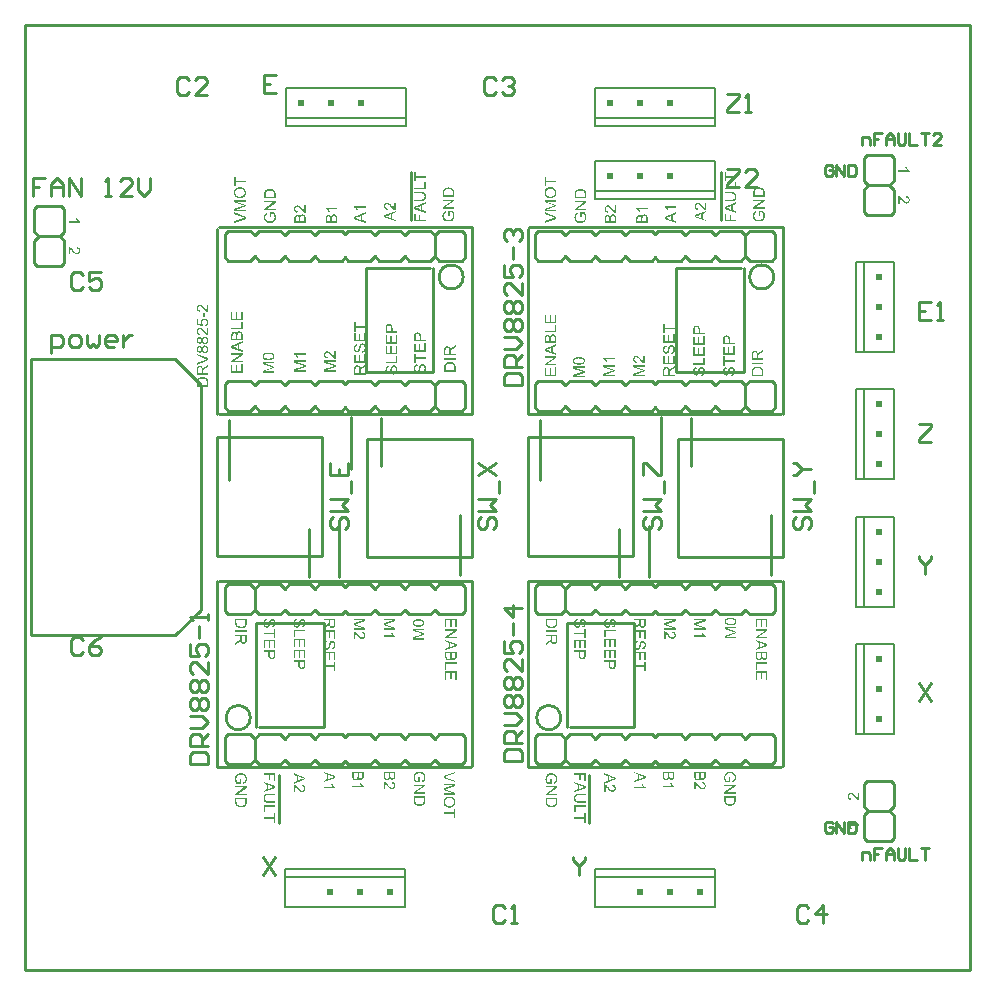
<source format=gto>
G04 Layer_Color=15132400*
%FSLAX42Y42*%
%MOMM*%
G71*
G01*
G75*
%ADD12C,0.25*%
%ADD24C,0.15*%
%ADD25R,0.51X0.51*%
G36*
X7045Y7290D02*
Y7289D01*
Y7289D01*
Y7288D01*
Y7287D01*
X7044Y7286D01*
Y7285D01*
X7044Y7282D01*
X7044Y7279D01*
X7043Y7276D01*
X7043Y7273D01*
X7042Y7271D01*
X7042Y7270D01*
Y7270D01*
X7042Y7269D01*
X7041Y7269D01*
X7041Y7267D01*
X7040Y7266D01*
X7038Y7264D01*
X7037Y7262D01*
X7035Y7260D01*
X7032Y7259D01*
X7032Y7259D01*
X7031Y7258D01*
X7030Y7258D01*
X7028Y7257D01*
X7026Y7256D01*
X7023Y7255D01*
X7021Y7255D01*
X7018Y7255D01*
X7017D01*
X7016Y7255D01*
X7015D01*
X7014Y7255D01*
X7012Y7256D01*
X7009Y7256D01*
X7006Y7258D01*
X7003Y7259D01*
X7002Y7260D01*
X7000Y7262D01*
X7000Y7262D01*
X7000Y7262D01*
X7000Y7262D01*
X6999Y7263D01*
X6999Y7264D01*
X6998Y7264D01*
X6997Y7265D01*
X6997Y7267D01*
X6996Y7268D01*
X6995Y7269D01*
X6994Y7271D01*
X6993Y7273D01*
X6993Y7275D01*
X6992Y7277D01*
X6992Y7280D01*
X6991Y7282D01*
X6991Y7282D01*
X6991Y7281D01*
X6990Y7281D01*
X6990Y7279D01*
X6988Y7277D01*
X6987Y7276D01*
X6986Y7274D01*
X6986Y7274D01*
X6985Y7273D01*
X6984Y7272D01*
X6983Y7271D01*
X6981Y7269D01*
X6979Y7268D01*
X6976Y7266D01*
X6973Y7264D01*
X6947Y7247D01*
Y7263D01*
X6967Y7276D01*
X6967D01*
X6967Y7276D01*
X6968Y7276D01*
X6969Y7277D01*
X6970Y7278D01*
X6972Y7279D01*
X6974Y7281D01*
X6976Y7282D01*
X6979Y7284D01*
X6981Y7285D01*
X6981Y7285D01*
X6981Y7286D01*
X6982Y7287D01*
X6983Y7287D01*
X6985Y7290D01*
X6986Y7291D01*
X6987Y7292D01*
X6987Y7292D01*
X6987Y7292D01*
X6988Y7293D01*
X6988Y7294D01*
X6989Y7296D01*
X6990Y7298D01*
Y7298D01*
X6990Y7298D01*
Y7299D01*
X6990Y7300D01*
X6990Y7301D01*
Y7302D01*
X6990Y7303D01*
Y7305D01*
Y7320D01*
X6947D01*
Y7333D01*
X7045D01*
Y7290D01*
D02*
G37*
G36*
X7036Y10870D02*
Y10856D01*
X6938Y10819D01*
Y10833D01*
X7009Y10858D01*
X7009D01*
X7010Y10858D01*
X7010Y10858D01*
X7011Y10859D01*
X7012Y10859D01*
X7014Y10860D01*
X7017Y10861D01*
X7020Y10862D01*
X7025Y10863D01*
X7025D01*
X7025Y10863D01*
X7024Y10863D01*
X7024Y10864D01*
X7022Y10864D01*
X7020Y10865D01*
X7018Y10866D01*
X7015Y10866D01*
X7012Y10867D01*
X7009Y10868D01*
X6938Y10895D01*
Y10908D01*
X7036Y10870D01*
D02*
G37*
G36*
X7045Y7356D02*
X6947D01*
Y7369D01*
X7045D01*
Y7356D01*
D02*
G37*
G36*
X7036Y11000D02*
X6954D01*
X7036Y10972D01*
Y10960D01*
X6953Y10932D01*
X7036D01*
Y10919D01*
X6938D01*
Y10939D01*
X7007Y10962D01*
X7008D01*
X7008Y10962D01*
X7008Y10962D01*
X7009Y10962D01*
X7011Y10963D01*
X7013Y10964D01*
X7015Y10964D01*
X7018Y10965D01*
X7020Y10966D01*
X7022Y10966D01*
X7022Y10967D01*
X7021Y10967D01*
X7020Y10967D01*
X7018Y10968D01*
X7016Y10968D01*
X7013Y10969D01*
X7010Y10971D01*
X7006Y10972D01*
X6938Y10995D01*
Y11013D01*
X7036D01*
Y11000D01*
D02*
G37*
G36*
X6159Y10922D02*
X6159Y10921D01*
X6159Y10921D01*
X6160Y10920D01*
X6161Y10919D01*
X6161Y10918D01*
X6162Y10917D01*
X6163Y10916D01*
X6165Y10913D01*
X6167Y10909D01*
X6168Y10906D01*
X6170Y10902D01*
Y10902D01*
X6170Y10902D01*
X6170Y10901D01*
X6171Y10900D01*
X6171Y10899D01*
X6171Y10898D01*
X6172Y10897D01*
X6172Y10896D01*
X6173Y10892D01*
X6173Y10889D01*
X6174Y10885D01*
X6174Y10881D01*
Y10881D01*
Y10881D01*
Y10880D01*
X6174Y10879D01*
Y10878D01*
X6174Y10876D01*
X6173Y10874D01*
X6173Y10873D01*
X6172Y10869D01*
X6171Y10864D01*
X6170Y10860D01*
X6168Y10855D01*
X6168Y10855D01*
X6167Y10855D01*
X6167Y10854D01*
X6167Y10853D01*
X6166Y10852D01*
X6165Y10851D01*
X6163Y10848D01*
X6161Y10846D01*
X6158Y10843D01*
X6154Y10840D01*
X6150Y10837D01*
X6150D01*
X6149Y10837D01*
X6149Y10837D01*
X6148Y10837D01*
X6147Y10836D01*
X6146Y10836D01*
X6144Y10835D01*
X6142Y10835D01*
X6140Y10834D01*
X6138Y10833D01*
X6134Y10832D01*
X6129Y10832D01*
X6124Y10832D01*
X6122D01*
X6121Y10832D01*
X6120D01*
X6119Y10832D01*
X6117Y10832D01*
X6115Y10832D01*
X6111Y10833D01*
X6107Y10834D01*
X6102Y10835D01*
X6097Y10837D01*
X6097Y10838D01*
X6097Y10838D01*
X6096Y10838D01*
X6095Y10839D01*
X6094Y10839D01*
X6093Y10840D01*
X6090Y10842D01*
X6087Y10844D01*
X6084Y10847D01*
X6081Y10851D01*
X6080Y10853D01*
X6079Y10855D01*
X6079Y10855D01*
X6079Y10855D01*
X6078Y10856D01*
X6078Y10857D01*
X6077Y10858D01*
X6077Y10859D01*
X6076Y10860D01*
X6076Y10862D01*
X6075Y10864D01*
X6075Y10866D01*
X6074Y10868D01*
X6074Y10870D01*
X6073Y10875D01*
X6073Y10880D01*
Y10880D01*
Y10881D01*
Y10881D01*
Y10882D01*
X6073Y10883D01*
Y10884D01*
X6073Y10887D01*
X6074Y10890D01*
X6074Y10893D01*
X6075Y10896D01*
X6076Y10899D01*
Y10900D01*
X6076Y10900D01*
X6077Y10900D01*
X6077Y10901D01*
X6078Y10902D01*
X6079Y10904D01*
X6080Y10906D01*
X6082Y10909D01*
X6084Y10911D01*
X6086Y10913D01*
X6086Y10913D01*
X6087Y10914D01*
X6088Y10914D01*
X6090Y10915D01*
X6093Y10917D01*
X6095Y10918D01*
X6098Y10919D01*
X6102Y10920D01*
X6105Y10909D01*
X6105D01*
X6105Y10908D01*
X6104Y10908D01*
X6103Y10908D01*
X6101Y10907D01*
X6099Y10906D01*
X6097Y10905D01*
X6095Y10904D01*
X6093Y10903D01*
X6093Y10903D01*
X6093Y10902D01*
X6092Y10902D01*
X6091Y10901D01*
X6090Y10899D01*
X6089Y10898D01*
X6088Y10896D01*
X6086Y10894D01*
X6086Y10893D01*
X6086Y10893D01*
X6086Y10891D01*
X6085Y10890D01*
X6085Y10888D01*
X6084Y10886D01*
X6084Y10883D01*
X6084Y10880D01*
Y10880D01*
Y10880D01*
Y10880D01*
Y10879D01*
X6084Y10877D01*
X6084Y10875D01*
X6085Y10873D01*
X6085Y10870D01*
X6086Y10868D01*
X6087Y10865D01*
X6087Y10865D01*
X6087Y10864D01*
X6088Y10863D01*
X6089Y10861D01*
X6090Y10860D01*
X6091Y10858D01*
X6092Y10856D01*
X6094Y10855D01*
X6094Y10854D01*
X6095Y10854D01*
X6095Y10853D01*
X6097Y10852D01*
X6098Y10851D01*
X6100Y10850D01*
X6102Y10849D01*
X6103Y10848D01*
X6104D01*
X6104Y10848D01*
X6104Y10848D01*
X6105Y10848D01*
X6106Y10848D01*
X6107Y10847D01*
X6108Y10847D01*
X6109Y10847D01*
X6112Y10846D01*
X6116Y10845D01*
X6119Y10845D01*
X6123Y10845D01*
X6124D01*
X6125Y10845D01*
X6127D01*
X6128Y10845D01*
X6129Y10845D01*
X6131Y10845D01*
X6134Y10846D01*
X6138Y10847D01*
X6142Y10848D01*
X6145Y10849D01*
X6145D01*
X6146Y10849D01*
X6146Y10850D01*
X6147Y10850D01*
X6148Y10851D01*
X6150Y10853D01*
X6152Y10854D01*
X6154Y10857D01*
X6156Y10859D01*
X6158Y10862D01*
Y10862D01*
X6158Y10863D01*
X6159Y10863D01*
X6159Y10864D01*
X6159Y10865D01*
X6159Y10865D01*
X6160Y10868D01*
X6161Y10871D01*
X6162Y10874D01*
X6162Y10877D01*
X6162Y10881D01*
Y10881D01*
Y10881D01*
Y10881D01*
Y10882D01*
X6162Y10883D01*
Y10884D01*
X6162Y10886D01*
X6162Y10888D01*
X6161Y10891D01*
X6160Y10894D01*
X6159Y10897D01*
Y10897D01*
X6159Y10897D01*
X6159Y10898D01*
X6159Y10898D01*
X6158Y10900D01*
X6157Y10901D01*
X6156Y10903D01*
X6155Y10905D01*
X6153Y10907D01*
X6152Y10909D01*
X6134D01*
Y10880D01*
X6122D01*
Y10922D01*
X6159D01*
X6159Y10922D01*
D02*
G37*
G36*
X6172Y11004D02*
X6096Y10953D01*
X6172D01*
Y10941D01*
X6075D01*
Y10954D01*
X6151Y11005D01*
X6075D01*
Y11018D01*
X6172D01*
Y11004D01*
D02*
G37*
G36*
X6126Y11120D02*
X6127D01*
X6130Y11120D01*
X6133Y11119D01*
X6136Y11119D01*
X6139Y11118D01*
X6143Y11117D01*
X6143D01*
X6143Y11117D01*
X6143Y11117D01*
X6144Y11117D01*
X6146Y11116D01*
X6148Y11116D01*
X6150Y11115D01*
X6152Y11113D01*
X6155Y11112D01*
X6157Y11111D01*
X6157Y11111D01*
X6158Y11110D01*
X6159Y11109D01*
X6160Y11108D01*
X6161Y11107D01*
X6163Y11105D01*
X6165Y11103D01*
X6166Y11102D01*
X6166Y11102D01*
X6166Y11101D01*
X6167Y11100D01*
X6168Y11099D01*
X6168Y11097D01*
X6169Y11095D01*
X6170Y11093D01*
X6171Y11090D01*
Y11090D01*
Y11090D01*
X6171Y11089D01*
X6171Y11089D01*
X6171Y11087D01*
X6171Y11086D01*
X6172Y11083D01*
X6172Y11081D01*
X6172Y11078D01*
X6172Y11074D01*
Y11039D01*
X6075D01*
Y11073D01*
Y11073D01*
Y11073D01*
Y11074D01*
Y11075D01*
Y11076D01*
Y11077D01*
X6075Y11079D01*
X6075Y11082D01*
X6075Y11085D01*
X6076Y11088D01*
X6076Y11090D01*
Y11090D01*
X6076Y11091D01*
Y11091D01*
X6076Y11092D01*
X6077Y11093D01*
X6078Y11095D01*
X6079Y11097D01*
X6080Y11100D01*
X6081Y11102D01*
X6083Y11105D01*
Y11105D01*
X6083Y11105D01*
X6084Y11105D01*
X6084Y11106D01*
X6086Y11107D01*
X6088Y11109D01*
X6090Y11111D01*
X6093Y11113D01*
X6096Y11114D01*
X6100Y11116D01*
X6100D01*
X6100Y11116D01*
X6101Y11116D01*
X6101Y11117D01*
X6102Y11117D01*
X6104Y11117D01*
X6105Y11118D01*
X6106Y11118D01*
X6108Y11118D01*
X6110Y11119D01*
X6114Y11119D01*
X6118Y11120D01*
X6123Y11120D01*
X6125D01*
X6126Y11120D01*
D02*
G37*
G36*
X7286Y7220D02*
X7274D01*
Y7278D01*
X7244D01*
Y7224D01*
X7233D01*
Y7278D01*
X7200D01*
Y7218D01*
X7188D01*
Y7291D01*
X7286D01*
Y7220D01*
D02*
G37*
G36*
Y7304D02*
X7274D01*
Y7336D01*
X7188D01*
Y7349D01*
X7274D01*
Y7381D01*
X7286D01*
Y7304D01*
D02*
G37*
G36*
X7221Y7457D02*
X7220D01*
X7220Y7457D01*
X7218Y7457D01*
X7216Y7456D01*
X7214Y7456D01*
X7212Y7455D01*
X7210Y7454D01*
X7209Y7453D01*
X7208Y7453D01*
X7208Y7453D01*
X7207Y7452D01*
X7206Y7451D01*
X7205Y7449D01*
X7203Y7448D01*
X7202Y7446D01*
X7201Y7443D01*
Y7443D01*
X7201Y7443D01*
X7201Y7442D01*
X7200Y7441D01*
X7200Y7439D01*
X7199Y7437D01*
X7198Y7434D01*
X7198Y7431D01*
X7198Y7428D01*
Y7428D01*
Y7428D01*
Y7428D01*
Y7427D01*
X7198Y7426D01*
X7198Y7424D01*
X7199Y7422D01*
X7199Y7420D01*
X7200Y7418D01*
X7200Y7415D01*
X7200Y7415D01*
X7201Y7415D01*
X7201Y7414D01*
X7202Y7412D01*
X7203Y7411D01*
X7204Y7409D01*
X7205Y7408D01*
X7206Y7407D01*
X7206Y7407D01*
X7207Y7407D01*
X7208Y7406D01*
X7209Y7406D01*
X7210Y7405D01*
X7211Y7405D01*
X7213Y7404D01*
X7215Y7404D01*
X7215D01*
X7216Y7404D01*
X7217Y7404D01*
X7219Y7405D01*
X7220Y7405D01*
X7221Y7406D01*
X7223Y7407D01*
X7223Y7407D01*
X7223Y7407D01*
X7224Y7408D01*
X7225Y7409D01*
X7225Y7410D01*
X7226Y7411D01*
X7228Y7413D01*
X7228Y7416D01*
X7229Y7416D01*
X7229Y7416D01*
X7229Y7417D01*
X7229Y7418D01*
X7230Y7419D01*
X7230Y7420D01*
X7230Y7421D01*
X7231Y7423D01*
X7231Y7425D01*
X7232Y7426D01*
X7232Y7428D01*
X7233Y7430D01*
X7233Y7433D01*
Y7433D01*
X7233Y7434D01*
X7233Y7434D01*
X7234Y7435D01*
X7234Y7436D01*
X7234Y7437D01*
X7235Y7440D01*
X7236Y7444D01*
X7237Y7447D01*
X7238Y7449D01*
X7239Y7451D01*
X7239Y7452D01*
Y7452D01*
X7239Y7452D01*
X7240Y7453D01*
X7241Y7454D01*
X7242Y7456D01*
X7243Y7457D01*
X7245Y7459D01*
X7246Y7461D01*
X7248Y7462D01*
X7249Y7462D01*
X7249Y7463D01*
X7250Y7463D01*
X7252Y7464D01*
X7254Y7465D01*
X7256Y7465D01*
X7258Y7465D01*
X7261Y7466D01*
X7262D01*
X7263Y7465D01*
X7265Y7465D01*
X7267Y7465D01*
X7270Y7464D01*
X7272Y7463D01*
X7274Y7462D01*
X7274D01*
X7275Y7461D01*
X7275Y7461D01*
X7277Y7460D01*
X7278Y7458D01*
X7280Y7457D01*
X7281Y7455D01*
X7283Y7452D01*
X7284Y7449D01*
Y7449D01*
X7284Y7449D01*
X7285Y7448D01*
X7285Y7448D01*
X7285Y7447D01*
X7285Y7446D01*
X7286Y7444D01*
X7287Y7441D01*
X7287Y7438D01*
X7287Y7435D01*
X7288Y7431D01*
Y7431D01*
Y7431D01*
Y7430D01*
Y7429D01*
X7287Y7429D01*
Y7427D01*
X7287Y7425D01*
X7287Y7422D01*
X7286Y7419D01*
X7285Y7415D01*
X7284Y7412D01*
Y7412D01*
X7284Y7412D01*
X7284Y7411D01*
X7283Y7411D01*
X7282Y7409D01*
X7281Y7407D01*
X7280Y7405D01*
X7278Y7403D01*
X7276Y7401D01*
X7274Y7399D01*
X7273Y7399D01*
X7272Y7399D01*
X7271Y7398D01*
X7269Y7397D01*
X7267Y7396D01*
X7264Y7396D01*
X7261Y7395D01*
X7258Y7395D01*
X7258Y7407D01*
X7258D01*
X7258Y7407D01*
X7259Y7407D01*
X7261Y7407D01*
X7263Y7408D01*
X7265Y7409D01*
X7267Y7410D01*
X7269Y7412D01*
X7271Y7414D01*
X7271Y7414D01*
X7272Y7415D01*
X7273Y7416D01*
X7274Y7418D01*
X7275Y7420D01*
X7275Y7423D01*
X7276Y7427D01*
X7276Y7431D01*
Y7431D01*
Y7431D01*
Y7432D01*
Y7433D01*
X7276Y7434D01*
X7276Y7435D01*
X7276Y7437D01*
X7275Y7440D01*
X7274Y7443D01*
X7273Y7445D01*
X7272Y7447D01*
X7272Y7448D01*
X7272Y7448D01*
X7271Y7449D01*
X7270Y7449D01*
X7269Y7450D01*
X7267Y7451D01*
X7266Y7452D01*
X7263Y7453D01*
X7261Y7453D01*
X7260D01*
X7259Y7453D01*
X7258Y7453D01*
X7257Y7452D01*
X7255Y7452D01*
X7254Y7451D01*
X7253Y7449D01*
X7253Y7449D01*
X7252Y7448D01*
X7252Y7448D01*
X7251Y7447D01*
X7251Y7447D01*
X7251Y7446D01*
X7250Y7444D01*
X7250Y7443D01*
X7249Y7441D01*
X7248Y7440D01*
X7248Y7438D01*
X7247Y7435D01*
X7246Y7433D01*
X7246Y7430D01*
Y7430D01*
X7245Y7429D01*
X7245Y7428D01*
X7245Y7427D01*
X7245Y7426D01*
X7244Y7425D01*
X7244Y7421D01*
X7243Y7418D01*
X7242Y7414D01*
X7241Y7412D01*
X7241Y7411D01*
X7240Y7409D01*
X7240Y7408D01*
Y7408D01*
X7239Y7408D01*
X7239Y7407D01*
X7239Y7407D01*
X7238Y7405D01*
X7237Y7404D01*
X7235Y7401D01*
X7234Y7399D01*
X7232Y7397D01*
X7230Y7396D01*
X7229Y7396D01*
X7229Y7395D01*
X7227Y7394D01*
X7226Y7394D01*
X7224Y7393D01*
X7221Y7392D01*
X7219Y7392D01*
X7216Y7392D01*
X7214D01*
X7213Y7392D01*
X7211Y7392D01*
X7209Y7393D01*
X7206Y7393D01*
X7204Y7395D01*
X7201Y7396D01*
X7201D01*
X7201Y7396D01*
X7200Y7397D01*
X7199Y7398D01*
X7197Y7399D01*
X7195Y7401D01*
X7194Y7404D01*
X7192Y7406D01*
X7190Y7409D01*
Y7409D01*
X7190Y7409D01*
X7190Y7410D01*
X7190Y7410D01*
X7190Y7411D01*
X7189Y7412D01*
X7188Y7414D01*
X7188Y7417D01*
X7187Y7420D01*
X7187Y7424D01*
X7187Y7428D01*
Y7428D01*
Y7428D01*
Y7429D01*
Y7430D01*
X7187Y7431D01*
Y7432D01*
X7187Y7434D01*
X7187Y7435D01*
X7187Y7439D01*
X7188Y7443D01*
X7189Y7446D01*
X7190Y7450D01*
Y7450D01*
X7191Y7450D01*
X7191Y7451D01*
X7191Y7451D01*
X7192Y7453D01*
X7193Y7455D01*
X7195Y7457D01*
X7197Y7460D01*
X7199Y7462D01*
X7202Y7464D01*
X7202D01*
X7202Y7464D01*
X7203Y7464D01*
X7203Y7465D01*
X7204Y7465D01*
X7205Y7466D01*
X7207Y7467D01*
X7210Y7467D01*
X7213Y7468D01*
X7216Y7469D01*
X7220Y7469D01*
X7221Y7457D01*
D02*
G37*
G36*
X7036Y9894D02*
X6938D01*
Y9907D01*
X7024D01*
Y9955D01*
X7036D01*
Y9894D01*
D02*
G37*
G36*
X7045Y7436D02*
Y7436D01*
Y7435D01*
Y7435D01*
Y7434D01*
Y7433D01*
Y7432D01*
X7044Y7429D01*
X7044Y7426D01*
X7044Y7424D01*
X7043Y7421D01*
X7043Y7418D01*
Y7418D01*
X7043Y7418D01*
Y7417D01*
X7043Y7417D01*
X7042Y7415D01*
X7041Y7413D01*
X7041Y7411D01*
X7039Y7409D01*
X7038Y7406D01*
X7036Y7404D01*
Y7404D01*
X7036Y7404D01*
X7035Y7403D01*
X7035Y7403D01*
X7033Y7401D01*
X7032Y7400D01*
X7029Y7398D01*
X7026Y7396D01*
X7023Y7394D01*
X7019Y7392D01*
X7019D01*
X7019Y7392D01*
X7018Y7392D01*
X7018Y7392D01*
X7017Y7392D01*
X7016Y7391D01*
X7014Y7391D01*
X7013Y7390D01*
X7011Y7390D01*
X7009Y7390D01*
X7005Y7389D01*
X7001Y7389D01*
X6996Y7389D01*
X6994D01*
X6993Y7389D01*
X6992D01*
X6990Y7389D01*
X6986Y7389D01*
X6983Y7390D01*
X6980Y7390D01*
X6976Y7391D01*
X6976D01*
X6976Y7391D01*
X6976Y7391D01*
X6975Y7392D01*
X6973Y7392D01*
X6972Y7393D01*
X6969Y7394D01*
X6967Y7395D01*
X6964Y7396D01*
X6962Y7398D01*
X6962Y7398D01*
X6961Y7399D01*
X6960Y7399D01*
X6959Y7400D01*
X6958Y7402D01*
X6956Y7403D01*
X6955Y7405D01*
X6953Y7407D01*
X6953Y7407D01*
X6953Y7408D01*
X6952Y7409D01*
X6952Y7410D01*
X6951Y7412D01*
X6950Y7414D01*
X6949Y7416D01*
X6948Y7418D01*
Y7419D01*
Y7419D01*
X6948Y7419D01*
X6948Y7420D01*
X6948Y7421D01*
X6948Y7423D01*
X6947Y7425D01*
X6947Y7428D01*
X6947Y7431D01*
X6947Y7434D01*
Y7469D01*
X7045D01*
Y7436D01*
D02*
G37*
G36*
X7036Y9971D02*
X6938D01*
Y10041D01*
X6950D01*
Y9983D01*
X6980D01*
Y10038D01*
X6991D01*
Y9983D01*
X7024D01*
Y10043D01*
X7036D01*
Y9971D01*
D02*
G37*
G36*
X7286Y7163D02*
Y7163D01*
Y7163D01*
Y7162D01*
Y7161D01*
Y7160D01*
X7286Y7158D01*
X7286Y7155D01*
X7285Y7153D01*
X7285Y7150D01*
X7285Y7148D01*
Y7148D01*
Y7148D01*
X7285Y7147D01*
X7284Y7146D01*
X7284Y7144D01*
X7283Y7142D01*
X7282Y7140D01*
X7281Y7138D01*
X7280Y7136D01*
X7280Y7136D01*
X7280Y7135D01*
X7279Y7134D01*
X7278Y7133D01*
X7277Y7132D01*
X7275Y7131D01*
X7273Y7130D01*
X7271Y7128D01*
X7271Y7128D01*
X7270Y7128D01*
X7269Y7127D01*
X7267Y7127D01*
X7265Y7126D01*
X7263Y7126D01*
X7260Y7125D01*
X7258Y7125D01*
X7256D01*
X7255Y7125D01*
X7254Y7126D01*
X7253Y7126D01*
X7252Y7126D01*
X7250Y7126D01*
X7247Y7127D01*
X7243Y7129D01*
X7242Y7130D01*
X7240Y7131D01*
X7238Y7132D01*
X7236Y7133D01*
X7236Y7133D01*
X7236Y7134D01*
X7236Y7134D01*
X7235Y7135D01*
X7234Y7136D01*
X7234Y7137D01*
X7233Y7138D01*
X7232Y7140D01*
X7231Y7142D01*
X7231Y7144D01*
X7230Y7146D01*
X7229Y7149D01*
X7229Y7152D01*
X7228Y7155D01*
X7228Y7158D01*
X7228Y7162D01*
Y7187D01*
X7188D01*
Y7200D01*
X7286D01*
Y7163D01*
D02*
G37*
G36*
X6950Y11177D02*
X7036D01*
Y11164D01*
X6950D01*
Y11132D01*
X6938D01*
Y11209D01*
X6950D01*
Y11177D01*
D02*
G37*
G36*
X5423Y10949D02*
X5347D01*
X5347Y10948D01*
X5347Y10948D01*
X5348Y10947D01*
X5349Y10946D01*
X5351Y10944D01*
X5352Y10942D01*
X5353Y10940D01*
X5355Y10937D01*
Y10937D01*
X5355Y10937D01*
X5356Y10936D01*
X5356Y10935D01*
X5357Y10933D01*
X5358Y10931D01*
X5359Y10929D01*
X5360Y10927D01*
X5361Y10925D01*
X5350D01*
Y10925D01*
X5349Y10925D01*
X5349Y10926D01*
X5349Y10926D01*
X5348Y10927D01*
X5348Y10928D01*
X5346Y10931D01*
X5345Y10933D01*
X5343Y10936D01*
X5341Y10939D01*
X5338Y10942D01*
X5338Y10942D01*
X5338Y10942D01*
X5337Y10943D01*
X5336Y10945D01*
X5334Y10946D01*
X5332Y10948D01*
X5330Y10950D01*
X5327Y10952D01*
X5325Y10953D01*
Y10961D01*
X5423D01*
Y10949D01*
D02*
G37*
G36*
X5677Y10908D02*
X5647Y10897D01*
Y10856D01*
X5677Y10845D01*
Y10832D01*
X5579Y10869D01*
Y10883D01*
X5677Y10923D01*
Y10908D01*
D02*
G37*
G36*
X5423Y10895D02*
X5393Y10884D01*
Y10843D01*
X5423Y10832D01*
Y10819D01*
X5325Y10856D01*
Y10870D01*
X5423Y10910D01*
Y10895D01*
D02*
G37*
G36*
X7276Y10909D02*
X7277Y10909D01*
X7277Y10908D01*
X7277Y10907D01*
X7278Y10907D01*
X7279Y10905D01*
X7280Y10904D01*
X7281Y10903D01*
X7282Y10900D01*
X7284Y10897D01*
X7286Y10893D01*
X7288Y10889D01*
Y10889D01*
X7288Y10889D01*
X7288Y10888D01*
X7288Y10888D01*
X7288Y10887D01*
X7289Y10886D01*
X7289Y10884D01*
X7290Y10883D01*
X7290Y10880D01*
X7291Y10876D01*
X7291Y10872D01*
X7291Y10869D01*
Y10868D01*
Y10868D01*
Y10867D01*
X7291Y10866D01*
Y10865D01*
X7291Y10863D01*
X7291Y10862D01*
X7291Y10860D01*
X7290Y10856D01*
X7289Y10851D01*
X7287Y10847D01*
X7285Y10842D01*
X7285Y10842D01*
X7285Y10842D01*
X7285Y10841D01*
X7284Y10841D01*
X7284Y10840D01*
X7283Y10838D01*
X7281Y10836D01*
X7278Y10833D01*
X7275Y10830D01*
X7272Y10827D01*
X7268Y10825D01*
X7267D01*
X7267Y10824D01*
X7266Y10824D01*
X7266Y10824D01*
X7264Y10823D01*
X7263Y10823D01*
X7262Y10822D01*
X7260Y10822D01*
X7258Y10821D01*
X7256Y10821D01*
X7252Y10820D01*
X7247Y10819D01*
X7242Y10819D01*
X7240D01*
X7239Y10819D01*
X7238D01*
X7236Y10819D01*
X7235Y10819D01*
X7233Y10820D01*
X7229Y10820D01*
X7224Y10821D01*
X7219Y10823D01*
X7215Y10825D01*
X7215Y10825D01*
X7214Y10825D01*
X7214Y10825D01*
X7213Y10826D01*
X7212Y10826D01*
X7211Y10827D01*
X7208Y10829D01*
X7205Y10832D01*
X7202Y10834D01*
X7199Y10838D01*
X7198Y10840D01*
X7197Y10842D01*
X7196Y10842D01*
X7196Y10842D01*
X7196Y10843D01*
X7196Y10844D01*
X7195Y10845D01*
X7195Y10846D01*
X7194Y10848D01*
X7193Y10849D01*
X7193Y10851D01*
X7192Y10853D01*
X7192Y10855D01*
X7191Y10857D01*
X7191Y10862D01*
X7190Y10868D01*
Y10868D01*
Y10868D01*
Y10869D01*
Y10869D01*
X7191Y10870D01*
Y10871D01*
X7191Y10874D01*
X7191Y10877D01*
X7192Y10880D01*
X7193Y10883D01*
X7194Y10887D01*
Y10887D01*
X7194Y10887D01*
X7194Y10888D01*
X7195Y10888D01*
X7195Y10890D01*
X7196Y10892D01*
X7198Y10894D01*
X7199Y10896D01*
X7201Y10898D01*
X7204Y10900D01*
X7204Y10900D01*
X7205Y10901D01*
X7206Y10902D01*
X7208Y10903D01*
X7210Y10904D01*
X7213Y10905D01*
X7216Y10906D01*
X7220Y10907D01*
X7223Y10896D01*
X7223D01*
X7223Y10896D01*
X7221Y10895D01*
X7220Y10895D01*
X7218Y10894D01*
X7217Y10893D01*
X7215Y10893D01*
X7213Y10891D01*
X7211Y10890D01*
X7211Y10890D01*
X7210Y10890D01*
X7210Y10889D01*
X7209Y10888D01*
X7207Y10887D01*
X7206Y10885D01*
X7205Y10883D01*
X7204Y10881D01*
X7204Y10881D01*
X7204Y10880D01*
X7203Y10879D01*
X7203Y10877D01*
X7202Y10875D01*
X7202Y10873D01*
X7202Y10870D01*
X7201Y10868D01*
Y10868D01*
Y10867D01*
Y10867D01*
Y10866D01*
X7202Y10864D01*
X7202Y10862D01*
X7202Y10860D01*
X7203Y10858D01*
X7203Y10855D01*
X7204Y10852D01*
X7204Y10852D01*
X7205Y10851D01*
X7205Y10850D01*
X7206Y10849D01*
X7207Y10847D01*
X7208Y10845D01*
X7210Y10843D01*
X7211Y10842D01*
X7212Y10842D01*
X7212Y10841D01*
X7213Y10841D01*
X7214Y10840D01*
X7216Y10839D01*
X7217Y10838D01*
X7219Y10837D01*
X7221Y10836D01*
X7221D01*
X7221Y10836D01*
X7222Y10835D01*
X7223Y10835D01*
X7224Y10835D01*
X7225Y10835D01*
X7226Y10834D01*
X7227Y10834D01*
X7230Y10833D01*
X7233Y10833D01*
X7237Y10832D01*
X7241Y10832D01*
X7242D01*
X7243Y10832D01*
X7244D01*
X7245Y10832D01*
X7247Y10833D01*
X7248Y10833D01*
X7252Y10833D01*
X7256Y10834D01*
X7259Y10835D01*
X7263Y10836D01*
X7263D01*
X7263Y10837D01*
X7264Y10837D01*
X7264Y10837D01*
X7266Y10838D01*
X7268Y10840D01*
X7270Y10842D01*
X7272Y10844D01*
X7274Y10847D01*
X7276Y10850D01*
Y10850D01*
X7276Y10850D01*
X7276Y10850D01*
X7276Y10851D01*
X7277Y10852D01*
X7277Y10853D01*
X7278Y10855D01*
X7279Y10858D01*
X7279Y10861D01*
X7280Y10864D01*
X7280Y10868D01*
Y10868D01*
Y10868D01*
Y10869D01*
Y10869D01*
X7280Y10870D01*
Y10871D01*
X7280Y10873D01*
X7279Y10876D01*
X7279Y10878D01*
X7278Y10881D01*
X7277Y10884D01*
Y10884D01*
X7277Y10885D01*
X7276Y10885D01*
X7276Y10886D01*
X7276Y10887D01*
X7275Y10889D01*
X7274Y10891D01*
X7272Y10893D01*
X7271Y10895D01*
X7270Y10896D01*
X7252D01*
Y10868D01*
X7240D01*
Y10909D01*
X7276D01*
X7276Y10909D01*
D02*
G37*
G36*
X5156Y10892D02*
X5158Y10892D01*
X5160Y10892D01*
X5162Y10891D01*
X5164Y10891D01*
X5166Y10890D01*
X5167Y10889D01*
X5167Y10889D01*
X5168Y10888D01*
X5170Y10888D01*
X5171Y10887D01*
X5172Y10885D01*
X5174Y10884D01*
X5175Y10882D01*
X5175Y10882D01*
X5176Y10882D01*
X5176Y10881D01*
X5177Y10879D01*
X5178Y10878D01*
X5179Y10876D01*
X5179Y10874D01*
X5180Y10872D01*
Y10871D01*
X5180Y10870D01*
X5180Y10869D01*
X5181Y10867D01*
X5181Y10865D01*
X5181Y10862D01*
X5181Y10859D01*
X5182Y10856D01*
Y10819D01*
X5084D01*
Y10855D01*
Y10855D01*
Y10856D01*
Y10856D01*
Y10857D01*
X5084Y10858D01*
Y10859D01*
X5084Y10862D01*
X5085Y10865D01*
X5085Y10868D01*
X5086Y10871D01*
X5087Y10873D01*
Y10873D01*
X5087Y10873D01*
X5088Y10874D01*
X5088Y10876D01*
X5089Y10877D01*
X5091Y10879D01*
X5092Y10881D01*
X5094Y10882D01*
X5096Y10884D01*
X5096Y10884D01*
X5097Y10884D01*
X5098Y10885D01*
X5100Y10886D01*
X5102Y10886D01*
X5104Y10887D01*
X5107Y10888D01*
X5109Y10888D01*
X5110D01*
X5111Y10888D01*
X5113Y10887D01*
X5115Y10887D01*
X5117Y10886D01*
X5119Y10885D01*
X5121Y10884D01*
X5121Y10884D01*
X5122Y10884D01*
X5123Y10883D01*
X5124Y10882D01*
X5125Y10880D01*
X5127Y10878D01*
X5128Y10876D01*
X5130Y10874D01*
Y10874D01*
X5130Y10874D01*
X5130Y10875D01*
X5130Y10875D01*
X5131Y10877D01*
X5132Y10879D01*
X5133Y10881D01*
X5135Y10883D01*
X5136Y10886D01*
X5139Y10888D01*
X5139Y10888D01*
X5140Y10888D01*
X5141Y10889D01*
X5143Y10890D01*
X5145Y10891D01*
X5148Y10892D01*
X5150Y10892D01*
X5153Y10892D01*
X5154D01*
X5156Y10892D01*
D02*
G37*
G36*
X5182Y10938D02*
X5105D01*
X5106Y10938D01*
X5106Y10938D01*
X5107Y10937D01*
X5108Y10935D01*
X5109Y10934D01*
X5111Y10932D01*
X5112Y10929D01*
X5114Y10927D01*
Y10927D01*
X5114Y10927D01*
X5114Y10926D01*
X5115Y10925D01*
X5116Y10923D01*
X5117Y10921D01*
X5118Y10919D01*
X5119Y10917D01*
X5120Y10915D01*
X5108D01*
Y10915D01*
X5108Y10915D01*
X5108Y10916D01*
X5107Y10916D01*
X5107Y10917D01*
X5106Y10918D01*
X5105Y10920D01*
X5103Y10923D01*
X5102Y10926D01*
X5099Y10929D01*
X5097Y10932D01*
X5097Y10932D01*
X5097Y10932D01*
X5096Y10933D01*
X5094Y10935D01*
X5093Y10936D01*
X5091Y10938D01*
X5088Y10940D01*
X5086Y10941D01*
X5084Y10943D01*
Y10950D01*
X5182D01*
Y10938D01*
D02*
G37*
G36*
X5893Y11082D02*
X5895D01*
X5896Y11082D01*
X5898Y11082D01*
X5902Y11081D01*
X5906Y11081D01*
X5910Y11080D01*
X5913Y11079D01*
X5913D01*
X5913Y11078D01*
X5914Y11078D01*
X5915Y11078D01*
X5916Y11077D01*
X5918Y11076D01*
X5920Y11074D01*
X5923Y11072D01*
X5925Y11070D01*
X5927Y11067D01*
Y11066D01*
X5927Y11066D01*
X5928Y11066D01*
X5928Y11065D01*
X5928Y11064D01*
X5929Y11063D01*
X5929Y11062D01*
X5930Y11061D01*
X5930Y11059D01*
X5931Y11057D01*
X5931Y11055D01*
X5932Y11053D01*
X5932Y11051D01*
X5932Y11049D01*
X5932Y11044D01*
Y11044D01*
Y11043D01*
Y11043D01*
X5932Y11042D01*
Y11040D01*
X5932Y11039D01*
X5932Y11037D01*
X5932Y11036D01*
X5931Y11032D01*
X5930Y11029D01*
X5929Y11025D01*
X5928Y11021D01*
Y11021D01*
X5928Y11021D01*
X5927Y11020D01*
X5927Y11020D01*
X5926Y11018D01*
X5924Y11017D01*
X5922Y11015D01*
X5920Y11012D01*
X5917Y11010D01*
X5914Y11009D01*
X5914D01*
X5914Y11009D01*
X5913Y11009D01*
X5913Y11008D01*
X5912Y11008D01*
X5911Y11008D01*
X5909Y11007D01*
X5908Y11007D01*
X5906Y11007D01*
X5904Y11006D01*
X5902Y11006D01*
X5900Y11006D01*
X5898Y11006D01*
X5895Y11005D01*
X5892Y11005D01*
X5833D01*
Y11018D01*
X5892D01*
X5893Y11018D01*
X5894D01*
X5897Y11018D01*
X5900Y11019D01*
X5903Y11019D01*
X5906Y11020D01*
X5907Y11020D01*
X5908Y11020D01*
X5909Y11021D01*
X5909Y11021D01*
X5910Y11021D01*
X5912Y11022D01*
X5913Y11023D01*
X5915Y11025D01*
X5916Y11026D01*
X5918Y11028D01*
X5918Y11029D01*
X5918Y11029D01*
X5919Y11031D01*
X5919Y11032D01*
X5920Y11035D01*
X5920Y11037D01*
X5921Y11040D01*
X5921Y11043D01*
Y11043D01*
Y11043D01*
Y11044D01*
X5921Y11045D01*
Y11046D01*
X5921Y11047D01*
X5920Y11051D01*
X5919Y11054D01*
X5918Y11057D01*
X5917Y11060D01*
X5916Y11062D01*
X5915Y11063D01*
X5914Y11063D01*
X5914Y11063D01*
X5914Y11064D01*
X5913Y11064D01*
X5912Y11064D01*
X5911Y11065D01*
X5910Y11065D01*
X5909Y11066D01*
X5907Y11067D01*
X5906Y11067D01*
X5903Y11068D01*
X5901Y11068D01*
X5899Y11068D01*
X5896Y11069D01*
X5893Y11069D01*
X5833D01*
Y11082D01*
X5892D01*
X5893Y11082D01*
D02*
G37*
G36*
X5931Y11103D02*
X5833D01*
Y11116D01*
X5919D01*
Y11164D01*
X5931D01*
Y11103D01*
D02*
G37*
G36*
X5845Y11217D02*
X5931D01*
Y11204D01*
X5845D01*
Y11172D01*
X5833D01*
Y11249D01*
X5845D01*
Y11217D01*
D02*
G37*
G36*
X6990Y11123D02*
X6991D01*
X6993Y11122D01*
X6994Y11122D01*
X6996Y11122D01*
X7000Y11121D01*
X7005Y11120D01*
X7009Y11119D01*
X7014Y11117D01*
X7014D01*
X7014Y11116D01*
X7015Y11116D01*
X7016Y11115D01*
X7017Y11115D01*
X7018Y11114D01*
X7020Y11112D01*
X7023Y11110D01*
X7026Y11107D01*
X7029Y11104D01*
X7031Y11100D01*
Y11099D01*
X7032Y11099D01*
X7032Y11098D01*
X7032Y11098D01*
X7033Y11097D01*
X7033Y11095D01*
X7034Y11094D01*
X7034Y11092D01*
X7035Y11091D01*
X7036Y11089D01*
X7037Y11085D01*
X7037Y11081D01*
X7037Y11076D01*
Y11076D01*
Y11075D01*
Y11075D01*
X7037Y11074D01*
Y11072D01*
X7037Y11071D01*
X7037Y11069D01*
X7037Y11068D01*
X7036Y11064D01*
X7035Y11060D01*
X7033Y11055D01*
X7032Y11053D01*
X7031Y11051D01*
X7031Y11051D01*
X7031Y11051D01*
X7030Y11050D01*
X7030Y11049D01*
X7029Y11049D01*
X7028Y11048D01*
X7026Y11045D01*
X7023Y11042D01*
X7020Y11040D01*
X7017Y11037D01*
X7013Y11035D01*
X7013D01*
X7012Y11034D01*
X7012Y11034D01*
X7011Y11034D01*
X7010Y11033D01*
X7008Y11033D01*
X7007Y11033D01*
X7005Y11032D01*
X7004Y11031D01*
X7002Y11031D01*
X6998Y11030D01*
X6993Y11030D01*
X6988Y11029D01*
X6987D01*
X6986Y11029D01*
X6984D01*
X6982Y11030D01*
X6980Y11030D01*
X6977Y11030D01*
X6974Y11031D01*
X6971Y11032D01*
X6968Y11032D01*
X6965Y11033D01*
X6962Y11035D01*
X6959Y11036D01*
X6956Y11038D01*
X6953Y11040D01*
X6950Y11042D01*
X6950Y11042D01*
X6950Y11043D01*
X6949Y11044D01*
X6948Y11045D01*
X6947Y11046D01*
X6946Y11048D01*
X6945Y11049D01*
X6943Y11051D01*
X6942Y11054D01*
X6941Y11056D01*
X6940Y11059D01*
X6939Y11062D01*
X6938Y11065D01*
X6937Y11069D01*
X6937Y11072D01*
X6936Y11076D01*
Y11076D01*
Y11077D01*
Y11077D01*
X6937Y11078D01*
Y11079D01*
X6937Y11081D01*
X6937Y11082D01*
X6937Y11084D01*
X6938Y11088D01*
X6939Y11092D01*
X6941Y11096D01*
X6942Y11098D01*
X6943Y11100D01*
Y11100D01*
X6943Y11101D01*
X6944Y11101D01*
X6944Y11102D01*
X6945Y11103D01*
X6946Y11104D01*
X6948Y11106D01*
X6950Y11109D01*
X6953Y11112D01*
X6957Y11115D01*
X6961Y11117D01*
X6961D01*
X6962Y11117D01*
X6962Y11117D01*
X6963Y11118D01*
X6964Y11118D01*
X6965Y11119D01*
X6967Y11119D01*
X6969Y11120D01*
X6970Y11120D01*
X6972Y11121D01*
X6975Y11121D01*
X6977Y11122D01*
X6982Y11122D01*
X6987Y11123D01*
X6989D01*
X6990Y11123D01*
D02*
G37*
G36*
X5677Y10927D02*
X5675D01*
X5674Y10927D01*
X5673Y10927D01*
X5672Y10927D01*
X5670Y10928D01*
X5669Y10928D01*
X5668D01*
X5668Y10928D01*
X5667Y10928D01*
X5666Y10929D01*
X5665Y10930D01*
X5663Y10931D01*
X5660Y10932D01*
X5658Y10934D01*
X5656Y10936D01*
X5656D01*
X5655Y10936D01*
X5655Y10937D01*
X5653Y10938D01*
X5652Y10940D01*
X5649Y10942D01*
X5647Y10945D01*
X5644Y10948D01*
X5641Y10952D01*
X5641Y10952D01*
X5640Y10952D01*
X5640Y10953D01*
X5639Y10954D01*
X5638Y10956D01*
X5636Y10957D01*
X5633Y10960D01*
X5630Y10964D01*
X5627Y10967D01*
X5625Y10969D01*
X5623Y10970D01*
X5622Y10972D01*
X5620Y10973D01*
X5620D01*
X5620Y10973D01*
X5620Y10974D01*
X5619Y10974D01*
X5618Y10975D01*
X5616Y10976D01*
X5613Y10977D01*
X5611Y10978D01*
X5608Y10978D01*
X5606Y10979D01*
X5606D01*
X5605Y10979D01*
X5603Y10978D01*
X5602Y10978D01*
X5600Y10977D01*
X5598Y10977D01*
X5596Y10975D01*
X5594Y10973D01*
X5594Y10973D01*
X5593Y10973D01*
X5592Y10971D01*
X5591Y10970D01*
X5590Y10968D01*
X5590Y10966D01*
X5589Y10963D01*
X5589Y10960D01*
Y10960D01*
Y10960D01*
Y10959D01*
X5589Y10959D01*
X5589Y10957D01*
X5590Y10955D01*
X5590Y10953D01*
X5591Y10951D01*
X5592Y10948D01*
X5594Y10946D01*
X5595Y10946D01*
X5595Y10946D01*
X5596Y10945D01*
X5598Y10944D01*
X5600Y10943D01*
X5602Y10942D01*
X5605Y10942D01*
X5609Y10941D01*
X5607Y10929D01*
X5607D01*
X5606Y10929D01*
X5605Y10929D01*
X5604Y10930D01*
X5602Y10930D01*
X5599Y10931D01*
X5596Y10932D01*
X5593Y10933D01*
X5591Y10934D01*
X5589Y10936D01*
X5588Y10937D01*
X5586Y10938D01*
X5586Y10939D01*
X5586Y10939D01*
X5586Y10939D01*
X5585Y10940D01*
X5585Y10941D01*
X5584Y10942D01*
X5583Y10943D01*
X5583Y10944D01*
X5582Y10946D01*
X5581Y10947D01*
X5581Y10949D01*
X5580Y10951D01*
X5580Y10953D01*
X5579Y10956D01*
X5579Y10958D01*
X5579Y10961D01*
Y10961D01*
Y10961D01*
Y10962D01*
X5579Y10963D01*
X5579Y10964D01*
X5579Y10966D01*
X5580Y10967D01*
X5580Y10969D01*
X5581Y10972D01*
X5582Y10976D01*
X5583Y10978D01*
X5584Y10979D01*
X5585Y10981D01*
X5587Y10983D01*
X5587Y10983D01*
X5587Y10983D01*
X5588Y10983D01*
X5588Y10984D01*
X5589Y10985D01*
X5590Y10985D01*
X5591Y10986D01*
X5592Y10987D01*
X5595Y10988D01*
X5598Y10990D01*
X5600Y10990D01*
X5602Y10991D01*
X5604Y10991D01*
X5606Y10991D01*
X5607D01*
X5608Y10991D01*
X5610Y10991D01*
X5612Y10990D01*
X5614Y10990D01*
X5616Y10989D01*
X5618Y10989D01*
X5618Y10988D01*
X5619Y10988D01*
X5620Y10988D01*
X5621Y10987D01*
X5623Y10986D01*
X5625Y10984D01*
X5627Y10982D01*
X5630Y10981D01*
X5630Y10980D01*
X5631Y10980D01*
X5631Y10979D01*
X5632Y10978D01*
X5633Y10977D01*
X5634Y10976D01*
X5635Y10975D01*
X5637Y10974D01*
X5638Y10972D01*
X5639Y10970D01*
X5641Y10969D01*
X5643Y10967D01*
X5645Y10964D01*
X5647Y10962D01*
X5647Y10962D01*
X5647Y10962D01*
X5648Y10961D01*
X5648Y10960D01*
X5650Y10959D01*
X5652Y10956D01*
X5654Y10954D01*
X5656Y10952D01*
X5658Y10950D01*
X5658Y10949D01*
X5659Y10948D01*
X5659Y10948D01*
X5660Y10948D01*
X5660Y10947D01*
X5661Y10947D01*
X5662Y10946D01*
X5663Y10945D01*
X5665Y10943D01*
Y10991D01*
X5677D01*
Y10927D01*
D02*
G37*
G36*
X5845Y10844D02*
X5875D01*
Y10890D01*
X5887D01*
Y10844D01*
X5931D01*
Y10832D01*
X5833D01*
Y10897D01*
X5845D01*
Y10844D01*
D02*
G37*
G36*
X5931Y10980D02*
X5901Y10969D01*
Y10928D01*
X5931Y10917D01*
Y10903D01*
X5833Y10941D01*
Y10955D01*
X5931Y10995D01*
Y10980D01*
D02*
G37*
G36*
X8823Y7086D02*
X8736D01*
Y7038D01*
X8725D01*
Y7099D01*
X8823D01*
Y7086D01*
D02*
G37*
G36*
Y7153D02*
Y7153D01*
Y7153D01*
Y7152D01*
Y7151D01*
X8822Y7150D01*
Y7149D01*
X8822Y7147D01*
X8822Y7144D01*
X8821Y7141D01*
X8820Y7138D01*
X8819Y7135D01*
Y7135D01*
X8819Y7135D01*
X8819Y7134D01*
X8818Y7133D01*
X8817Y7131D01*
X8816Y7130D01*
X8814Y7128D01*
X8813Y7126D01*
X8810Y7125D01*
X8810Y7124D01*
X8809Y7124D01*
X8808Y7123D01*
X8806Y7123D01*
X8805Y7122D01*
X8802Y7121D01*
X8800Y7121D01*
X8797Y7121D01*
X8796D01*
X8795Y7121D01*
X8794Y7121D01*
X8792Y7122D01*
X8790Y7122D01*
X8788Y7123D01*
X8786Y7124D01*
X8785Y7124D01*
X8785Y7125D01*
X8784Y7126D01*
X8782Y7127D01*
X8781Y7128D01*
X8780Y7130D01*
X8778Y7132D01*
X8777Y7134D01*
Y7134D01*
X8777Y7134D01*
X8777Y7134D01*
X8776Y7133D01*
X8776Y7131D01*
X8775Y7129D01*
X8773Y7127D01*
X8772Y7125D01*
X8770Y7123D01*
X8768Y7121D01*
X8768Y7121D01*
X8767Y7120D01*
X8765Y7119D01*
X8764Y7118D01*
X8761Y7117D01*
X8759Y7117D01*
X8756Y7116D01*
X8753Y7116D01*
X8752D01*
X8751Y7116D01*
X8749Y7116D01*
X8747Y7117D01*
X8745Y7117D01*
X8743Y7118D01*
X8740Y7119D01*
X8740Y7119D01*
X8739Y7119D01*
X8738Y7120D01*
X8737Y7121D01*
X8735Y7122D01*
X8734Y7123D01*
X8733Y7124D01*
X8731Y7126D01*
X8731Y7126D01*
X8731Y7127D01*
X8730Y7128D01*
X8730Y7129D01*
X8729Y7131D01*
X8728Y7132D01*
X8727Y7134D01*
X8726Y7137D01*
Y7137D01*
X8726Y7138D01*
X8726Y7139D01*
X8726Y7141D01*
X8725Y7143D01*
X8725Y7146D01*
X8725Y7149D01*
X8725Y7152D01*
Y7190D01*
X8823D01*
Y7153D01*
D02*
G37*
G36*
X7036Y9778D02*
X7006Y9767D01*
Y9726D01*
X7036Y9716D01*
Y9702D01*
X6938Y9739D01*
Y9753D01*
X7036Y9793D01*
Y9778D01*
D02*
G37*
G36*
X8823Y6951D02*
X8811D01*
Y7009D01*
X8781D01*
Y6955D01*
X8770D01*
Y7009D01*
X8736D01*
Y6949D01*
X8725D01*
Y7022D01*
X8823D01*
Y6951D01*
D02*
G37*
G36*
X8302Y7450D02*
X8233Y7427D01*
X8232D01*
X8232Y7427D01*
X8232Y7426D01*
X8231Y7426D01*
X8229Y7426D01*
X8227Y7425D01*
X8225Y7424D01*
X8222Y7423D01*
X8220Y7423D01*
X8218Y7422D01*
X8218Y7422D01*
X8219Y7422D01*
X8220Y7421D01*
X8222Y7421D01*
X8224Y7420D01*
X8227Y7419D01*
X8230Y7418D01*
X8234Y7417D01*
X8302Y7393D01*
Y7376D01*
X8204D01*
Y7388D01*
X8286D01*
X8204Y7417D01*
Y7429D01*
X8287Y7457D01*
X8204D01*
Y7469D01*
X8302D01*
Y7450D01*
D02*
G37*
G36*
X8560Y7386D02*
X8478D01*
X8560Y7357D01*
Y7345D01*
X8477Y7317D01*
X8560D01*
Y7305D01*
X8462D01*
Y7324D01*
X8531Y7347D01*
X8532D01*
X8532Y7347D01*
X8532Y7348D01*
X8533Y7348D01*
X8535Y7348D01*
X8537Y7349D01*
X8539Y7350D01*
X8542Y7351D01*
X8544Y7351D01*
X8546Y7352D01*
X8546Y7352D01*
X8545Y7352D01*
X8544Y7353D01*
X8542Y7353D01*
X8540Y7354D01*
X8537Y7355D01*
X8534Y7356D01*
X8530Y7357D01*
X8462Y7381D01*
Y7398D01*
X8560D01*
Y7386D01*
D02*
G37*
G36*
X8516Y7477D02*
X8518D01*
X8520Y7477D01*
X8522Y7477D01*
X8526Y7477D01*
X8531Y7476D01*
X8535Y7475D01*
X8537Y7474D01*
X8539Y7474D01*
X8540D01*
X8540Y7474D01*
X8541Y7473D01*
X8541Y7473D01*
X8542Y7473D01*
X8543Y7472D01*
X8545Y7471D01*
X8548Y7470D01*
X8551Y7468D01*
X8553Y7466D01*
X8556Y7463D01*
Y7463D01*
X8556Y7463D01*
X8556Y7463D01*
X8557Y7462D01*
X8557Y7461D01*
X8558Y7458D01*
X8560Y7456D01*
X8561Y7453D01*
X8561Y7449D01*
X8561Y7446D01*
Y7445D01*
Y7445D01*
Y7444D01*
X8561Y7443D01*
X8561Y7442D01*
X8561Y7441D01*
X8561Y7439D01*
X8560Y7438D01*
X8560Y7436D01*
X8559Y7434D01*
X8558Y7432D01*
X8557Y7430D01*
X8556Y7428D01*
X8555Y7427D01*
X8553Y7425D01*
X8551Y7423D01*
X8551Y7423D01*
X8551Y7423D01*
X8550Y7423D01*
X8549Y7422D01*
X8548Y7421D01*
X8546Y7420D01*
X8544Y7419D01*
X8542Y7419D01*
X8539Y7418D01*
X8536Y7417D01*
X8533Y7416D01*
X8529Y7415D01*
X8526Y7415D01*
X8521Y7414D01*
X8517Y7414D01*
X8512Y7414D01*
X8509D01*
X8507Y7414D01*
X8506D01*
X8504Y7414D01*
X8502Y7414D01*
X8497Y7415D01*
X8493Y7415D01*
X8488Y7416D01*
X8486Y7417D01*
X8484Y7417D01*
X8484D01*
X8484Y7417D01*
X8483Y7418D01*
X8482Y7418D01*
X8481Y7418D01*
X8480Y7419D01*
X8478Y7420D01*
X8475Y7421D01*
X8473Y7423D01*
X8470Y7425D01*
X8468Y7428D01*
Y7428D01*
X8467Y7428D01*
X8467Y7429D01*
X8467Y7429D01*
X8466Y7430D01*
X8466Y7431D01*
X8465Y7433D01*
X8464Y7435D01*
X8463Y7438D01*
X8462Y7442D01*
X8462Y7446D01*
Y7446D01*
Y7446D01*
Y7446D01*
Y7447D01*
X8462Y7448D01*
X8462Y7450D01*
X8463Y7452D01*
X8463Y7455D01*
X8464Y7457D01*
X8465Y7459D01*
X8465Y7460D01*
X8466Y7460D01*
X8466Y7461D01*
X8467Y7463D01*
X8469Y7464D01*
X8470Y7466D01*
X8472Y7468D01*
X8474Y7469D01*
X8475Y7469D01*
X8475Y7470D01*
X8477Y7470D01*
X8478Y7471D01*
X8480Y7472D01*
X8483Y7473D01*
X8486Y7474D01*
X8489Y7475D01*
X8489D01*
X8489Y7475D01*
X8490Y7475D01*
X8490Y7476D01*
X8491Y7476D01*
X8492Y7476D01*
X8493Y7476D01*
X8495Y7476D01*
X8496Y7477D01*
X8498Y7477D01*
X8500Y7477D01*
X8502Y7477D01*
X8504Y7477D01*
X8507D01*
X8509Y7477D01*
X8515D01*
X8516Y7477D01*
D02*
G37*
G36*
X8556Y5932D02*
Y5932D01*
Y5932D01*
Y5931D01*
Y5931D01*
Y5930D01*
Y5929D01*
X8556Y5926D01*
X8556Y5923D01*
X8555Y5920D01*
X8555Y5918D01*
X8554Y5915D01*
Y5915D01*
X8554Y5915D01*
Y5914D01*
X8554Y5914D01*
X8553Y5912D01*
X8553Y5910D01*
X8552Y5908D01*
X8551Y5905D01*
X8549Y5903D01*
X8547Y5901D01*
Y5901D01*
X8547Y5900D01*
X8547Y5900D01*
X8546Y5899D01*
X8545Y5898D01*
X8543Y5896D01*
X8540Y5894D01*
X8538Y5893D01*
X8534Y5891D01*
X8531Y5889D01*
X8531D01*
X8530Y5889D01*
X8530Y5889D01*
X8529Y5889D01*
X8528Y5888D01*
X8527Y5888D01*
X8525Y5888D01*
X8524Y5887D01*
X8522Y5887D01*
X8521Y5887D01*
X8517Y5886D01*
X8512Y5885D01*
X8508Y5885D01*
X8506D01*
X8505Y5885D01*
X8504D01*
X8501Y5886D01*
X8498Y5886D01*
X8494Y5886D01*
X8491Y5887D01*
X8488Y5888D01*
X8488D01*
X8487Y5888D01*
X8487Y5888D01*
X8486Y5888D01*
X8485Y5889D01*
X8483Y5890D01*
X8481Y5891D01*
X8478Y5892D01*
X8476Y5893D01*
X8474Y5895D01*
X8473Y5895D01*
X8473Y5895D01*
X8472Y5896D01*
X8470Y5897D01*
X8469Y5899D01*
X8467Y5900D01*
X8466Y5902D01*
X8465Y5904D01*
X8464Y5904D01*
X8464Y5904D01*
X8463Y5905D01*
X8463Y5907D01*
X8462Y5909D01*
X8461Y5911D01*
X8461Y5913D01*
X8460Y5915D01*
Y5915D01*
Y5915D01*
X8460Y5916D01*
X8460Y5916D01*
X8459Y5918D01*
X8459Y5920D01*
X8459Y5922D01*
X8458Y5925D01*
X8458Y5928D01*
X8458Y5931D01*
Y5966D01*
X8556D01*
Y5932D01*
D02*
G37*
G36*
X7036Y9523D02*
X6938D01*
Y9594D01*
X6950D01*
Y9536D01*
X6980D01*
Y9590D01*
X6991D01*
Y9536D01*
X7024D01*
Y9596D01*
X7036D01*
Y9523D01*
D02*
G37*
G36*
X8556Y6052D02*
X8479Y6000D01*
X8556D01*
Y5988D01*
X8458D01*
Y6001D01*
X8535Y6052D01*
X8458D01*
Y6065D01*
X8556D01*
Y6052D01*
D02*
G37*
G36*
X8823Y7399D02*
X8811D01*
Y7456D01*
X8781D01*
Y7402D01*
X8770D01*
Y7456D01*
X8736D01*
Y7396D01*
X8725D01*
Y7469D01*
X8823D01*
Y7399D01*
D02*
G37*
G36*
Y7254D02*
Y7239D01*
X8725Y7200D01*
Y7214D01*
X8754Y7226D01*
Y7266D01*
X8725Y7277D01*
Y7291D01*
X8823Y7254D01*
D02*
G37*
G36*
X7036Y9678D02*
X6959Y9626D01*
X7036D01*
Y9614D01*
X6938D01*
Y9627D01*
X7015Y9679D01*
X6938D01*
Y9691D01*
X7036D01*
Y9678D01*
D02*
G37*
G36*
X8823Y7366D02*
X8746Y7314D01*
X8823D01*
Y7302D01*
X8725D01*
Y7315D01*
X8801Y7366D01*
X8725D01*
Y7379D01*
X8823D01*
Y7366D01*
D02*
G37*
G36*
X7540Y7362D02*
X7454D01*
Y7314D01*
X7442D01*
Y7374D01*
X7540D01*
Y7362D01*
D02*
G37*
G36*
X7475Y7457D02*
X7474D01*
X7474Y7457D01*
X7472Y7457D01*
X7470Y7456D01*
X7468Y7456D01*
X7466Y7455D01*
X7464Y7454D01*
X7463Y7453D01*
X7462Y7453D01*
X7462Y7453D01*
X7461Y7452D01*
X7460Y7451D01*
X7459Y7449D01*
X7457Y7448D01*
X7456Y7446D01*
X7455Y7443D01*
Y7443D01*
X7455Y7443D01*
X7455Y7442D01*
X7454Y7441D01*
X7454Y7439D01*
X7453Y7437D01*
X7452Y7434D01*
X7452Y7431D01*
X7452Y7428D01*
Y7428D01*
Y7428D01*
Y7428D01*
Y7427D01*
X7452Y7426D01*
X7452Y7424D01*
X7453Y7422D01*
X7453Y7420D01*
X7454Y7418D01*
X7454Y7415D01*
X7454Y7415D01*
X7455Y7415D01*
X7455Y7414D01*
X7456Y7412D01*
X7457Y7411D01*
X7458Y7409D01*
X7459Y7408D01*
X7460Y7407D01*
X7460Y7407D01*
X7461Y7407D01*
X7462Y7406D01*
X7463Y7406D01*
X7464Y7405D01*
X7465Y7405D01*
X7467Y7404D01*
X7469Y7404D01*
X7469D01*
X7470Y7404D01*
X7471Y7404D01*
X7473Y7405D01*
X7474Y7405D01*
X7475Y7406D01*
X7477Y7407D01*
X7477Y7407D01*
X7477Y7407D01*
X7478Y7408D01*
X7479Y7409D01*
X7479Y7410D01*
X7480Y7411D01*
X7482Y7413D01*
X7482Y7416D01*
X7483Y7416D01*
X7483Y7416D01*
X7483Y7417D01*
X7483Y7418D01*
X7484Y7419D01*
X7484Y7420D01*
X7484Y7421D01*
X7485Y7423D01*
X7485Y7425D01*
X7486Y7426D01*
X7486Y7428D01*
X7487Y7430D01*
X7487Y7433D01*
Y7433D01*
X7487Y7434D01*
X7487Y7434D01*
X7488Y7435D01*
X7488Y7436D01*
X7488Y7437D01*
X7489Y7440D01*
X7490Y7444D01*
X7491Y7447D01*
X7492Y7449D01*
X7493Y7451D01*
X7493Y7452D01*
Y7452D01*
X7493Y7452D01*
X7494Y7453D01*
X7495Y7454D01*
X7496Y7456D01*
X7497Y7457D01*
X7499Y7459D01*
X7500Y7461D01*
X7502Y7462D01*
X7503Y7462D01*
X7503Y7463D01*
X7504Y7463D01*
X7506Y7464D01*
X7508Y7465D01*
X7510Y7465D01*
X7512Y7465D01*
X7515Y7466D01*
X7516D01*
X7517Y7465D01*
X7519Y7465D01*
X7521Y7465D01*
X7524Y7464D01*
X7526Y7463D01*
X7528Y7462D01*
X7528D01*
X7529Y7461D01*
X7529Y7461D01*
X7531Y7460D01*
X7532Y7458D01*
X7534Y7457D01*
X7535Y7455D01*
X7537Y7452D01*
X7538Y7449D01*
Y7449D01*
X7538Y7449D01*
X7539Y7448D01*
X7539Y7448D01*
X7539Y7447D01*
X7539Y7446D01*
X7540Y7444D01*
X7541Y7441D01*
X7541Y7438D01*
X7541Y7435D01*
X7542Y7431D01*
Y7431D01*
Y7431D01*
Y7430D01*
Y7429D01*
X7541Y7429D01*
Y7427D01*
X7541Y7425D01*
X7541Y7422D01*
X7540Y7419D01*
X7539Y7415D01*
X7538Y7412D01*
Y7412D01*
X7538Y7412D01*
X7538Y7411D01*
X7537Y7411D01*
X7536Y7409D01*
X7535Y7407D01*
X7534Y7405D01*
X7532Y7403D01*
X7530Y7401D01*
X7528Y7399D01*
X7527Y7399D01*
X7526Y7399D01*
X7525Y7398D01*
X7523Y7397D01*
X7521Y7396D01*
X7518Y7396D01*
X7515Y7395D01*
X7512Y7395D01*
X7512Y7407D01*
X7512D01*
X7512Y7407D01*
X7513Y7407D01*
X7515Y7407D01*
X7517Y7408D01*
X7519Y7409D01*
X7521Y7410D01*
X7523Y7412D01*
X7525Y7414D01*
X7525Y7414D01*
X7526Y7415D01*
X7527Y7416D01*
X7528Y7418D01*
X7529Y7420D01*
X7529Y7423D01*
X7530Y7427D01*
X7530Y7431D01*
Y7431D01*
Y7431D01*
Y7432D01*
Y7433D01*
X7530Y7434D01*
X7530Y7435D01*
X7530Y7437D01*
X7529Y7440D01*
X7528Y7443D01*
X7527Y7445D01*
X7526Y7447D01*
X7526Y7448D01*
X7526Y7448D01*
X7525Y7449D01*
X7524Y7449D01*
X7523Y7450D01*
X7521Y7451D01*
X7520Y7452D01*
X7517Y7453D01*
X7515Y7453D01*
X7514D01*
X7513Y7453D01*
X7512Y7453D01*
X7511Y7452D01*
X7509Y7452D01*
X7508Y7451D01*
X7507Y7449D01*
X7507Y7449D01*
X7506Y7448D01*
X7506Y7448D01*
X7505Y7447D01*
X7505Y7447D01*
X7505Y7446D01*
X7504Y7444D01*
X7504Y7443D01*
X7503Y7441D01*
X7502Y7440D01*
X7502Y7438D01*
X7501Y7435D01*
X7500Y7433D01*
X7500Y7430D01*
Y7430D01*
X7499Y7429D01*
X7499Y7428D01*
X7499Y7427D01*
X7499Y7426D01*
X7498Y7425D01*
X7498Y7421D01*
X7497Y7418D01*
X7496Y7414D01*
X7495Y7412D01*
X7495Y7411D01*
X7494Y7409D01*
X7494Y7408D01*
Y7408D01*
X7493Y7408D01*
X7493Y7407D01*
X7493Y7407D01*
X7492Y7405D01*
X7491Y7404D01*
X7489Y7401D01*
X7488Y7399D01*
X7486Y7397D01*
X7484Y7396D01*
X7483Y7396D01*
X7483Y7395D01*
X7481Y7394D01*
X7480Y7394D01*
X7478Y7393D01*
X7475Y7392D01*
X7473Y7392D01*
X7470Y7392D01*
X7468D01*
X7467Y7392D01*
X7465Y7392D01*
X7463Y7393D01*
X7460Y7393D01*
X7458Y7395D01*
X7455Y7396D01*
X7455D01*
X7455Y7396D01*
X7454Y7397D01*
X7453Y7398D01*
X7451Y7399D01*
X7449Y7401D01*
X7448Y7404D01*
X7446Y7406D01*
X7444Y7409D01*
Y7409D01*
X7444Y7409D01*
X7444Y7410D01*
X7444Y7410D01*
X7444Y7411D01*
X7443Y7412D01*
X7442Y7414D01*
X7442Y7417D01*
X7441Y7420D01*
X7441Y7424D01*
X7441Y7428D01*
Y7428D01*
Y7428D01*
Y7429D01*
Y7430D01*
X7441Y7431D01*
Y7432D01*
X7441Y7434D01*
X7441Y7435D01*
X7441Y7439D01*
X7442Y7443D01*
X7443Y7446D01*
X7444Y7450D01*
Y7450D01*
X7445Y7450D01*
X7445Y7451D01*
X7445Y7451D01*
X7446Y7453D01*
X7447Y7455D01*
X7449Y7457D01*
X7451Y7460D01*
X7453Y7462D01*
X7456Y7464D01*
X7456D01*
X7456Y7464D01*
X7457Y7464D01*
X7457Y7465D01*
X7458Y7465D01*
X7459Y7466D01*
X7461Y7467D01*
X7464Y7467D01*
X7467Y7468D01*
X7470Y7469D01*
X7474Y7469D01*
X7475Y7457D01*
D02*
G37*
G36*
X7794Y7028D02*
X7782D01*
Y7060D01*
X7696D01*
Y7073D01*
X7782D01*
Y7105D01*
X7794D01*
Y7028D01*
D02*
G37*
G36*
X7540Y7227D02*
X7528D01*
Y7285D01*
X7498D01*
Y7231D01*
X7487D01*
Y7285D01*
X7454D01*
Y7225D01*
X7442D01*
Y7298D01*
X7540D01*
Y7227D01*
D02*
G37*
G36*
Y7079D02*
Y7079D01*
Y7079D01*
Y7079D01*
Y7078D01*
Y7076D01*
X7540Y7074D01*
X7540Y7072D01*
X7539Y7069D01*
X7539Y7067D01*
X7539Y7065D01*
Y7065D01*
Y7064D01*
X7539Y7064D01*
X7538Y7062D01*
X7538Y7060D01*
X7537Y7059D01*
X7536Y7057D01*
X7535Y7055D01*
X7534Y7053D01*
X7534Y7052D01*
X7534Y7052D01*
X7533Y7051D01*
X7532Y7050D01*
X7531Y7049D01*
X7529Y7047D01*
X7527Y7046D01*
X7525Y7045D01*
X7525Y7045D01*
X7524Y7044D01*
X7523Y7044D01*
X7521Y7043D01*
X7519Y7043D01*
X7517Y7042D01*
X7514Y7042D01*
X7512Y7042D01*
X7510D01*
X7509Y7042D01*
X7508Y7042D01*
X7507Y7042D01*
X7506Y7043D01*
X7504Y7043D01*
X7501Y7044D01*
X7497Y7045D01*
X7496Y7046D01*
X7494Y7047D01*
X7492Y7048D01*
X7490Y7050D01*
X7490Y7050D01*
X7490Y7050D01*
X7490Y7051D01*
X7489Y7051D01*
X7488Y7052D01*
X7488Y7053D01*
X7487Y7055D01*
X7486Y7056D01*
X7485Y7058D01*
X7485Y7060D01*
X7484Y7063D01*
X7483Y7065D01*
X7483Y7068D01*
X7482Y7071D01*
X7482Y7075D01*
X7482Y7078D01*
Y7103D01*
X7442D01*
Y7116D01*
X7540D01*
Y7079D01*
D02*
G37*
G36*
X7010Y9877D02*
X7012Y9876D01*
X7014Y9876D01*
X7016Y9876D01*
X7018Y9875D01*
X7020Y9874D01*
X7021Y9874D01*
X7021Y9873D01*
X7022Y9873D01*
X7024Y9872D01*
X7025Y9871D01*
X7027Y9870D01*
X7028Y9868D01*
X7029Y9867D01*
X7030Y9866D01*
X7030Y9866D01*
X7031Y9865D01*
X7031Y9864D01*
X7032Y9862D01*
X7033Y9860D01*
X7033Y9858D01*
X7034Y9856D01*
Y9856D01*
X7034Y9855D01*
X7035Y9853D01*
X7035Y9851D01*
X7035Y9849D01*
X7036Y9847D01*
X7036Y9843D01*
X7036Y9840D01*
Y9803D01*
X6938D01*
Y9840D01*
Y9840D01*
Y9840D01*
Y9841D01*
Y9841D01*
X6938Y9842D01*
Y9843D01*
X6939Y9846D01*
X6939Y9849D01*
X6939Y9852D01*
X6940Y9855D01*
X6941Y9857D01*
Y9858D01*
X6941Y9858D01*
X6942Y9859D01*
X6943Y9860D01*
X6943Y9861D01*
X6945Y9863D01*
X6946Y9865D01*
X6948Y9866D01*
X6950Y9868D01*
X6951Y9868D01*
X6951Y9869D01*
X6953Y9869D01*
X6954Y9870D01*
X6956Y9871D01*
X6958Y9871D01*
X6961Y9872D01*
X6963Y9872D01*
X6964D01*
X6966Y9872D01*
X6967Y9871D01*
X6969Y9871D01*
X6971Y9870D01*
X6973Y9870D01*
X6975Y9868D01*
X6975Y9868D01*
X6976Y9868D01*
X6977Y9867D01*
X6978Y9866D01*
X6980Y9865D01*
X6981Y9863D01*
X6983Y9861D01*
X6984Y9858D01*
Y9858D01*
X6984Y9859D01*
X6984Y9859D01*
X6984Y9860D01*
X6985Y9861D01*
X6986Y9863D01*
X6987Y9865D01*
X6989Y9868D01*
X6991Y9870D01*
X6993Y9872D01*
X6993Y9872D01*
X6994Y9872D01*
X6995Y9873D01*
X6997Y9874D01*
X6999Y9875D01*
X7002Y9876D01*
X7004Y9877D01*
X7008Y9877D01*
X7009D01*
X7010Y9877D01*
D02*
G37*
G36*
X7540Y7136D02*
X7528D01*
Y7194D01*
X7498D01*
Y7140D01*
X7487D01*
Y7194D01*
X7454D01*
Y7134D01*
X7442D01*
Y7207D01*
X7540D01*
Y7136D01*
D02*
G37*
G36*
X7953Y7362D02*
X7954Y7361D01*
X7955Y7361D01*
X7957Y7361D01*
X7958Y7360D01*
X7959D01*
X7959Y7360D01*
X7960Y7360D01*
X7961Y7359D01*
X7963Y7359D01*
X7965Y7357D01*
X7967Y7356D01*
X7969Y7354D01*
X7971Y7353D01*
X7972D01*
X7972Y7352D01*
X7973Y7352D01*
X7974Y7350D01*
X7976Y7349D01*
X7978Y7346D01*
X7980Y7344D01*
X7983Y7340D01*
X7986Y7337D01*
X7986Y7337D01*
X7987Y7336D01*
X7987Y7335D01*
X7988Y7334D01*
X7989Y7333D01*
X7991Y7331D01*
X7994Y7328D01*
X7997Y7325D01*
X8000Y7321D01*
X8002Y7319D01*
X8004Y7318D01*
X8005Y7316D01*
X8007Y7315D01*
X8007D01*
X8007Y7315D01*
X8007Y7315D01*
X8008Y7314D01*
X8010Y7314D01*
X8011Y7312D01*
X8014Y7311D01*
X8016Y7311D01*
X8019Y7310D01*
X8021Y7310D01*
X8022D01*
X8022Y7310D01*
X8024Y7310D01*
X8025Y7310D01*
X8027Y7311D01*
X8029Y7312D01*
X8031Y7313D01*
X8033Y7315D01*
X8033Y7315D01*
X8034Y7316D01*
X8035Y7317D01*
X8036Y7318D01*
X8037Y7320D01*
X8038Y7323D01*
X8038Y7325D01*
X8038Y7328D01*
Y7328D01*
Y7329D01*
Y7329D01*
X8038Y7330D01*
X8038Y7331D01*
X8038Y7333D01*
X8037Y7335D01*
X8036Y7338D01*
X8035Y7340D01*
X8033Y7342D01*
X8033Y7342D01*
X8032Y7343D01*
X8031Y7344D01*
X8029Y7344D01*
X8027Y7345D01*
X8025Y7346D01*
X8022Y7347D01*
X8019Y7347D01*
X8020Y7359D01*
X8020D01*
X8021Y7359D01*
X8022Y7359D01*
X8023Y7359D01*
X8025Y7359D01*
X8028Y7358D01*
X8031Y7357D01*
X8034Y7355D01*
X8036Y7354D01*
X8038Y7353D01*
X8039Y7351D01*
X8041Y7350D01*
X8041Y7350D01*
X8041Y7350D01*
X8042Y7349D01*
X8042Y7349D01*
X8043Y7348D01*
X8043Y7347D01*
X8044Y7345D01*
X8044Y7344D01*
X8045Y7343D01*
X8046Y7341D01*
X8046Y7339D01*
X8047Y7337D01*
X8047Y7335D01*
X8048Y7333D01*
X8048Y7330D01*
X8048Y7328D01*
Y7328D01*
Y7327D01*
Y7326D01*
X8048Y7325D01*
X8048Y7324D01*
X8048Y7323D01*
X8048Y7321D01*
X8047Y7320D01*
X8046Y7316D01*
X8045Y7312D01*
X8044Y7311D01*
X8043Y7309D01*
X8042Y7307D01*
X8040Y7306D01*
X8040Y7305D01*
X8040Y7305D01*
X8040Y7305D01*
X8039Y7304D01*
X8038Y7304D01*
X8037Y7303D01*
X8036Y7302D01*
X8035Y7301D01*
X8032Y7300D01*
X8029Y7299D01*
X8027Y7298D01*
X8025Y7298D01*
X8023Y7297D01*
X8021Y7297D01*
X8020D01*
X8019Y7297D01*
X8017Y7298D01*
X8015Y7298D01*
X8014Y7298D01*
X8012Y7299D01*
X8009Y7300D01*
X8009Y7300D01*
X8008Y7300D01*
X8007Y7301D01*
X8006Y7302D01*
X8004Y7303D01*
X8002Y7304D01*
X8000Y7306D01*
X7997Y7308D01*
X7997Y7308D01*
X7996Y7309D01*
X7996Y7309D01*
X7995Y7310D01*
X7994Y7311D01*
X7993Y7312D01*
X7992Y7313D01*
X7991Y7315D01*
X7989Y7316D01*
X7988Y7318D01*
X7986Y7320D01*
X7984Y7322D01*
X7982Y7324D01*
X7980Y7326D01*
X7980Y7326D01*
X7980Y7327D01*
X7979Y7327D01*
X7979Y7328D01*
X7977Y7330D01*
X7975Y7332D01*
X7973Y7334D01*
X7971Y7336D01*
X7969Y7339D01*
X7969Y7339D01*
X7968Y7340D01*
X7968Y7340D01*
X7967Y7340D01*
X7967Y7341D01*
X7966Y7342D01*
X7965Y7343D01*
X7964Y7343D01*
X7962Y7345D01*
Y7297D01*
X7950D01*
Y7362D01*
X7952D01*
X7953Y7362D01*
D02*
G37*
G36*
X8048Y7450D02*
X7979Y7427D01*
X7978D01*
X7978Y7427D01*
X7978Y7426D01*
X7977Y7426D01*
X7975Y7426D01*
X7973Y7425D01*
X7971Y7424D01*
X7968Y7423D01*
X7966Y7423D01*
X7964Y7422D01*
X7964Y7422D01*
X7965Y7422D01*
X7966Y7421D01*
X7968Y7421D01*
X7970Y7420D01*
X7973Y7419D01*
X7976Y7418D01*
X7980Y7417D01*
X8048Y7393D01*
Y7376D01*
X7950D01*
Y7388D01*
X8032D01*
X7950Y7417D01*
Y7429D01*
X8033Y7457D01*
X7950D01*
Y7469D01*
X8048D01*
Y7450D01*
D02*
G37*
G36*
X8278Y7351D02*
X8278Y7351D01*
X8278Y7350D01*
X8278Y7349D01*
X8279Y7348D01*
X8279Y7347D01*
X8281Y7345D01*
X8282Y7342D01*
X8284Y7339D01*
X8286Y7336D01*
X8289Y7334D01*
X8289Y7333D01*
X8289Y7333D01*
X8290Y7332D01*
X8291Y7331D01*
X8293Y7329D01*
X8295Y7328D01*
X8297Y7326D01*
X8300Y7324D01*
X8302Y7323D01*
Y7315D01*
X8204D01*
Y7327D01*
X8280D01*
X8280Y7327D01*
X8280Y7328D01*
X8279Y7329D01*
X8278Y7330D01*
X8277Y7332D01*
X8275Y7334D01*
X8274Y7336D01*
X8272Y7339D01*
Y7339D01*
X8272Y7339D01*
X8271Y7340D01*
X8271Y7341D01*
X8270Y7343D01*
X8269Y7345D01*
X8268Y7347D01*
X8267Y7349D01*
X8266Y7351D01*
X8278D01*
Y7351D01*
D02*
G37*
G36*
X7794Y7426D02*
Y7426D01*
Y7425D01*
Y7425D01*
Y7424D01*
X7794Y7423D01*
Y7421D01*
X7794Y7419D01*
X7793Y7415D01*
X7793Y7412D01*
X7792Y7409D01*
X7791Y7408D01*
X7791Y7406D01*
Y7406D01*
X7791Y7406D01*
X7791Y7405D01*
X7790Y7404D01*
X7789Y7402D01*
X7788Y7401D01*
X7786Y7399D01*
X7784Y7397D01*
X7782Y7395D01*
X7781Y7395D01*
X7781Y7395D01*
X7779Y7394D01*
X7777Y7393D01*
X7775Y7392D01*
X7773Y7392D01*
X7770Y7391D01*
X7767Y7391D01*
X7766D01*
X7765Y7391D01*
X7765D01*
X7763Y7391D01*
X7761Y7392D01*
X7758Y7393D01*
X7755Y7394D01*
X7752Y7396D01*
X7751Y7397D01*
X7750Y7398D01*
X7749Y7398D01*
X7749Y7398D01*
X7749Y7399D01*
X7748Y7399D01*
X7748Y7400D01*
X7747Y7401D01*
X7747Y7402D01*
X7746Y7403D01*
X7745Y7405D01*
X7744Y7406D01*
X7743Y7408D01*
X7743Y7410D01*
X7742Y7412D01*
X7741Y7414D01*
X7741Y7416D01*
X7741Y7419D01*
X7740Y7418D01*
X7740Y7418D01*
X7740Y7417D01*
X7739Y7416D01*
X7738Y7413D01*
X7737Y7412D01*
X7736Y7411D01*
X7735Y7411D01*
X7735Y7410D01*
X7734Y7409D01*
X7732Y7407D01*
X7730Y7406D01*
X7728Y7404D01*
X7725Y7402D01*
X7723Y7400D01*
X7696Y7383D01*
Y7399D01*
X7716Y7412D01*
X7717D01*
X7717Y7413D01*
X7717Y7413D01*
X7718Y7413D01*
X7719Y7414D01*
X7721Y7416D01*
X7724Y7417D01*
X7726Y7419D01*
X7728Y7420D01*
X7730Y7422D01*
X7730Y7422D01*
X7731Y7422D01*
X7731Y7423D01*
X7732Y7424D01*
X7735Y7426D01*
X7736Y7427D01*
X7736Y7428D01*
X7737Y7428D01*
X7737Y7429D01*
X7737Y7429D01*
X7737Y7430D01*
X7738Y7432D01*
X7739Y7434D01*
Y7434D01*
X7739Y7435D01*
Y7435D01*
X7739Y7436D01*
X7739Y7437D01*
Y7438D01*
X7740Y7440D01*
Y7441D01*
Y7456D01*
X7696D01*
Y7469D01*
X7794D01*
Y7426D01*
D02*
G37*
G36*
Y7118D02*
X7782D01*
Y7176D01*
X7752D01*
Y7122D01*
X7741D01*
Y7176D01*
X7708D01*
Y7116D01*
X7696D01*
Y7189D01*
X7794D01*
Y7118D01*
D02*
G37*
G36*
X7729Y7272D02*
X7728D01*
X7728Y7272D01*
X7726Y7272D01*
X7724Y7271D01*
X7722Y7271D01*
X7720Y7270D01*
X7718Y7269D01*
X7717Y7268D01*
X7716Y7268D01*
X7716Y7268D01*
X7715Y7267D01*
X7714Y7266D01*
X7713Y7264D01*
X7711Y7263D01*
X7710Y7261D01*
X7709Y7258D01*
Y7258D01*
X7709Y7258D01*
X7709Y7257D01*
X7708Y7256D01*
X7708Y7254D01*
X7707Y7252D01*
X7706Y7249D01*
X7706Y7246D01*
X7706Y7243D01*
Y7243D01*
Y7243D01*
Y7243D01*
Y7242D01*
X7706Y7241D01*
X7706Y7239D01*
X7707Y7237D01*
X7707Y7235D01*
X7708Y7233D01*
X7708Y7230D01*
X7708Y7230D01*
X7709Y7230D01*
X7709Y7229D01*
X7710Y7227D01*
X7711Y7226D01*
X7712Y7225D01*
X7713Y7223D01*
X7714Y7222D01*
X7714Y7222D01*
X7715Y7222D01*
X7716Y7221D01*
X7717Y7221D01*
X7718Y7220D01*
X7719Y7220D01*
X7721Y7219D01*
X7723Y7219D01*
X7723D01*
X7724Y7219D01*
X7725Y7219D01*
X7727Y7220D01*
X7728Y7220D01*
X7729Y7221D01*
X7731Y7222D01*
X7731Y7222D01*
X7731Y7222D01*
X7732Y7223D01*
X7733Y7224D01*
X7733Y7225D01*
X7734Y7227D01*
X7736Y7228D01*
X7736Y7231D01*
X7737Y7231D01*
X7737Y7231D01*
X7737Y7233D01*
X7737Y7233D01*
X7738Y7234D01*
X7738Y7235D01*
X7738Y7237D01*
X7739Y7238D01*
X7739Y7240D01*
X7740Y7241D01*
X7740Y7243D01*
X7741Y7246D01*
X7741Y7248D01*
Y7248D01*
X7741Y7249D01*
X7741Y7249D01*
X7742Y7250D01*
X7742Y7251D01*
X7742Y7253D01*
X7743Y7255D01*
X7744Y7259D01*
X7745Y7262D01*
X7746Y7265D01*
X7747Y7266D01*
X7747Y7267D01*
Y7267D01*
X7747Y7267D01*
X7748Y7268D01*
X7749Y7269D01*
X7750Y7271D01*
X7751Y7273D01*
X7753Y7274D01*
X7754Y7276D01*
X7756Y7277D01*
X7757Y7277D01*
X7757Y7278D01*
X7758Y7278D01*
X7760Y7279D01*
X7762Y7280D01*
X7764Y7280D01*
X7766Y7281D01*
X7769Y7281D01*
X7770D01*
X7771Y7280D01*
X7773Y7280D01*
X7775Y7280D01*
X7778Y7279D01*
X7780Y7278D01*
X7782Y7277D01*
X7782D01*
X7783Y7276D01*
X7783Y7276D01*
X7785Y7275D01*
X7786Y7273D01*
X7788Y7272D01*
X7789Y7270D01*
X7791Y7267D01*
X7792Y7264D01*
Y7264D01*
X7792Y7264D01*
X7793Y7263D01*
X7793Y7263D01*
X7793Y7262D01*
X7793Y7261D01*
X7794Y7259D01*
X7795Y7256D01*
X7795Y7253D01*
X7795Y7250D01*
X7796Y7246D01*
Y7246D01*
Y7246D01*
Y7245D01*
Y7245D01*
X7795Y7244D01*
Y7243D01*
X7795Y7240D01*
X7795Y7237D01*
X7794Y7234D01*
X7793Y7230D01*
X7792Y7227D01*
Y7227D01*
X7792Y7227D01*
X7792Y7226D01*
X7791Y7226D01*
X7790Y7224D01*
X7789Y7222D01*
X7788Y7220D01*
X7786Y7218D01*
X7784Y7216D01*
X7782Y7215D01*
X7781Y7214D01*
X7780Y7214D01*
X7779Y7213D01*
X7777Y7212D01*
X7775Y7211D01*
X7772Y7211D01*
X7769Y7210D01*
X7766Y7210D01*
X7766Y7222D01*
X7766D01*
X7766Y7222D01*
X7767Y7222D01*
X7769Y7222D01*
X7771Y7223D01*
X7773Y7224D01*
X7775Y7225D01*
X7777Y7227D01*
X7779Y7229D01*
X7779Y7229D01*
X7780Y7230D01*
X7781Y7231D01*
X7782Y7233D01*
X7783Y7235D01*
X7783Y7238D01*
X7784Y7242D01*
X7784Y7246D01*
Y7246D01*
Y7246D01*
Y7247D01*
Y7248D01*
X7784Y7249D01*
X7784Y7250D01*
X7784Y7252D01*
X7783Y7255D01*
X7782Y7258D01*
X7781Y7260D01*
X7780Y7262D01*
X7780Y7263D01*
X7780Y7263D01*
X7779Y7264D01*
X7778Y7265D01*
X7777Y7265D01*
X7775Y7266D01*
X7774Y7267D01*
X7771Y7268D01*
X7769Y7268D01*
X7768D01*
X7767Y7268D01*
X7766Y7268D01*
X7765Y7267D01*
X7763Y7267D01*
X7762Y7266D01*
X7761Y7264D01*
X7761Y7264D01*
X7760Y7264D01*
X7760Y7263D01*
X7759Y7262D01*
X7759Y7262D01*
X7759Y7261D01*
X7758Y7259D01*
X7758Y7258D01*
X7757Y7256D01*
X7756Y7255D01*
X7756Y7253D01*
X7755Y7250D01*
X7754Y7248D01*
X7754Y7245D01*
Y7245D01*
X7753Y7244D01*
X7753Y7244D01*
X7753Y7242D01*
X7753Y7241D01*
X7752Y7240D01*
X7752Y7236D01*
X7751Y7233D01*
X7750Y7229D01*
X7749Y7228D01*
X7749Y7226D01*
X7748Y7225D01*
X7748Y7223D01*
Y7223D01*
X7747Y7223D01*
X7747Y7222D01*
X7747Y7222D01*
X7746Y7220D01*
X7745Y7219D01*
X7743Y7217D01*
X7742Y7214D01*
X7740Y7212D01*
X7738Y7211D01*
X7737Y7211D01*
X7737Y7210D01*
X7735Y7209D01*
X7734Y7209D01*
X7732Y7208D01*
X7729Y7207D01*
X7727Y7207D01*
X7724Y7207D01*
X7722D01*
X7721Y7207D01*
X7719Y7207D01*
X7717Y7208D01*
X7714Y7209D01*
X7712Y7210D01*
X7709Y7211D01*
X7709D01*
X7709Y7211D01*
X7708Y7212D01*
X7707Y7213D01*
X7705Y7215D01*
X7703Y7216D01*
X7702Y7219D01*
X7700Y7221D01*
X7698Y7224D01*
Y7224D01*
X7698Y7225D01*
X7698Y7225D01*
X7698Y7226D01*
X7698Y7226D01*
X7697Y7227D01*
X7696Y7229D01*
X7696Y7232D01*
X7695Y7235D01*
X7695Y7239D01*
X7695Y7243D01*
Y7243D01*
Y7243D01*
Y7244D01*
Y7245D01*
X7695Y7246D01*
Y7247D01*
X7695Y7249D01*
X7695Y7250D01*
X7695Y7254D01*
X7696Y7258D01*
X7697Y7262D01*
X7698Y7265D01*
Y7265D01*
X7699Y7265D01*
X7699Y7266D01*
X7699Y7266D01*
X7700Y7268D01*
X7701Y7270D01*
X7703Y7272D01*
X7705Y7275D01*
X7707Y7277D01*
X7710Y7279D01*
X7710D01*
X7710Y7279D01*
X7711Y7279D01*
X7711Y7280D01*
X7712Y7280D01*
X7713Y7281D01*
X7715Y7282D01*
X7718Y7283D01*
X7721Y7283D01*
X7724Y7284D01*
X7728Y7284D01*
X7729Y7272D01*
D02*
G37*
G36*
X7794Y7300D02*
X7782D01*
Y7358D01*
X7752D01*
Y7304D01*
X7741D01*
Y7358D01*
X7708D01*
Y7298D01*
X7696D01*
Y7371D01*
X7794D01*
Y7300D01*
D02*
G37*
G36*
X8052Y10895D02*
X8022Y10884D01*
Y10843D01*
X8052Y10832D01*
Y10819D01*
X7954Y10856D01*
Y10870D01*
X8052Y10910D01*
Y10895D01*
D02*
G37*
G36*
X5665Y9613D02*
X5667Y9613D01*
X5669Y9613D01*
X5672Y9612D01*
X5674Y9611D01*
X5677Y9609D01*
X5677D01*
X5677Y9609D01*
X5678Y9608D01*
X5679Y9607D01*
X5681Y9606D01*
X5682Y9604D01*
X5684Y9602D01*
X5686Y9599D01*
X5687Y9596D01*
Y9596D01*
X5688Y9596D01*
X5688Y9595D01*
X5688Y9595D01*
X5688Y9594D01*
X5689Y9593D01*
X5689Y9591D01*
X5690Y9588D01*
X5691Y9585D01*
X5691Y9581D01*
X5691Y9578D01*
Y9577D01*
Y9577D01*
Y9576D01*
Y9575D01*
X5691Y9574D01*
Y9573D01*
X5691Y9571D01*
X5691Y9570D01*
X5690Y9566D01*
X5690Y9563D01*
X5689Y9559D01*
X5687Y9555D01*
Y9555D01*
X5687Y9555D01*
X5687Y9555D01*
X5687Y9554D01*
X5686Y9552D01*
X5685Y9550D01*
X5683Y9548D01*
X5681Y9546D01*
X5679Y9543D01*
X5676Y9541D01*
X5676D01*
X5676Y9541D01*
X5675Y9541D01*
X5674Y9541D01*
X5674Y9540D01*
X5673Y9540D01*
X5671Y9539D01*
X5668Y9538D01*
X5665Y9537D01*
X5662Y9536D01*
X5658Y9536D01*
X5657Y9548D01*
X5657D01*
X5658Y9548D01*
X5660Y9549D01*
X5661Y9549D01*
X5663Y9550D01*
X5665Y9550D01*
X5667Y9551D01*
X5669Y9552D01*
X5669Y9552D01*
X5670Y9553D01*
X5671Y9554D01*
X5672Y9555D01*
X5673Y9556D01*
X5674Y9558D01*
X5676Y9560D01*
X5677Y9562D01*
Y9562D01*
X5677Y9562D01*
X5677Y9563D01*
X5678Y9565D01*
X5678Y9566D01*
X5679Y9569D01*
X5679Y9571D01*
X5680Y9574D01*
X5680Y9577D01*
Y9577D01*
Y9577D01*
Y9578D01*
Y9578D01*
X5680Y9580D01*
X5679Y9581D01*
X5679Y9583D01*
X5679Y9586D01*
X5678Y9588D01*
X5678Y9590D01*
X5677Y9590D01*
X5677Y9591D01*
X5677Y9592D01*
X5676Y9593D01*
X5675Y9594D01*
X5674Y9596D01*
X5673Y9597D01*
X5672Y9598D01*
X5671Y9598D01*
X5671Y9599D01*
X5670Y9599D01*
X5669Y9600D01*
X5668Y9600D01*
X5666Y9601D01*
X5665Y9601D01*
X5663Y9601D01*
X5662D01*
X5662Y9601D01*
X5660Y9601D01*
X5659Y9601D01*
X5658Y9600D01*
X5657Y9599D01*
X5655Y9599D01*
X5655Y9598D01*
X5655Y9598D01*
X5654Y9597D01*
X5653Y9597D01*
X5652Y9595D01*
X5651Y9594D01*
X5650Y9592D01*
X5649Y9590D01*
X5649Y9590D01*
X5649Y9589D01*
X5649Y9588D01*
X5649Y9587D01*
X5648Y9586D01*
X5648Y9585D01*
X5648Y9584D01*
X5647Y9582D01*
X5647Y9581D01*
X5646Y9579D01*
X5646Y9577D01*
X5645Y9575D01*
X5645Y9572D01*
Y9572D01*
X5644Y9572D01*
X5644Y9571D01*
X5644Y9570D01*
X5644Y9569D01*
X5643Y9568D01*
X5643Y9565D01*
X5642Y9562D01*
X5641Y9559D01*
X5640Y9556D01*
X5639Y9555D01*
X5639Y9554D01*
Y9553D01*
X5638Y9553D01*
X5638Y9552D01*
X5637Y9551D01*
X5636Y9550D01*
X5635Y9548D01*
X5633Y9546D01*
X5631Y9545D01*
X5630Y9543D01*
X5629Y9543D01*
X5629Y9542D01*
X5627Y9542D01*
X5626Y9541D01*
X5624Y9541D01*
X5622Y9540D01*
X5620Y9540D01*
X5617Y9540D01*
X5616D01*
X5615Y9540D01*
X5613Y9540D01*
X5611Y9541D01*
X5608Y9541D01*
X5606Y9542D01*
X5603Y9544D01*
X5603D01*
X5603Y9544D01*
X5602Y9545D01*
X5601Y9546D01*
X5600Y9547D01*
X5598Y9549D01*
X5596Y9551D01*
X5595Y9553D01*
X5594Y9556D01*
Y9556D01*
X5593Y9557D01*
X5593Y9557D01*
X5593Y9558D01*
X5593Y9558D01*
X5593Y9559D01*
X5592Y9561D01*
X5591Y9564D01*
X5591Y9567D01*
X5590Y9570D01*
X5590Y9574D01*
Y9574D01*
Y9574D01*
Y9575D01*
Y9576D01*
X5590Y9577D01*
Y9578D01*
X5591Y9580D01*
X5591Y9583D01*
X5592Y9587D01*
X5593Y9590D01*
X5594Y9593D01*
Y9593D01*
X5594Y9594D01*
X5594Y9594D01*
X5594Y9595D01*
X5595Y9596D01*
X5596Y9598D01*
X5598Y9600D01*
X5600Y9602D01*
X5602Y9604D01*
X5604Y9606D01*
X5604Y9606D01*
X5605Y9607D01*
X5607Y9607D01*
X5609Y9608D01*
X5611Y9609D01*
X5613Y9610D01*
X5616Y9611D01*
X5619Y9611D01*
X5620Y9598D01*
X5620D01*
X5619Y9598D01*
X5619Y9598D01*
X5617Y9598D01*
X5615Y9597D01*
X5613Y9596D01*
X5611Y9595D01*
X5608Y9594D01*
X5606Y9592D01*
X5606Y9591D01*
X5606Y9591D01*
X5605Y9589D01*
X5604Y9587D01*
X5603Y9585D01*
X5602Y9582D01*
X5602Y9578D01*
X5602Y9575D01*
Y9574D01*
Y9574D01*
Y9573D01*
Y9573D01*
X5602Y9572D01*
X5602Y9571D01*
X5602Y9568D01*
X5603Y9565D01*
X5604Y9562D01*
X5605Y9560D01*
X5605Y9559D01*
X5606Y9558D01*
X5606Y9557D01*
X5607Y9557D01*
X5608Y9556D01*
X5609Y9555D01*
X5611Y9554D01*
X5612Y9553D01*
X5614Y9552D01*
X5617Y9552D01*
X5617D01*
X5618Y9552D01*
X5620Y9553D01*
X5621Y9553D01*
X5622Y9554D01*
X5624Y9555D01*
X5625Y9556D01*
X5625Y9556D01*
X5626Y9557D01*
X5626Y9557D01*
X5626Y9558D01*
X5627Y9559D01*
X5627Y9560D01*
X5628Y9561D01*
X5628Y9562D01*
X5629Y9564D01*
X5630Y9566D01*
X5630Y9568D01*
X5631Y9570D01*
X5631Y9573D01*
X5632Y9575D01*
Y9576D01*
X5632Y9576D01*
X5632Y9577D01*
X5633Y9578D01*
X5633Y9579D01*
X5633Y9581D01*
X5634Y9584D01*
X5635Y9588D01*
X5636Y9591D01*
X5637Y9593D01*
X5637Y9594D01*
X5638Y9596D01*
X5638Y9597D01*
Y9597D01*
X5638Y9597D01*
X5639Y9598D01*
X5639Y9598D01*
X5640Y9600D01*
X5641Y9602D01*
X5642Y9604D01*
X5644Y9606D01*
X5646Y9608D01*
X5648Y9610D01*
X5649Y9610D01*
X5649Y9610D01*
X5651Y9611D01*
X5652Y9612D01*
X5654Y9612D01*
X5657Y9613D01*
X5659Y9614D01*
X5662Y9614D01*
X5663D01*
X5665Y9613D01*
D02*
G37*
G36*
X5690Y9631D02*
X5592D01*
Y9644D01*
X5678D01*
Y9692D01*
X5690D01*
Y9631D01*
D02*
G37*
G36*
X5864Y9893D02*
X5865Y9892D01*
X5866Y9892D01*
X5867Y9892D01*
X5869Y9892D01*
X5872Y9891D01*
X5876Y9889D01*
X5878Y9888D01*
X5879Y9887D01*
X5881Y9886D01*
X5883Y9885D01*
X5883Y9885D01*
X5883Y9884D01*
X5883Y9884D01*
X5884Y9883D01*
X5885Y9882D01*
X5885Y9881D01*
X5886Y9880D01*
X5887Y9878D01*
X5888Y9876D01*
X5888Y9874D01*
X5889Y9872D01*
X5890Y9869D01*
X5890Y9866D01*
X5891Y9863D01*
X5891Y9860D01*
X5891Y9856D01*
Y9831D01*
X5931D01*
Y9818D01*
X5833D01*
Y9855D01*
Y9855D01*
Y9855D01*
Y9856D01*
Y9857D01*
Y9858D01*
X5833Y9860D01*
X5834Y9863D01*
X5834Y9865D01*
X5834Y9868D01*
X5834Y9870D01*
Y9870D01*
Y9870D01*
X5835Y9871D01*
X5835Y9872D01*
X5835Y9874D01*
X5836Y9876D01*
X5837Y9878D01*
X5838Y9880D01*
X5839Y9882D01*
X5839Y9882D01*
X5839Y9883D01*
X5840Y9884D01*
X5841Y9885D01*
X5843Y9886D01*
X5844Y9887D01*
X5846Y9888D01*
X5848Y9890D01*
X5849Y9890D01*
X5849Y9890D01*
X5851Y9891D01*
X5852Y9891D01*
X5854Y9892D01*
X5856Y9892D01*
X5859Y9893D01*
X5862Y9893D01*
X5863D01*
X5864Y9893D01*
D02*
G37*
G36*
X5906Y9626D02*
X5908Y9626D01*
X5910Y9625D01*
X5913Y9625D01*
X5916Y9623D01*
X5918Y9622D01*
X5918D01*
X5918Y9622D01*
X5919Y9621D01*
X5920Y9620D01*
X5922Y9619D01*
X5924Y9617D01*
X5926Y9614D01*
X5927Y9612D01*
X5929Y9609D01*
Y9609D01*
X5929Y9609D01*
X5929Y9608D01*
X5929Y9608D01*
X5930Y9607D01*
X5930Y9606D01*
X5931Y9604D01*
X5931Y9601D01*
X5932Y9598D01*
X5932Y9594D01*
X5932Y9590D01*
Y9590D01*
Y9590D01*
Y9589D01*
Y9588D01*
X5932Y9587D01*
Y9586D01*
X5932Y9584D01*
X5932Y9583D01*
X5932Y9579D01*
X5931Y9575D01*
X5930Y9572D01*
X5929Y9568D01*
Y9568D01*
X5929Y9568D01*
X5928Y9567D01*
X5928Y9567D01*
X5927Y9565D01*
X5926Y9563D01*
X5924Y9561D01*
X5922Y9558D01*
X5920Y9556D01*
X5917Y9554D01*
X5917D01*
X5917Y9554D01*
X5916Y9554D01*
X5916Y9553D01*
X5915Y9553D01*
X5914Y9552D01*
X5912Y9551D01*
X5909Y9551D01*
X5906Y9550D01*
X5903Y9549D01*
X5899Y9549D01*
X5898Y9561D01*
X5899D01*
X5900Y9561D01*
X5901Y9561D01*
X5903Y9562D01*
X5905Y9562D01*
X5907Y9563D01*
X5909Y9564D01*
X5911Y9565D01*
X5911Y9565D01*
X5911Y9565D01*
X5912Y9566D01*
X5913Y9567D01*
X5915Y9569D01*
X5916Y9570D01*
X5917Y9572D01*
X5918Y9575D01*
Y9575D01*
X5918Y9575D01*
X5919Y9576D01*
X5919Y9577D01*
X5920Y9579D01*
X5920Y9581D01*
X5921Y9584D01*
X5921Y9587D01*
X5921Y9590D01*
Y9590D01*
Y9590D01*
Y9590D01*
Y9591D01*
X5921Y9592D01*
X5921Y9594D01*
X5920Y9596D01*
X5920Y9598D01*
X5920Y9600D01*
X5919Y9603D01*
X5919Y9603D01*
X5918Y9603D01*
X5918Y9604D01*
X5917Y9606D01*
X5916Y9607D01*
X5915Y9609D01*
X5914Y9610D01*
X5913Y9611D01*
X5913Y9611D01*
X5912Y9611D01*
X5911Y9612D01*
X5910Y9612D01*
X5909Y9613D01*
X5908Y9613D01*
X5906Y9614D01*
X5905Y9614D01*
X5904D01*
X5903Y9614D01*
X5902Y9614D01*
X5900Y9613D01*
X5899Y9613D01*
X5898Y9612D01*
X5897Y9611D01*
X5896Y9611D01*
X5896Y9611D01*
X5895Y9610D01*
X5894Y9609D01*
X5894Y9608D01*
X5893Y9607D01*
X5892Y9605D01*
X5891Y9602D01*
X5891Y9602D01*
X5890Y9602D01*
X5890Y9601D01*
X5890Y9600D01*
X5890Y9599D01*
X5889Y9598D01*
X5889Y9597D01*
X5888Y9595D01*
X5888Y9593D01*
X5888Y9592D01*
X5887Y9590D01*
X5887Y9588D01*
X5886Y9585D01*
Y9585D01*
X5886Y9584D01*
X5886Y9584D01*
X5885Y9583D01*
X5885Y9582D01*
X5885Y9581D01*
X5884Y9578D01*
X5883Y9574D01*
X5882Y9571D01*
X5881Y9569D01*
X5880Y9567D01*
X5880Y9566D01*
Y9566D01*
X5880Y9566D01*
X5879Y9565D01*
X5878Y9564D01*
X5877Y9562D01*
X5876Y9561D01*
X5874Y9559D01*
X5873Y9557D01*
X5871Y9556D01*
X5871Y9556D01*
X5870Y9555D01*
X5869Y9555D01*
X5867Y9554D01*
X5865Y9553D01*
X5863Y9553D01*
X5861Y9553D01*
X5859Y9552D01*
X5857D01*
X5856Y9553D01*
X5854Y9553D01*
X5852Y9553D01*
X5850Y9554D01*
X5847Y9555D01*
X5845Y9556D01*
X5845D01*
X5844Y9557D01*
X5844Y9557D01*
X5843Y9558D01*
X5841Y9560D01*
X5840Y9561D01*
X5838Y9563D01*
X5836Y9566D01*
X5835Y9569D01*
Y9569D01*
X5835Y9569D01*
X5835Y9570D01*
X5834Y9570D01*
X5834Y9571D01*
X5834Y9572D01*
X5833Y9574D01*
X5833Y9577D01*
X5832Y9580D01*
X5832Y9583D01*
X5832Y9587D01*
Y9587D01*
Y9587D01*
Y9588D01*
Y9589D01*
X5832Y9589D01*
Y9591D01*
X5832Y9593D01*
X5832Y9596D01*
X5833Y9599D01*
X5834Y9603D01*
X5835Y9606D01*
Y9606D01*
X5835Y9606D01*
X5835Y9607D01*
X5836Y9607D01*
X5837Y9609D01*
X5838Y9611D01*
X5839Y9613D01*
X5841Y9615D01*
X5843Y9617D01*
X5845Y9619D01*
X5846Y9619D01*
X5847Y9619D01*
X5848Y9620D01*
X5850Y9621D01*
X5852Y9622D01*
X5855Y9622D01*
X5858Y9623D01*
X5861Y9623D01*
X5862Y9611D01*
X5861D01*
X5861Y9611D01*
X5860Y9611D01*
X5858Y9611D01*
X5856Y9610D01*
X5854Y9609D01*
X5852Y9608D01*
X5850Y9606D01*
X5848Y9604D01*
X5848Y9604D01*
X5847Y9603D01*
X5846Y9602D01*
X5845Y9600D01*
X5844Y9598D01*
X5844Y9595D01*
X5843Y9591D01*
X5843Y9587D01*
Y9587D01*
Y9587D01*
Y9586D01*
Y9585D01*
X5843Y9584D01*
X5843Y9583D01*
X5844Y9581D01*
X5844Y9578D01*
X5845Y9575D01*
X5846Y9573D01*
X5847Y9571D01*
X5847Y9570D01*
X5848Y9570D01*
X5848Y9569D01*
X5849Y9569D01*
X5850Y9568D01*
X5852Y9567D01*
X5854Y9566D01*
X5856Y9565D01*
X5858Y9565D01*
X5859D01*
X5860Y9565D01*
X5861Y9565D01*
X5862Y9566D01*
X5864Y9566D01*
X5865Y9567D01*
X5866Y9569D01*
X5867Y9569D01*
X5867Y9570D01*
X5867Y9570D01*
X5868Y9571D01*
X5868Y9571D01*
X5869Y9572D01*
X5869Y9574D01*
X5870Y9575D01*
X5870Y9577D01*
X5871Y9578D01*
X5871Y9580D01*
X5872Y9583D01*
X5873Y9585D01*
X5873Y9588D01*
Y9588D01*
X5874Y9589D01*
X5874Y9590D01*
X5874Y9591D01*
X5874Y9592D01*
X5875Y9593D01*
X5875Y9597D01*
X5877Y9600D01*
X5878Y9604D01*
X5878Y9606D01*
X5879Y9607D01*
X5879Y9609D01*
X5880Y9610D01*
Y9610D01*
X5880Y9610D01*
X5880Y9611D01*
X5880Y9611D01*
X5881Y9613D01*
X5882Y9614D01*
X5884Y9617D01*
X5885Y9619D01*
X5887Y9621D01*
X5890Y9622D01*
X5890Y9622D01*
X5891Y9623D01*
X5892Y9624D01*
X5893Y9624D01*
X5896Y9625D01*
X5898Y9626D01*
X5900Y9626D01*
X5903Y9626D01*
X5905D01*
X5906Y9626D01*
D02*
G37*
G36*
X5845Y9682D02*
X5931D01*
Y9669D01*
X5845D01*
Y9637D01*
X5833D01*
Y9714D01*
X5845D01*
Y9682D01*
D02*
G37*
G36*
X5931Y9727D02*
X5833D01*
Y9798D01*
X5845D01*
Y9740D01*
X5875D01*
Y9794D01*
X5886D01*
Y9740D01*
X5919D01*
Y9800D01*
X5931D01*
Y9727D01*
D02*
G37*
G36*
X7785Y10892D02*
X7786Y10892D01*
X7788Y10892D01*
X7791Y10891D01*
X7793Y10891D01*
X7795Y10890D01*
X7795Y10889D01*
X7796Y10889D01*
X7797Y10888D01*
X7798Y10888D01*
X7800Y10887D01*
X7801Y10885D01*
X7803Y10884D01*
X7804Y10882D01*
X7804Y10882D01*
X7805Y10882D01*
X7805Y10881D01*
X7806Y10879D01*
X7807Y10878D01*
X7807Y10876D01*
X7808Y10874D01*
X7809Y10872D01*
Y10871D01*
X7809Y10870D01*
X7809Y10869D01*
X7810Y10867D01*
X7810Y10865D01*
X7810Y10862D01*
X7810Y10859D01*
X7811Y10856D01*
Y10819D01*
X7713D01*
Y10855D01*
Y10855D01*
Y10856D01*
Y10856D01*
Y10857D01*
X7713Y10858D01*
Y10859D01*
X7713Y10862D01*
X7714Y10865D01*
X7714Y10868D01*
X7715Y10871D01*
X7716Y10873D01*
Y10873D01*
X7716Y10873D01*
X7717Y10874D01*
X7717Y10876D01*
X7718Y10877D01*
X7719Y10879D01*
X7721Y10881D01*
X7723Y10882D01*
X7725Y10884D01*
X7725Y10884D01*
X7726Y10884D01*
X7727Y10885D01*
X7729Y10886D01*
X7731Y10886D01*
X7733Y10887D01*
X7736Y10888D01*
X7738Y10888D01*
X7739D01*
X7740Y10888D01*
X7742Y10887D01*
X7744Y10887D01*
X7746Y10886D01*
X7748Y10885D01*
X7750Y10884D01*
X7750Y10884D01*
X7751Y10884D01*
X7752Y10883D01*
X7753Y10882D01*
X7754Y10880D01*
X7756Y10878D01*
X7757Y10876D01*
X7759Y10874D01*
Y10874D01*
X7759Y10874D01*
X7759Y10875D01*
X7759Y10875D01*
X7760Y10877D01*
X7761Y10879D01*
X7762Y10881D01*
X7764Y10883D01*
X7765Y10886D01*
X7768Y10888D01*
X7768Y10888D01*
X7769Y10888D01*
X7770Y10889D01*
X7772Y10890D01*
X7774Y10891D01*
X7776Y10892D01*
X7779Y10892D01*
X7782Y10892D01*
X7783D01*
X7785Y10892D01*
D02*
G37*
G36*
X5423Y9606D02*
X5403Y9593D01*
X5403D01*
X5402Y9593D01*
X5402Y9592D01*
X5401Y9592D01*
X5400Y9591D01*
X5398Y9590D01*
X5395Y9588D01*
X5393Y9587D01*
X5391Y9585D01*
X5389Y9584D01*
X5389Y9583D01*
X5389Y9583D01*
X5388Y9582D01*
X5387Y9581D01*
X5384Y9579D01*
X5384Y9578D01*
X5383Y9577D01*
X5383Y9577D01*
X5382Y9577D01*
X5382Y9576D01*
X5382Y9575D01*
X5381Y9573D01*
X5380Y9571D01*
Y9571D01*
X5380Y9571D01*
Y9570D01*
X5380Y9569D01*
X5380Y9568D01*
Y9567D01*
X5380Y9566D01*
Y9564D01*
Y9549D01*
X5423D01*
Y9536D01*
X5325D01*
Y9579D01*
Y9579D01*
Y9580D01*
Y9581D01*
Y9581D01*
X5325Y9583D01*
Y9584D01*
X5326Y9587D01*
X5326Y9590D01*
X5326Y9593D01*
X5327Y9596D01*
X5328Y9598D01*
X5328Y9599D01*
Y9599D01*
X5328Y9599D01*
X5328Y9600D01*
X5329Y9601D01*
X5330Y9603D01*
X5332Y9605D01*
X5333Y9607D01*
X5335Y9608D01*
X5337Y9610D01*
X5338Y9610D01*
X5338Y9611D01*
X5340Y9611D01*
X5342Y9612D01*
X5344Y9613D01*
X5346Y9614D01*
X5349Y9614D01*
X5352Y9614D01*
X5353D01*
X5354Y9614D01*
X5355D01*
X5356Y9614D01*
X5358Y9613D01*
X5361Y9613D01*
X5364Y9611D01*
X5367Y9610D01*
X5368Y9608D01*
X5370Y9607D01*
X5370Y9607D01*
X5370Y9607D01*
X5370Y9607D01*
X5371Y9606D01*
X5371Y9605D01*
X5372Y9604D01*
X5373Y9603D01*
X5373Y9602D01*
X5374Y9601D01*
X5375Y9599D01*
X5376Y9598D01*
X5376Y9596D01*
X5377Y9594D01*
X5378Y9592D01*
X5378Y9589D01*
X5379Y9587D01*
X5379Y9587D01*
X5379Y9587D01*
X5379Y9588D01*
X5380Y9589D01*
X5382Y9592D01*
X5383Y9593D01*
X5383Y9594D01*
X5384Y9595D01*
X5384Y9595D01*
X5385Y9596D01*
X5387Y9598D01*
X5389Y9599D01*
X5391Y9601D01*
X5394Y9603D01*
X5396Y9605D01*
X5423Y9622D01*
Y9606D01*
D02*
G37*
G36*
Y9635D02*
X5325D01*
Y9705D01*
X5337D01*
Y9647D01*
X5367D01*
Y9702D01*
X5378D01*
Y9647D01*
X5411D01*
Y9708D01*
X5423D01*
Y9635D01*
D02*
G37*
G36*
X7811Y10938D02*
X7734D01*
X7735Y10938D01*
X7735Y10938D01*
X7736Y10937D01*
X7737Y10935D01*
X7738Y10934D01*
X7740Y10932D01*
X7741Y10929D01*
X7743Y10927D01*
Y10927D01*
X7743Y10927D01*
X7743Y10926D01*
X7744Y10925D01*
X7745Y10923D01*
X7746Y10921D01*
X7747Y10919D01*
X7748Y10917D01*
X7749Y10915D01*
X7737D01*
Y10915D01*
X7737Y10915D01*
X7737Y10916D01*
X7736Y10916D01*
X7736Y10917D01*
X7735Y10918D01*
X7734Y10920D01*
X7732Y10923D01*
X7730Y10926D01*
X7728Y10929D01*
X7726Y10932D01*
X7726Y10932D01*
X7726Y10932D01*
X7725Y10933D01*
X7723Y10935D01*
X7722Y10936D01*
X7720Y10938D01*
X7717Y10940D01*
X7715Y10941D01*
X7713Y10943D01*
Y10950D01*
X7811D01*
Y10938D01*
D02*
G37*
G36*
X5690Y9707D02*
X5592D01*
Y9778D01*
X5603D01*
Y9720D01*
X5633D01*
Y9774D01*
X5645D01*
Y9720D01*
X5678D01*
Y9780D01*
X5690D01*
Y9707D01*
D02*
G37*
G36*
Y9798D02*
X5592D01*
Y9869D01*
X5603D01*
Y9811D01*
X5633D01*
Y9865D01*
X5645D01*
Y9811D01*
X5678D01*
Y9871D01*
X5690D01*
Y9798D01*
D02*
G37*
G36*
X5622Y9963D02*
X5623Y9963D01*
X5625Y9963D01*
X5626Y9963D01*
X5628Y9962D01*
X5631Y9962D01*
X5634Y9960D01*
X5636Y9959D01*
X5638Y9958D01*
X5640Y9957D01*
X5641Y9956D01*
X5641Y9955D01*
X5642Y9955D01*
X5642Y9955D01*
X5643Y9954D01*
X5643Y9953D01*
X5644Y9952D01*
X5645Y9951D01*
X5646Y9949D01*
X5646Y9947D01*
X5647Y9945D01*
X5648Y9943D01*
X5649Y9940D01*
X5649Y9937D01*
X5649Y9934D01*
X5650Y9931D01*
X5650Y9927D01*
Y9902D01*
X5690D01*
Y9889D01*
X5592D01*
Y9926D01*
Y9926D01*
Y9926D01*
Y9927D01*
Y9927D01*
Y9929D01*
X5592Y9931D01*
X5592Y9934D01*
X5592Y9936D01*
X5593Y9939D01*
X5593Y9941D01*
Y9941D01*
Y9941D01*
X5593Y9942D01*
X5594Y9943D01*
X5594Y9945D01*
X5595Y9947D01*
X5595Y9949D01*
X5596Y9951D01*
X5598Y9953D01*
X5598Y9953D01*
X5598Y9954D01*
X5599Y9954D01*
X5600Y9956D01*
X5601Y9957D01*
X5603Y9958D01*
X5605Y9959D01*
X5607Y9960D01*
X5607Y9961D01*
X5608Y9961D01*
X5609Y9961D01*
X5611Y9962D01*
X5613Y9962D01*
X5615Y9963D01*
X5618Y9963D01*
X5620Y9964D01*
X5621D01*
X5622Y9963D01*
D02*
G37*
G36*
X8560Y11103D02*
X8462D01*
Y11116D01*
X8548D01*
Y11164D01*
X8560D01*
Y11103D01*
D02*
G37*
G36*
X8474Y11217D02*
X8560D01*
Y11204D01*
X8474D01*
Y11172D01*
X8462D01*
Y11249D01*
X8474D01*
Y11217D01*
D02*
G37*
G36*
X8788Y10922D02*
X8788Y10921D01*
X8788Y10921D01*
X8789Y10920D01*
X8789Y10919D01*
X8790Y10918D01*
X8791Y10917D01*
X8792Y10916D01*
X8794Y10913D01*
X8796Y10909D01*
X8797Y10906D01*
X8799Y10902D01*
Y10902D01*
X8799Y10902D01*
X8799Y10901D01*
X8800Y10900D01*
X8800Y10899D01*
X8800Y10898D01*
X8801Y10897D01*
X8801Y10896D01*
X8802Y10892D01*
X8802Y10889D01*
X8803Y10885D01*
X8803Y10881D01*
Y10881D01*
Y10881D01*
Y10880D01*
X8803Y10879D01*
Y10878D01*
X8802Y10876D01*
X8802Y10874D01*
X8802Y10873D01*
X8801Y10869D01*
X8800Y10864D01*
X8799Y10860D01*
X8797Y10855D01*
X8796Y10855D01*
X8796Y10855D01*
X8796Y10854D01*
X8795Y10853D01*
X8795Y10852D01*
X8794Y10851D01*
X8792Y10848D01*
X8790Y10846D01*
X8787Y10843D01*
X8783Y10840D01*
X8779Y10837D01*
X8779D01*
X8778Y10837D01*
X8778Y10837D01*
X8777Y10837D01*
X8776Y10836D01*
X8774Y10836D01*
X8773Y10835D01*
X8771Y10835D01*
X8769Y10834D01*
X8767Y10833D01*
X8763Y10832D01*
X8758Y10832D01*
X8753Y10832D01*
X8751D01*
X8750Y10832D01*
X8749D01*
X8748Y10832D01*
X8746Y10832D01*
X8744Y10832D01*
X8740Y10833D01*
X8736Y10834D01*
X8731Y10835D01*
X8726Y10837D01*
X8726Y10838D01*
X8726Y10838D01*
X8725Y10838D01*
X8724Y10839D01*
X8723Y10839D01*
X8722Y10840D01*
X8719Y10842D01*
X8716Y10844D01*
X8713Y10847D01*
X8710Y10851D01*
X8709Y10853D01*
X8708Y10855D01*
X8708Y10855D01*
X8708Y10855D01*
X8707Y10856D01*
X8707Y10857D01*
X8706Y10858D01*
X8706Y10859D01*
X8705Y10860D01*
X8705Y10862D01*
X8704Y10864D01*
X8704Y10866D01*
X8703Y10868D01*
X8703Y10870D01*
X8702Y10875D01*
X8702Y10880D01*
Y10880D01*
Y10881D01*
Y10881D01*
Y10882D01*
X8702Y10883D01*
Y10884D01*
X8702Y10887D01*
X8703Y10890D01*
X8703Y10893D01*
X8704Y10896D01*
X8705Y10899D01*
Y10900D01*
X8705Y10900D01*
X8706Y10900D01*
X8706Y10901D01*
X8707Y10902D01*
X8708Y10904D01*
X8709Y10906D01*
X8711Y10909D01*
X8713Y10911D01*
X8715Y10913D01*
X8715Y10913D01*
X8716Y10914D01*
X8717Y10914D01*
X8719Y10915D01*
X8721Y10917D01*
X8724Y10918D01*
X8727Y10919D01*
X8731Y10920D01*
X8734Y10909D01*
X8734D01*
X8734Y10908D01*
X8733Y10908D01*
X8731Y10908D01*
X8730Y10907D01*
X8728Y10906D01*
X8726Y10905D01*
X8724Y10904D01*
X8722Y10903D01*
X8722Y10903D01*
X8722Y10902D01*
X8721Y10902D01*
X8720Y10901D01*
X8719Y10899D01*
X8718Y10898D01*
X8716Y10896D01*
X8715Y10894D01*
X8715Y10893D01*
X8715Y10893D01*
X8715Y10891D01*
X8714Y10890D01*
X8714Y10888D01*
X8713Y10886D01*
X8713Y10883D01*
X8713Y10880D01*
Y10880D01*
Y10880D01*
Y10880D01*
Y10879D01*
X8713Y10877D01*
X8713Y10875D01*
X8713Y10873D01*
X8714Y10870D01*
X8715Y10868D01*
X8716Y10865D01*
X8716Y10865D01*
X8716Y10864D01*
X8717Y10863D01*
X8717Y10861D01*
X8719Y10860D01*
X8720Y10858D01*
X8721Y10856D01*
X8723Y10855D01*
X8723Y10854D01*
X8724Y10854D01*
X8724Y10853D01*
X8726Y10852D01*
X8727Y10851D01*
X8729Y10850D01*
X8730Y10849D01*
X8732Y10848D01*
X8732D01*
X8733Y10848D01*
X8733Y10848D01*
X8734Y10848D01*
X8735Y10848D01*
X8736Y10847D01*
X8737Y10847D01*
X8738Y10847D01*
X8741Y10846D01*
X8745Y10845D01*
X8748Y10845D01*
X8752Y10845D01*
X8753D01*
X8754Y10845D01*
X8755D01*
X8757Y10845D01*
X8758Y10845D01*
X8760Y10845D01*
X8763Y10846D01*
X8767Y10847D01*
X8770Y10848D01*
X8774Y10849D01*
X8774D01*
X8774Y10849D01*
X8775Y10850D01*
X8775Y10850D01*
X8777Y10851D01*
X8779Y10853D01*
X8781Y10854D01*
X8783Y10857D01*
X8785Y10859D01*
X8787Y10862D01*
Y10862D01*
X8787Y10863D01*
X8787Y10863D01*
X8788Y10864D01*
X8788Y10865D01*
X8788Y10865D01*
X8789Y10868D01*
X8790Y10871D01*
X8791Y10874D01*
X8791Y10877D01*
X8791Y10881D01*
Y10881D01*
Y10881D01*
Y10881D01*
Y10882D01*
X8791Y10883D01*
Y10884D01*
X8791Y10886D01*
X8791Y10888D01*
X8790Y10891D01*
X8789Y10894D01*
X8788Y10897D01*
Y10897D01*
X8788Y10897D01*
X8788Y10898D01*
X8787Y10898D01*
X8787Y10900D01*
X8786Y10901D01*
X8785Y10903D01*
X8784Y10905D01*
X8782Y10907D01*
X8781Y10909D01*
X8763D01*
Y10880D01*
X8751D01*
Y10922D01*
X8788D01*
X8788Y10922D01*
D02*
G37*
G36*
X8522Y11082D02*
X8524D01*
X8525Y11082D01*
X8527Y11082D01*
X8531Y11081D01*
X8535Y11081D01*
X8538Y11080D01*
X8542Y11079D01*
X8542D01*
X8542Y11078D01*
X8543Y11078D01*
X8543Y11078D01*
X8545Y11077D01*
X8547Y11076D01*
X8549Y11074D01*
X8552Y11072D01*
X8554Y11070D01*
X8556Y11067D01*
Y11066D01*
X8556Y11066D01*
X8556Y11066D01*
X8557Y11065D01*
X8557Y11064D01*
X8558Y11063D01*
X8558Y11062D01*
X8559Y11061D01*
X8559Y11059D01*
X8560Y11057D01*
X8560Y11055D01*
X8561Y11053D01*
X8561Y11051D01*
X8561Y11049D01*
X8561Y11044D01*
Y11044D01*
Y11043D01*
Y11043D01*
X8561Y11042D01*
Y11040D01*
X8561Y11039D01*
X8561Y11037D01*
X8561Y11036D01*
X8560Y11032D01*
X8559Y11029D01*
X8558Y11025D01*
X8557Y11021D01*
Y11021D01*
X8556Y11021D01*
X8556Y11020D01*
X8556Y11020D01*
X8555Y11018D01*
X8553Y11017D01*
X8551Y11015D01*
X8549Y11012D01*
X8546Y11010D01*
X8543Y11009D01*
X8543D01*
X8543Y11009D01*
X8542Y11009D01*
X8542Y11008D01*
X8541Y11008D01*
X8539Y11008D01*
X8538Y11007D01*
X8537Y11007D01*
X8535Y11007D01*
X8533Y11006D01*
X8531Y11006D01*
X8529Y11006D01*
X8527Y11006D01*
X8524Y11005D01*
X8521Y11005D01*
X8462D01*
Y11018D01*
X8521D01*
X8522Y11018D01*
X8523D01*
X8526Y11018D01*
X8529Y11019D01*
X8532Y11019D01*
X8535Y11020D01*
X8536Y11020D01*
X8537Y11020D01*
X8538Y11021D01*
X8538Y11021D01*
X8539Y11021D01*
X8541Y11022D01*
X8542Y11023D01*
X8544Y11025D01*
X8545Y11026D01*
X8547Y11028D01*
X8547Y11029D01*
X8547Y11029D01*
X8548Y11031D01*
X8548Y11032D01*
X8549Y11035D01*
X8549Y11037D01*
X8550Y11040D01*
X8550Y11043D01*
Y11043D01*
Y11043D01*
Y11044D01*
X8550Y11045D01*
Y11046D01*
X8550Y11047D01*
X8549Y11051D01*
X8548Y11054D01*
X8547Y11057D01*
X8545Y11060D01*
X8545Y11062D01*
X8543Y11063D01*
X8543Y11063D01*
X8543Y11063D01*
X8543Y11064D01*
X8542Y11064D01*
X8541Y11064D01*
X8540Y11065D01*
X8539Y11065D01*
X8538Y11066D01*
X8536Y11067D01*
X8534Y11067D01*
X8532Y11068D01*
X8530Y11068D01*
X8528Y11068D01*
X8525Y11069D01*
X8522Y11069D01*
X8462D01*
Y11082D01*
X8521D01*
X8522Y11082D01*
D02*
G37*
G36*
X8306Y10927D02*
X8304D01*
X8303Y10927D01*
X8302Y10927D01*
X8301Y10927D01*
X8299Y10928D01*
X8298Y10928D01*
X8297D01*
X8297Y10928D01*
X8296Y10928D01*
X8295Y10929D01*
X8293Y10930D01*
X8291Y10931D01*
X8289Y10932D01*
X8287Y10934D01*
X8285Y10936D01*
X8284D01*
X8284Y10936D01*
X8283Y10937D01*
X8282Y10938D01*
X8280Y10940D01*
X8278Y10942D01*
X8276Y10945D01*
X8273Y10948D01*
X8270Y10952D01*
X8270Y10952D01*
X8269Y10952D01*
X8269Y10953D01*
X8268Y10954D01*
X8267Y10956D01*
X8265Y10957D01*
X8262Y10960D01*
X8259Y10964D01*
X8256Y10967D01*
X8254Y10969D01*
X8252Y10970D01*
X8251Y10972D01*
X8249Y10973D01*
X8249D01*
X8249Y10973D01*
X8249Y10974D01*
X8248Y10974D01*
X8246Y10975D01*
X8245Y10976D01*
X8242Y10977D01*
X8240Y10978D01*
X8237Y10978D01*
X8235Y10979D01*
X8234D01*
X8234Y10979D01*
X8232Y10978D01*
X8231Y10978D01*
X8229Y10977D01*
X8227Y10977D01*
X8225Y10975D01*
X8223Y10973D01*
X8223Y10973D01*
X8222Y10973D01*
X8221Y10971D01*
X8220Y10970D01*
X8219Y10968D01*
X8218Y10966D01*
X8218Y10963D01*
X8218Y10960D01*
Y10960D01*
Y10960D01*
Y10959D01*
X8218Y10959D01*
X8218Y10957D01*
X8218Y10955D01*
X8219Y10953D01*
X8220Y10951D01*
X8221Y10948D01*
X8223Y10946D01*
X8223Y10946D01*
X8224Y10946D01*
X8225Y10945D01*
X8227Y10944D01*
X8229Y10943D01*
X8231Y10942D01*
X8234Y10942D01*
X8237Y10941D01*
X8236Y10929D01*
X8236D01*
X8235Y10929D01*
X8234Y10929D01*
X8233Y10930D01*
X8231Y10930D01*
X8228Y10931D01*
X8225Y10932D01*
X8222Y10933D01*
X8220Y10934D01*
X8218Y10936D01*
X8217Y10937D01*
X8215Y10938D01*
X8215Y10939D01*
X8215Y10939D01*
X8214Y10939D01*
X8214Y10940D01*
X8213Y10941D01*
X8213Y10942D01*
X8212Y10943D01*
X8212Y10944D01*
X8211Y10946D01*
X8210Y10947D01*
X8210Y10949D01*
X8209Y10951D01*
X8209Y10953D01*
X8208Y10956D01*
X8208Y10958D01*
X8208Y10961D01*
Y10961D01*
Y10961D01*
Y10962D01*
X8208Y10963D01*
X8208Y10964D01*
X8208Y10966D01*
X8208Y10967D01*
X8209Y10969D01*
X8210Y10972D01*
X8211Y10976D01*
X8212Y10978D01*
X8213Y10979D01*
X8214Y10981D01*
X8216Y10983D01*
X8216Y10983D01*
X8216Y10983D01*
X8216Y10983D01*
X8217Y10984D01*
X8218Y10985D01*
X8219Y10985D01*
X8220Y10986D01*
X8221Y10987D01*
X8224Y10988D01*
X8227Y10990D01*
X8229Y10990D01*
X8231Y10991D01*
X8233Y10991D01*
X8235Y10991D01*
X8236D01*
X8237Y10991D01*
X8239Y10991D01*
X8241Y10990D01*
X8242Y10990D01*
X8244Y10989D01*
X8247Y10989D01*
X8247Y10988D01*
X8248Y10988D01*
X8249Y10988D01*
X8250Y10987D01*
X8252Y10986D01*
X8254Y10984D01*
X8256Y10982D01*
X8259Y10981D01*
X8259Y10980D01*
X8260Y10980D01*
X8260Y10979D01*
X8261Y10978D01*
X8262Y10977D01*
X8263Y10976D01*
X8264Y10975D01*
X8265Y10974D01*
X8267Y10972D01*
X8268Y10970D01*
X8270Y10969D01*
X8272Y10967D01*
X8274Y10964D01*
X8276Y10962D01*
X8276Y10962D01*
X8276Y10962D01*
X8277Y10961D01*
X8277Y10960D01*
X8279Y10959D01*
X8281Y10956D01*
X8283Y10954D01*
X8285Y10952D01*
X8287Y10950D01*
X8287Y10949D01*
X8288Y10948D01*
X8288Y10948D01*
X8289Y10948D01*
X8289Y10947D01*
X8290Y10947D01*
X8291Y10946D01*
X8292Y10945D01*
X8294Y10943D01*
Y10991D01*
X8306D01*
Y10927D01*
D02*
G37*
G36*
X8474Y10844D02*
X8504D01*
Y10890D01*
X8515D01*
Y10844D01*
X8560D01*
Y10832D01*
X8462D01*
Y10897D01*
X8474D01*
Y10844D01*
D02*
G37*
G36*
X8560Y10980D02*
X8530Y10969D01*
Y10928D01*
X8560Y10917D01*
Y10903D01*
X8462Y10941D01*
Y10955D01*
X8560Y10995D01*
Y10980D01*
D02*
G37*
G36*
X8052Y10949D02*
X7976D01*
X7976Y10948D01*
X7976Y10948D01*
X7977Y10947D01*
X7978Y10946D01*
X7979Y10944D01*
X7981Y10942D01*
X7982Y10940D01*
X7984Y10937D01*
Y10937D01*
X7984Y10937D01*
X7985Y10936D01*
X7985Y10935D01*
X7986Y10933D01*
X7987Y10931D01*
X7988Y10929D01*
X7989Y10927D01*
X7990Y10925D01*
X7978D01*
Y10925D01*
X7978Y10925D01*
X7978Y10926D01*
X7978Y10926D01*
X7977Y10927D01*
X7977Y10928D01*
X7975Y10931D01*
X7974Y10933D01*
X7972Y10936D01*
X7970Y10939D01*
X7967Y10942D01*
X7967Y10942D01*
X7967Y10942D01*
X7966Y10943D01*
X7965Y10945D01*
X7963Y10946D01*
X7961Y10948D01*
X7959Y10950D01*
X7956Y10952D01*
X7954Y10953D01*
Y10961D01*
X8052D01*
Y10949D01*
D02*
G37*
G36*
X6185Y9662D02*
X6087D01*
Y9675D01*
X6185D01*
Y9662D01*
D02*
G37*
G36*
Y9768D02*
X6165Y9755D01*
X6165D01*
X6164Y9755D01*
X6164Y9754D01*
X6163Y9754D01*
X6162Y9753D01*
X6160Y9751D01*
X6157Y9750D01*
X6155Y9748D01*
X6153Y9747D01*
X6151Y9745D01*
X6151Y9745D01*
X6151Y9745D01*
X6150Y9744D01*
X6149Y9743D01*
X6146Y9741D01*
X6146Y9740D01*
X6145Y9739D01*
X6145Y9739D01*
X6144Y9738D01*
X6144Y9738D01*
X6144Y9737D01*
X6143Y9735D01*
X6142Y9733D01*
Y9733D01*
X6142Y9732D01*
Y9732D01*
X6142Y9731D01*
X6142Y9730D01*
Y9729D01*
X6142Y9728D01*
Y9726D01*
Y9711D01*
X6185D01*
Y9698D01*
X6087D01*
Y9741D01*
Y9741D01*
Y9742D01*
Y9743D01*
Y9743D01*
X6087Y9744D01*
Y9746D01*
X6088Y9749D01*
X6088Y9752D01*
X6088Y9755D01*
X6089Y9758D01*
X6090Y9760D01*
X6090Y9761D01*
Y9761D01*
X6090Y9761D01*
X6090Y9762D01*
X6091Y9763D01*
X6092Y9765D01*
X6094Y9767D01*
X6095Y9768D01*
X6097Y9770D01*
X6099Y9772D01*
X6100Y9772D01*
X6100Y9773D01*
X6102Y9773D01*
X6104Y9774D01*
X6106Y9775D01*
X6108Y9775D01*
X6111Y9776D01*
X6114Y9776D01*
X6115D01*
X6116Y9776D01*
X6117D01*
X6118Y9776D01*
X6120Y9775D01*
X6123Y9774D01*
X6126Y9773D01*
X6129Y9772D01*
X6130Y9770D01*
X6132Y9769D01*
X6132Y9769D01*
X6132Y9769D01*
X6132Y9768D01*
X6133Y9768D01*
X6133Y9767D01*
X6134Y9766D01*
X6135Y9765D01*
X6135Y9764D01*
X6136Y9763D01*
X6137Y9761D01*
X6138Y9759D01*
X6138Y9758D01*
X6139Y9756D01*
X6140Y9753D01*
X6140Y9751D01*
X6141Y9748D01*
X6141Y9749D01*
X6141Y9749D01*
X6141Y9750D01*
X6142Y9751D01*
X6144Y9754D01*
X6145Y9755D01*
X6145Y9756D01*
X6146Y9757D01*
X6146Y9757D01*
X6147Y9758D01*
X6149Y9760D01*
X6151Y9761D01*
X6153Y9763D01*
X6156Y9765D01*
X6158Y9767D01*
X6185Y9784D01*
Y9768D01*
D02*
G37*
G36*
X6138Y9642D02*
X6140D01*
X6142Y9642D01*
X6145Y9642D01*
X6149Y9641D01*
X6152Y9640D01*
X6155Y9640D01*
X6155D01*
X6156Y9639D01*
X6156Y9639D01*
X6157Y9639D01*
X6158Y9639D01*
X6160Y9638D01*
X6163Y9637D01*
X6165Y9636D01*
X6167Y9634D01*
X6170Y9633D01*
X6170Y9633D01*
X6170Y9632D01*
X6172Y9631D01*
X6173Y9630D01*
X6174Y9629D01*
X6176Y9627D01*
X6177Y9626D01*
X6179Y9624D01*
X6179Y9624D01*
X6179Y9623D01*
X6180Y9622D01*
X6180Y9621D01*
X6181Y9619D01*
X6182Y9617D01*
X6183Y9615D01*
X6183Y9612D01*
Y9612D01*
Y9612D01*
X6183Y9612D01*
X6184Y9611D01*
X6184Y9610D01*
X6184Y9608D01*
X6184Y9605D01*
X6185Y9603D01*
X6185Y9600D01*
X6185Y9597D01*
Y9561D01*
X6087D01*
Y9595D01*
Y9595D01*
Y9596D01*
Y9596D01*
Y9597D01*
Y9598D01*
Y9599D01*
X6087Y9602D01*
X6088Y9604D01*
X6088Y9607D01*
X6088Y9610D01*
X6089Y9612D01*
Y9613D01*
X6089Y9613D01*
Y9613D01*
X6089Y9614D01*
X6090Y9615D01*
X6090Y9617D01*
X6091Y9620D01*
X6093Y9622D01*
X6094Y9624D01*
X6096Y9627D01*
Y9627D01*
X6096Y9627D01*
X6096Y9627D01*
X6097Y9628D01*
X6098Y9629D01*
X6100Y9631D01*
X6103Y9633D01*
X6105Y9635D01*
X6109Y9637D01*
X6112Y9638D01*
X6113D01*
X6113Y9638D01*
X6113Y9639D01*
X6114Y9639D01*
X6115Y9639D01*
X6116Y9640D01*
X6118Y9640D01*
X6119Y9640D01*
X6121Y9641D01*
X6123Y9641D01*
X6126Y9642D01*
X6131Y9642D01*
X6136Y9642D01*
X6137D01*
X6138Y9642D01*
D02*
G37*
G36*
X8801Y11004D02*
X8725Y10953D01*
X8801D01*
Y10941D01*
X8703D01*
Y10954D01*
X8780Y11005D01*
X8703D01*
Y11018D01*
X8801D01*
Y11004D01*
D02*
G37*
G36*
X8755Y11120D02*
X8756D01*
X8758Y11120D01*
X8762Y11119D01*
X8765Y11119D01*
X8768Y11118D01*
X8772Y11117D01*
X8772D01*
X8772Y11117D01*
X8772Y11117D01*
X8773Y11117D01*
X8775Y11116D01*
X8776Y11116D01*
X8779Y11115D01*
X8781Y11113D01*
X8784Y11112D01*
X8786Y11111D01*
X8786Y11111D01*
X8787Y11110D01*
X8788Y11109D01*
X8789Y11108D01*
X8790Y11107D01*
X8792Y11105D01*
X8793Y11103D01*
X8795Y11102D01*
X8795Y11102D01*
X8795Y11101D01*
X8796Y11100D01*
X8796Y11099D01*
X8797Y11097D01*
X8798Y11095D01*
X8799Y11093D01*
X8800Y11090D01*
Y11090D01*
Y11090D01*
X8800Y11089D01*
X8800Y11089D01*
X8800Y11087D01*
X8800Y11086D01*
X8801Y11083D01*
X8801Y11081D01*
X8801Y11078D01*
X8801Y11074D01*
Y11039D01*
X8703D01*
Y11073D01*
Y11073D01*
Y11073D01*
Y11074D01*
Y11075D01*
Y11076D01*
Y11077D01*
X8704Y11079D01*
X8704Y11082D01*
X8704Y11085D01*
X8705Y11088D01*
X8705Y11090D01*
Y11090D01*
X8705Y11091D01*
Y11091D01*
X8705Y11092D01*
X8706Y11093D01*
X8707Y11095D01*
X8707Y11097D01*
X8709Y11100D01*
X8710Y11102D01*
X8712Y11105D01*
Y11105D01*
X8712Y11105D01*
X8713Y11105D01*
X8713Y11106D01*
X8715Y11107D01*
X8716Y11109D01*
X8719Y11111D01*
X8722Y11113D01*
X8725Y11114D01*
X8729Y11116D01*
X8729D01*
X8729Y11116D01*
X8730Y11116D01*
X8730Y11117D01*
X8731Y11117D01*
X8732Y11117D01*
X8734Y11118D01*
X8735Y11118D01*
X8737Y11118D01*
X8739Y11119D01*
X8743Y11119D01*
X8747Y11120D01*
X8752Y11120D01*
X8754D01*
X8755Y11120D01*
D02*
G37*
G36*
X8306Y10908D02*
X8276Y10897D01*
Y10856D01*
X8306Y10845D01*
Y10832D01*
X8208Y10869D01*
Y10883D01*
X8306Y10923D01*
Y10908D01*
D02*
G37*
G36*
X4407Y11000D02*
X4325D01*
X4407Y10972D01*
Y10960D01*
X4324Y10932D01*
X4407D01*
Y10919D01*
X4309D01*
Y10939D01*
X4378Y10962D01*
X4379D01*
X4379Y10962D01*
X4379Y10962D01*
X4380Y10962D01*
X4382Y10963D01*
X4384Y10964D01*
X4386Y10964D01*
X4389Y10965D01*
X4391Y10966D01*
X4393Y10966D01*
X4393Y10967D01*
X4392Y10967D01*
X4391Y10967D01*
X4389Y10968D01*
X4387Y10968D01*
X4384Y10969D01*
X4381Y10971D01*
X4377Y10972D01*
X4309Y10995D01*
Y11013D01*
X4407D01*
Y11000D01*
D02*
G37*
G36*
X4361Y11123D02*
X4362D01*
X4364Y11122D01*
X4365Y11122D01*
X4367Y11122D01*
X4371Y11121D01*
X4376Y11120D01*
X4380Y11119D01*
X4385Y11117D01*
X4385D01*
X4385Y11116D01*
X4386Y11116D01*
X4387Y11115D01*
X4388Y11115D01*
X4389Y11114D01*
X4391Y11112D01*
X4394Y11110D01*
X4397Y11107D01*
X4400Y11104D01*
X4403Y11100D01*
Y11099D01*
X4403Y11099D01*
X4403Y11098D01*
X4403Y11098D01*
X4404Y11097D01*
X4404Y11095D01*
X4405Y11094D01*
X4405Y11092D01*
X4406Y11091D01*
X4407Y11089D01*
X4408Y11085D01*
X4408Y11081D01*
X4408Y11076D01*
Y11076D01*
Y11075D01*
Y11075D01*
X4408Y11074D01*
Y11072D01*
X4408Y11071D01*
X4408Y11069D01*
X4408Y11068D01*
X4407Y11064D01*
X4406Y11060D01*
X4404Y11055D01*
X4403Y11053D01*
X4402Y11051D01*
X4402Y11051D01*
X4402Y11051D01*
X4401Y11050D01*
X4401Y11049D01*
X4400Y11049D01*
X4399Y11048D01*
X4397Y11045D01*
X4395Y11042D01*
X4392Y11040D01*
X4388Y11037D01*
X4384Y11035D01*
X4384D01*
X4383Y11034D01*
X4383Y11034D01*
X4382Y11034D01*
X4381Y11033D01*
X4379Y11033D01*
X4378Y11033D01*
X4376Y11032D01*
X4375Y11031D01*
X4373Y11031D01*
X4369Y11030D01*
X4364Y11030D01*
X4359Y11029D01*
X4358D01*
X4357Y11029D01*
X4355D01*
X4353Y11030D01*
X4351Y11030D01*
X4348Y11030D01*
X4346Y11031D01*
X4343Y11032D01*
X4339Y11032D01*
X4336Y11033D01*
X4333Y11035D01*
X4330Y11036D01*
X4327Y11038D01*
X4324Y11040D01*
X4321Y11042D01*
X4321Y11042D01*
X4321Y11043D01*
X4320Y11044D01*
X4319Y11045D01*
X4318Y11046D01*
X4317Y11048D01*
X4316Y11049D01*
X4314Y11051D01*
X4313Y11054D01*
X4312Y11056D01*
X4311Y11059D01*
X4310Y11062D01*
X4309Y11065D01*
X4308Y11069D01*
X4308Y11072D01*
X4308Y11076D01*
Y11076D01*
Y11077D01*
Y11077D01*
X4308Y11078D01*
Y11079D01*
X4308Y11081D01*
X4308Y11082D01*
X4308Y11084D01*
X4309Y11088D01*
X4310Y11092D01*
X4312Y11096D01*
X4313Y11098D01*
X4314Y11100D01*
Y11100D01*
X4314Y11101D01*
X4315Y11101D01*
X4315Y11102D01*
X4316Y11103D01*
X4317Y11104D01*
X4319Y11106D01*
X4321Y11109D01*
X4324Y11112D01*
X4328Y11115D01*
X4332Y11117D01*
X4332D01*
X4333Y11117D01*
X4333Y11117D01*
X4334Y11118D01*
X4335Y11118D01*
X4337Y11119D01*
X4338Y11119D01*
X4340Y11120D01*
X4341Y11120D01*
X4344Y11121D01*
X4346Y11121D01*
X4348Y11122D01*
X4353Y11122D01*
X4358Y11123D01*
X4360D01*
X4361Y11123D01*
D02*
G37*
G36*
X4321Y11177D02*
X4407D01*
Y11164D01*
X4321D01*
Y11132D01*
X4309D01*
Y11209D01*
X4321D01*
Y11177D01*
D02*
G37*
G36*
X4407Y10870D02*
Y10856D01*
X4309Y10819D01*
Y10833D01*
X4380Y10858D01*
X4381D01*
X4381Y10858D01*
X4381Y10858D01*
X4382Y10859D01*
X4383Y10859D01*
X4386Y10860D01*
X4388Y10861D01*
X4391Y10862D01*
X4396Y10863D01*
X4396D01*
X4396Y10863D01*
X4396Y10863D01*
X4395Y10864D01*
X4393Y10864D01*
X4391Y10865D01*
X4389Y10866D01*
X4386Y10866D01*
X4383Y10867D01*
X4380Y10868D01*
X4309Y10895D01*
Y10908D01*
X4407Y10870D01*
D02*
G37*
G36*
X4356Y9902D02*
X4357Y9902D01*
X4359Y9901D01*
X4362Y9901D01*
X4364Y9900D01*
X4366Y9899D01*
X4366Y9899D01*
X4367Y9899D01*
X4368Y9898D01*
X4369Y9897D01*
X4371Y9896D01*
X4372Y9895D01*
X4374Y9894D01*
X4375Y9892D01*
X4375Y9892D01*
X4376Y9891D01*
X4376Y9890D01*
X4377Y9889D01*
X4378Y9887D01*
X4378Y9886D01*
X4379Y9884D01*
X4380Y9881D01*
Y9881D01*
X4380Y9880D01*
X4380Y9879D01*
X4381Y9877D01*
X4381Y9875D01*
X4381Y9872D01*
X4381Y9869D01*
X4381Y9866D01*
Y9828D01*
X4284D01*
Y9865D01*
Y9865D01*
Y9865D01*
Y9866D01*
Y9867D01*
X4284Y9868D01*
Y9869D01*
X4284Y9871D01*
X4285Y9874D01*
X4285Y9877D01*
X4286Y9880D01*
X4287Y9883D01*
Y9883D01*
X4287Y9883D01*
X4288Y9884D01*
X4288Y9885D01*
X4289Y9887D01*
X4290Y9888D01*
X4292Y9890D01*
X4294Y9892D01*
X4296Y9893D01*
X4296Y9894D01*
X4297Y9894D01*
X4298Y9895D01*
X4300Y9895D01*
X4302Y9896D01*
X4304Y9897D01*
X4307Y9897D01*
X4309Y9897D01*
X4310D01*
X4311Y9897D01*
X4313Y9897D01*
X4315Y9896D01*
X4317Y9896D01*
X4319Y9895D01*
X4321Y9894D01*
X4321Y9894D01*
X4322Y9893D01*
X4323Y9892D01*
X4324Y9891D01*
X4325Y9890D01*
X4327Y9888D01*
X4328Y9886D01*
X4330Y9884D01*
Y9884D01*
X4330Y9884D01*
X4330Y9884D01*
X4330Y9885D01*
X4331Y9887D01*
X4332Y9889D01*
X4333Y9891D01*
X4335Y9893D01*
X4336Y9895D01*
X4339Y9897D01*
X4339Y9897D01*
X4340Y9898D01*
X4341Y9899D01*
X4343Y9900D01*
X4345Y9901D01*
X4347Y9901D01*
X4350Y9902D01*
X4353Y9902D01*
X4354D01*
X4356Y9902D01*
D02*
G37*
G36*
X4381Y9919D02*
X4284D01*
Y9932D01*
X4370D01*
Y9980D01*
X4381D01*
Y9919D01*
D02*
G37*
G36*
Y9996D02*
X4284D01*
Y10067D01*
X4295D01*
Y10009D01*
X4325D01*
Y10063D01*
X4337D01*
Y10009D01*
X4370D01*
Y10069D01*
X4381D01*
Y9996D01*
D02*
G37*
G36*
X4889Y10892D02*
X4891Y10892D01*
X4893Y10892D01*
X4895Y10891D01*
X4897Y10891D01*
X4900Y10890D01*
X4900Y10889D01*
X4901Y10889D01*
X4902Y10888D01*
X4903Y10888D01*
X4904Y10887D01*
X4906Y10885D01*
X4907Y10884D01*
X4909Y10882D01*
X4909Y10882D01*
X4909Y10882D01*
X4910Y10881D01*
X4910Y10879D01*
X4911Y10878D01*
X4912Y10876D01*
X4913Y10874D01*
X4913Y10872D01*
Y10871D01*
X4914Y10870D01*
X4914Y10869D01*
X4914Y10867D01*
X4914Y10865D01*
X4915Y10862D01*
X4915Y10859D01*
X4915Y10856D01*
Y10819D01*
X4817D01*
Y10855D01*
Y10855D01*
Y10856D01*
Y10856D01*
Y10857D01*
X4817Y10858D01*
Y10859D01*
X4818Y10862D01*
X4818Y10865D01*
X4819Y10868D01*
X4819Y10871D01*
X4820Y10873D01*
Y10873D01*
X4820Y10873D01*
X4821Y10874D01*
X4822Y10876D01*
X4823Y10877D01*
X4824Y10879D01*
X4825Y10881D01*
X4827Y10882D01*
X4829Y10884D01*
X4830Y10884D01*
X4830Y10884D01*
X4832Y10885D01*
X4833Y10886D01*
X4835Y10886D01*
X4837Y10887D01*
X4840Y10888D01*
X4842Y10888D01*
X4843D01*
X4845Y10888D01*
X4846Y10887D01*
X4848Y10887D01*
X4850Y10886D01*
X4852Y10885D01*
X4854Y10884D01*
X4854Y10884D01*
X4855Y10884D01*
X4856Y10883D01*
X4857Y10882D01*
X4859Y10880D01*
X4860Y10878D01*
X4862Y10876D01*
X4863Y10874D01*
Y10874D01*
X4863Y10874D01*
X4863Y10875D01*
X4863Y10875D01*
X4864Y10877D01*
X4865Y10879D01*
X4866Y10881D01*
X4868Y10883D01*
X4870Y10886D01*
X4872Y10888D01*
X4872Y10888D01*
X4873Y10888D01*
X4874Y10889D01*
X4876Y10890D01*
X4878Y10891D01*
X4881Y10892D01*
X4884Y10892D01*
X4887Y10892D01*
X4888D01*
X4889Y10892D01*
D02*
G37*
G36*
X4915Y10904D02*
X4913D01*
X4912Y10904D01*
X4911Y10904D01*
X4910Y10904D01*
X4908Y10905D01*
X4907Y10905D01*
X4906D01*
X4906Y10905D01*
X4905Y10906D01*
X4904Y10906D01*
X4903Y10907D01*
X4901Y10908D01*
X4898Y10909D01*
X4896Y10911D01*
X4894Y10913D01*
X4894D01*
X4893Y10913D01*
X4893Y10914D01*
X4891Y10915D01*
X4890Y10917D01*
X4887Y10919D01*
X4885Y10922D01*
X4882Y10925D01*
X4879Y10929D01*
X4879Y10929D01*
X4878Y10929D01*
X4878Y10930D01*
X4877Y10931D01*
X4876Y10933D01*
X4874Y10934D01*
X4871Y10937D01*
X4868Y10941D01*
X4865Y10944D01*
X4863Y10946D01*
X4861Y10948D01*
X4860Y10949D01*
X4858Y10950D01*
X4858D01*
X4858Y10950D01*
X4858Y10951D01*
X4857Y10951D01*
X4856Y10952D01*
X4854Y10953D01*
X4851Y10954D01*
X4849Y10955D01*
X4846Y10956D01*
X4844Y10956D01*
X4844D01*
X4843Y10956D01*
X4841Y10956D01*
X4840Y10955D01*
X4838Y10955D01*
X4836Y10954D01*
X4834Y10952D01*
X4832Y10951D01*
X4832Y10950D01*
X4831Y10950D01*
X4830Y10949D01*
X4829Y10947D01*
X4828Y10945D01*
X4828Y10943D01*
X4827Y10940D01*
X4827Y10937D01*
Y10937D01*
Y10937D01*
Y10937D01*
X4827Y10936D01*
X4827Y10934D01*
X4828Y10933D01*
X4828Y10930D01*
X4829Y10928D01*
X4830Y10926D01*
X4832Y10924D01*
X4833Y10923D01*
X4833Y10923D01*
X4834Y10922D01*
X4836Y10921D01*
X4838Y10920D01*
X4840Y10919D01*
X4843Y10919D01*
X4847Y10918D01*
X4845Y10906D01*
X4845D01*
X4844Y10906D01*
X4843Y10906D01*
X4842Y10907D01*
X4840Y10907D01*
X4837Y10908D01*
X4834Y10909D01*
X4831Y10911D01*
X4829Y10912D01*
X4827Y10913D01*
X4826Y10914D01*
X4824Y10916D01*
X4824Y10916D01*
X4824Y10916D01*
X4824Y10916D01*
X4823Y10917D01*
X4823Y10918D01*
X4822Y10919D01*
X4821Y10920D01*
X4821Y10921D01*
X4820Y10923D01*
X4819Y10925D01*
X4819Y10926D01*
X4818Y10928D01*
X4818Y10930D01*
X4817Y10933D01*
X4817Y10935D01*
X4817Y10938D01*
Y10938D01*
Y10938D01*
Y10939D01*
X4817Y10940D01*
X4817Y10941D01*
X4817Y10943D01*
X4818Y10944D01*
X4818Y10946D01*
X4819Y10949D01*
X4820Y10953D01*
X4821Y10955D01*
X4822Y10957D01*
X4823Y10958D01*
X4825Y10960D01*
X4825Y10960D01*
X4825Y10960D01*
X4826Y10961D01*
X4826Y10961D01*
X4827Y10962D01*
X4828Y10963D01*
X4829Y10963D01*
X4830Y10964D01*
X4833Y10966D01*
X4836Y10967D01*
X4838Y10967D01*
X4840Y10968D01*
X4842Y10968D01*
X4844Y10968D01*
X4845D01*
X4846Y10968D01*
X4848Y10968D01*
X4850Y10968D01*
X4852Y10967D01*
X4854Y10967D01*
X4856Y10966D01*
X4856Y10966D01*
X4857Y10965D01*
X4858Y10965D01*
X4859Y10964D01*
X4861Y10963D01*
X4863Y10961D01*
X4865Y10960D01*
X4868Y10958D01*
X4868Y10957D01*
X4869Y10957D01*
X4869Y10956D01*
X4870Y10955D01*
X4871Y10954D01*
X4872Y10953D01*
X4873Y10952D01*
X4875Y10951D01*
X4876Y10949D01*
X4877Y10948D01*
X4879Y10946D01*
X4881Y10944D01*
X4883Y10942D01*
X4885Y10939D01*
X4885Y10939D01*
X4885Y10939D01*
X4886Y10938D01*
X4886Y10938D01*
X4888Y10936D01*
X4890Y10934D01*
X4892Y10931D01*
X4894Y10929D01*
X4896Y10927D01*
X4896Y10926D01*
X4897Y10926D01*
X4897Y10925D01*
X4898Y10925D01*
X4898Y10925D01*
X4899Y10924D01*
X4900Y10923D01*
X4901Y10922D01*
X4903Y10920D01*
Y10968D01*
X4915D01*
Y10904D01*
D02*
G37*
G36*
X7290Y10992D02*
X7213Y10940D01*
X7290D01*
Y10928D01*
X7192D01*
Y10941D01*
X7269Y10993D01*
X7192D01*
Y11005D01*
X7290D01*
Y10992D01*
D02*
G37*
G36*
X7243Y11107D02*
X7244D01*
X7247Y11107D01*
X7250Y11107D01*
X7254Y11106D01*
X7257Y11106D01*
X7260Y11105D01*
X7260D01*
X7261Y11105D01*
X7261Y11104D01*
X7262Y11104D01*
X7263Y11104D01*
X7265Y11103D01*
X7267Y11102D01*
X7270Y11101D01*
X7272Y11099D01*
X7274Y11098D01*
X7275Y11098D01*
X7275Y11097D01*
X7276Y11096D01*
X7278Y11095D01*
X7279Y11094D01*
X7281Y11092D01*
X7282Y11091D01*
X7283Y11089D01*
X7284Y11089D01*
X7284Y11088D01*
X7285Y11087D01*
X7285Y11086D01*
X7286Y11084D01*
X7287Y11082D01*
X7287Y11080D01*
X7288Y11077D01*
Y11077D01*
Y11077D01*
X7288Y11077D01*
X7288Y11076D01*
X7289Y11075D01*
X7289Y11073D01*
X7289Y11071D01*
X7290Y11068D01*
X7290Y11065D01*
X7290Y11062D01*
Y11027D01*
X7192D01*
Y11060D01*
Y11060D01*
Y11061D01*
Y11061D01*
Y11062D01*
Y11063D01*
Y11064D01*
X7192Y11067D01*
X7192Y11069D01*
X7193Y11072D01*
X7193Y11075D01*
X7194Y11078D01*
Y11078D01*
X7194Y11078D01*
Y11078D01*
X7194Y11079D01*
X7195Y11081D01*
X7195Y11082D01*
X7196Y11085D01*
X7197Y11087D01*
X7199Y11090D01*
X7201Y11092D01*
Y11092D01*
X7201Y11092D01*
X7201Y11093D01*
X7202Y11093D01*
X7203Y11095D01*
X7205Y11096D01*
X7208Y11098D01*
X7210Y11100D01*
X7214Y11102D01*
X7217Y11103D01*
X7217D01*
X7218Y11104D01*
X7218Y11104D01*
X7219Y11104D01*
X7220Y11104D01*
X7221Y11105D01*
X7223Y11105D01*
X7224Y11105D01*
X7226Y11106D01*
X7227Y11106D01*
X7231Y11107D01*
X7236Y11107D01*
X7240Y11107D01*
X7242D01*
X7243Y11107D01*
D02*
G37*
G36*
X4648Y10909D02*
X4648Y10909D01*
X4648Y10908D01*
X4649Y10907D01*
X4649Y10907D01*
X4650Y10905D01*
X4651Y10904D01*
X4652Y10903D01*
X4654Y10900D01*
X4655Y10897D01*
X4657Y10893D01*
X4659Y10889D01*
Y10889D01*
X4659Y10889D01*
X4659Y10888D01*
X4659Y10888D01*
X4660Y10887D01*
X4660Y10886D01*
X4660Y10884D01*
X4661Y10883D01*
X4661Y10880D01*
X4662Y10876D01*
X4662Y10872D01*
X4662Y10869D01*
Y10868D01*
Y10868D01*
Y10867D01*
X4662Y10866D01*
Y10865D01*
X4662Y10863D01*
X4662Y10862D01*
X4662Y10860D01*
X4661Y10856D01*
X4660Y10851D01*
X4658Y10847D01*
X4656Y10842D01*
X4656Y10842D01*
X4656Y10842D01*
X4656Y10841D01*
X4655Y10841D01*
X4655Y10840D01*
X4654Y10838D01*
X4652Y10836D01*
X4649Y10833D01*
X4646Y10830D01*
X4643Y10827D01*
X4639Y10825D01*
X4639D01*
X4638Y10824D01*
X4638Y10824D01*
X4637Y10824D01*
X4636Y10823D01*
X4634Y10823D01*
X4633Y10822D01*
X4631Y10822D01*
X4629Y10821D01*
X4627Y10821D01*
X4623Y10820D01*
X4618Y10819D01*
X4613Y10819D01*
X4611D01*
X4610Y10819D01*
X4609D01*
X4607Y10819D01*
X4606Y10819D01*
X4604Y10820D01*
X4600Y10820D01*
X4595Y10821D01*
X4591Y10823D01*
X4586Y10825D01*
X4586Y10825D01*
X4585Y10825D01*
X4585Y10825D01*
X4584Y10826D01*
X4583Y10826D01*
X4582Y10827D01*
X4579Y10829D01*
X4576Y10832D01*
X4573Y10834D01*
X4570Y10838D01*
X4569Y10840D01*
X4568Y10842D01*
X4567Y10842D01*
X4567Y10842D01*
X4567Y10843D01*
X4567Y10844D01*
X4566Y10845D01*
X4566Y10846D01*
X4565Y10848D01*
X4565Y10849D01*
X4564Y10851D01*
X4563Y10853D01*
X4563Y10855D01*
X4563Y10857D01*
X4562Y10862D01*
X4562Y10868D01*
Y10868D01*
Y10868D01*
Y10869D01*
Y10869D01*
X4562Y10870D01*
Y10871D01*
X4562Y10874D01*
X4562Y10877D01*
X4563Y10880D01*
X4564Y10883D01*
X4565Y10887D01*
Y10887D01*
X4565Y10887D01*
X4565Y10888D01*
X4566Y10888D01*
X4566Y10890D01*
X4567Y10892D01*
X4569Y10894D01*
X4571Y10896D01*
X4572Y10898D01*
X4575Y10900D01*
X4575Y10900D01*
X4576Y10901D01*
X4577Y10902D01*
X4579Y10903D01*
X4581Y10904D01*
X4584Y10905D01*
X4587Y10906D01*
X4591Y10907D01*
X4594Y10896D01*
X4594D01*
X4594Y10896D01*
X4593Y10895D01*
X4591Y10895D01*
X4590Y10894D01*
X4588Y10893D01*
X4586Y10893D01*
X4584Y10891D01*
X4582Y10890D01*
X4582Y10890D01*
X4581Y10890D01*
X4581Y10889D01*
X4580Y10888D01*
X4579Y10887D01*
X4577Y10885D01*
X4576Y10883D01*
X4575Y10881D01*
X4575Y10881D01*
X4575Y10880D01*
X4574Y10879D01*
X4574Y10877D01*
X4573Y10875D01*
X4573Y10873D01*
X4573Y10870D01*
X4573Y10868D01*
Y10868D01*
Y10867D01*
Y10867D01*
Y10866D01*
X4573Y10864D01*
X4573Y10862D01*
X4573Y10860D01*
X4574Y10858D01*
X4574Y10855D01*
X4575Y10852D01*
X4575Y10852D01*
X4576Y10851D01*
X4576Y10850D01*
X4577Y10849D01*
X4578Y10847D01*
X4580Y10845D01*
X4581Y10843D01*
X4583Y10842D01*
X4583Y10842D01*
X4583Y10841D01*
X4584Y10841D01*
X4585Y10840D01*
X4587Y10839D01*
X4588Y10838D01*
X4590Y10837D01*
X4592Y10836D01*
X4592D01*
X4593Y10836D01*
X4593Y10835D01*
X4594Y10835D01*
X4595Y10835D01*
X4596Y10835D01*
X4597Y10834D01*
X4598Y10834D01*
X4601Y10833D01*
X4604Y10833D01*
X4608Y10832D01*
X4612Y10832D01*
X4613D01*
X4614Y10832D01*
X4615D01*
X4617Y10832D01*
X4618Y10833D01*
X4620Y10833D01*
X4623Y10833D01*
X4627Y10834D01*
X4630Y10835D01*
X4634Y10836D01*
X4634D01*
X4634Y10837D01*
X4635Y10837D01*
X4635Y10837D01*
X4637Y10838D01*
X4639Y10840D01*
X4641Y10842D01*
X4643Y10844D01*
X4645Y10847D01*
X4647Y10850D01*
Y10850D01*
X4647Y10850D01*
X4647Y10850D01*
X4647Y10851D01*
X4648Y10852D01*
X4648Y10853D01*
X4649Y10855D01*
X4650Y10858D01*
X4650Y10861D01*
X4651Y10864D01*
X4651Y10868D01*
Y10868D01*
Y10868D01*
Y10869D01*
Y10869D01*
X4651Y10870D01*
Y10871D01*
X4651Y10873D01*
X4650Y10876D01*
X4650Y10878D01*
X4649Y10881D01*
X4648Y10884D01*
Y10884D01*
X4648Y10885D01*
X4648Y10885D01*
X4647Y10886D01*
X4647Y10887D01*
X4646Y10889D01*
X4645Y10891D01*
X4643Y10893D01*
X4642Y10895D01*
X4641Y10896D01*
X4623D01*
Y10868D01*
X4611D01*
Y10909D01*
X4647D01*
X4648Y10909D01*
D02*
G37*
G36*
X4661Y10992D02*
X4584Y10940D01*
X4661D01*
Y10928D01*
X4563D01*
Y10941D01*
X4640Y10993D01*
X4563D01*
Y11005D01*
X4661D01*
Y10992D01*
D02*
G37*
G36*
X4614Y11107D02*
X4616D01*
X4618Y11107D01*
X4621Y11107D01*
X4625Y11106D01*
X4628Y11106D01*
X4631Y11105D01*
X4631D01*
X4632Y11105D01*
X4632Y11104D01*
X4633Y11104D01*
X4634Y11104D01*
X4636Y11103D01*
X4639Y11102D01*
X4641Y11101D01*
X4643Y11099D01*
X4646Y11098D01*
X4646Y11098D01*
X4646Y11097D01*
X4648Y11096D01*
X4649Y11095D01*
X4650Y11094D01*
X4652Y11092D01*
X4653Y11091D01*
X4655Y11089D01*
X4655Y11089D01*
X4655Y11088D01*
X4656Y11087D01*
X4656Y11086D01*
X4657Y11084D01*
X4658Y11082D01*
X4659Y11080D01*
X4659Y11077D01*
Y11077D01*
Y11077D01*
X4659Y11077D01*
X4660Y11076D01*
X4660Y11075D01*
X4660Y11073D01*
X4660Y11071D01*
X4661Y11068D01*
X4661Y11065D01*
X4661Y11062D01*
Y11027D01*
X4563D01*
Y11060D01*
Y11060D01*
Y11061D01*
Y11061D01*
Y11062D01*
Y11063D01*
Y11064D01*
X4563Y11067D01*
X4564Y11069D01*
X4564Y11072D01*
X4564Y11075D01*
X4565Y11078D01*
Y11078D01*
X4565Y11078D01*
Y11078D01*
X4565Y11079D01*
X4566Y11081D01*
X4566Y11082D01*
X4567Y11085D01*
X4569Y11087D01*
X4570Y11090D01*
X4572Y11092D01*
Y11092D01*
X4572Y11092D01*
X4572Y11093D01*
X4573Y11093D01*
X4574Y11095D01*
X4576Y11096D01*
X4579Y11098D01*
X4581Y11100D01*
X4585Y11102D01*
X4588Y11103D01*
X4589D01*
X4589Y11104D01*
X4589Y11104D01*
X4590Y11104D01*
X4591Y11104D01*
X4592Y11105D01*
X4594Y11105D01*
X4595Y11105D01*
X4597Y11106D01*
X4599Y11106D01*
X4602Y11107D01*
X4607Y11107D01*
X4612Y11107D01*
X4613D01*
X4614Y11107D01*
D02*
G37*
G36*
X5169Y9669D02*
X5167D01*
X5166Y9669D01*
X5165Y9669D01*
X5164Y9669D01*
X5162Y9670D01*
X5161Y9670D01*
X5160D01*
X5160Y9670D01*
X5159Y9671D01*
X5158Y9671D01*
X5157Y9672D01*
X5155Y9673D01*
X5152Y9675D01*
X5150Y9676D01*
X5148Y9678D01*
X5148D01*
X5147Y9678D01*
X5147Y9679D01*
X5145Y9680D01*
X5144Y9682D01*
X5141Y9684D01*
X5139Y9687D01*
X5136Y9690D01*
X5133Y9694D01*
X5133Y9694D01*
X5132Y9695D01*
X5132Y9695D01*
X5131Y9697D01*
X5130Y9698D01*
X5128Y9699D01*
X5125Y9702D01*
X5122Y9706D01*
X5119Y9710D01*
X5117Y9711D01*
X5115Y9713D01*
X5114Y9714D01*
X5112Y9715D01*
X5112D01*
X5112Y9716D01*
X5112Y9716D01*
X5111Y9716D01*
X5110Y9717D01*
X5108Y9718D01*
X5105Y9719D01*
X5103Y9720D01*
X5100Y9721D01*
X5098Y9721D01*
X5098D01*
X5097Y9721D01*
X5095Y9721D01*
X5094Y9720D01*
X5092Y9720D01*
X5090Y9719D01*
X5088Y9718D01*
X5086Y9716D01*
X5086Y9716D01*
X5085Y9715D01*
X5084Y9714D01*
X5083Y9712D01*
X5082Y9710D01*
X5082Y9708D01*
X5081Y9706D01*
X5081Y9703D01*
Y9702D01*
Y9702D01*
Y9702D01*
X5081Y9701D01*
X5081Y9700D01*
X5082Y9698D01*
X5082Y9695D01*
X5083Y9693D01*
X5084Y9691D01*
X5086Y9689D01*
X5087Y9689D01*
X5087Y9688D01*
X5088Y9687D01*
X5090Y9686D01*
X5092Y9685D01*
X5094Y9684D01*
X5097Y9684D01*
X5101Y9684D01*
X5099Y9671D01*
X5099D01*
X5098Y9671D01*
X5097Y9672D01*
X5096Y9672D01*
X5094Y9672D01*
X5091Y9673D01*
X5088Y9674D01*
X5085Y9676D01*
X5083Y9677D01*
X5081Y9678D01*
X5080Y9679D01*
X5078Y9681D01*
X5078Y9681D01*
X5078Y9681D01*
X5078Y9682D01*
X5077Y9682D01*
X5077Y9683D01*
X5076Y9684D01*
X5075Y9685D01*
X5075Y9687D01*
X5074Y9688D01*
X5073Y9690D01*
X5073Y9692D01*
X5072Y9694D01*
X5072Y9696D01*
X5071Y9698D01*
X5071Y9700D01*
X5071Y9703D01*
Y9703D01*
Y9703D01*
Y9704D01*
X5071Y9705D01*
X5071Y9706D01*
X5071Y9708D01*
X5072Y9709D01*
X5072Y9711D01*
X5073Y9715D01*
X5074Y9718D01*
X5075Y9720D01*
X5076Y9722D01*
X5077Y9724D01*
X5079Y9725D01*
X5079Y9725D01*
X5079Y9725D01*
X5080Y9726D01*
X5080Y9726D01*
X5081Y9727D01*
X5082Y9728D01*
X5083Y9728D01*
X5084Y9729D01*
X5087Y9731D01*
X5090Y9732D01*
X5092Y9733D01*
X5094Y9733D01*
X5096Y9733D01*
X5098Y9733D01*
X5099D01*
X5100Y9733D01*
X5102Y9733D01*
X5104Y9733D01*
X5106Y9732D01*
X5108Y9732D01*
X5110Y9731D01*
X5110Y9731D01*
X5111Y9730D01*
X5112Y9730D01*
X5113Y9729D01*
X5115Y9728D01*
X5117Y9727D01*
X5119Y9725D01*
X5122Y9723D01*
X5122Y9723D01*
X5123Y9722D01*
X5123Y9721D01*
X5124Y9720D01*
X5125Y9720D01*
X5126Y9719D01*
X5127Y9717D01*
X5129Y9716D01*
X5130Y9715D01*
X5131Y9713D01*
X5133Y9711D01*
X5135Y9709D01*
X5137Y9707D01*
X5139Y9705D01*
X5139Y9704D01*
X5139Y9704D01*
X5140Y9703D01*
X5140Y9703D01*
X5142Y9701D01*
X5144Y9699D01*
X5146Y9696D01*
X5148Y9694D01*
X5150Y9692D01*
X5150Y9691D01*
X5151Y9691D01*
X5151Y9691D01*
X5152Y9690D01*
X5152Y9690D01*
X5153Y9689D01*
X5154Y9688D01*
X5155Y9687D01*
X5157Y9686D01*
Y9734D01*
X5169D01*
Y9669D01*
D02*
G37*
G36*
X4915Y9642D02*
X4833D01*
X4915Y9614D01*
Y9602D01*
X4832Y9574D01*
X4915D01*
Y9561D01*
X4817D01*
Y9581D01*
X4886Y9604D01*
X4887D01*
X4887Y9604D01*
X4887Y9604D01*
X4888Y9605D01*
X4890Y9605D01*
X4892Y9606D01*
X4894Y9607D01*
X4897Y9607D01*
X4899Y9608D01*
X4901Y9609D01*
X4901Y9609D01*
X4900Y9609D01*
X4899Y9609D01*
X4897Y9610D01*
X4895Y9611D01*
X4892Y9612D01*
X4889Y9613D01*
X4885Y9614D01*
X4817Y9637D01*
Y9655D01*
X4915D01*
Y9642D01*
D02*
G37*
G36*
Y9704D02*
X4839D01*
X4839Y9703D01*
X4839Y9703D01*
X4840Y9702D01*
X4841Y9701D01*
X4843Y9699D01*
X4844Y9697D01*
X4845Y9695D01*
X4847Y9692D01*
Y9692D01*
X4847Y9692D01*
X4848Y9691D01*
X4848Y9690D01*
X4849Y9688D01*
X4850Y9686D01*
X4851Y9684D01*
X4852Y9682D01*
X4853Y9680D01*
X4842D01*
Y9680D01*
X4841Y9680D01*
X4841Y9681D01*
X4841Y9681D01*
X4840Y9682D01*
X4840Y9683D01*
X4838Y9686D01*
X4837Y9688D01*
X4835Y9691D01*
X4833Y9694D01*
X4830Y9697D01*
X4830Y9697D01*
X4830Y9697D01*
X4829Y9698D01*
X4828Y9700D01*
X4826Y9701D01*
X4824Y9703D01*
X4822Y9705D01*
X4819Y9707D01*
X4817Y9708D01*
Y9716D01*
X4915D01*
Y9704D01*
D02*
G37*
G36*
X5169Y9642D02*
X5087D01*
X5169Y9614D01*
Y9602D01*
X5086Y9574D01*
X5169D01*
Y9561D01*
X5071D01*
Y9581D01*
X5140Y9604D01*
X5141D01*
X5141Y9604D01*
X5141Y9604D01*
X5142Y9605D01*
X5144Y9605D01*
X5146Y9606D01*
X5148Y9607D01*
X5151Y9607D01*
X5153Y9608D01*
X5155Y9609D01*
X5155Y9609D01*
X5154Y9609D01*
X5153Y9609D01*
X5151Y9610D01*
X5149Y9611D01*
X5146Y9612D01*
X5143Y9613D01*
X5139Y9614D01*
X5071Y9637D01*
Y9655D01*
X5169D01*
Y9642D01*
D02*
G37*
G36*
X5398Y9798D02*
X5400Y9798D01*
X5402Y9797D01*
X5405Y9797D01*
X5408Y9796D01*
X5410Y9794D01*
X5410D01*
X5410Y9794D01*
X5411Y9793D01*
X5412Y9792D01*
X5414Y9791D01*
X5416Y9789D01*
X5418Y9787D01*
X5419Y9784D01*
X5421Y9781D01*
Y9781D01*
X5421Y9781D01*
X5421Y9780D01*
X5421Y9780D01*
X5422Y9779D01*
X5422Y9778D01*
X5423Y9776D01*
X5423Y9773D01*
X5424Y9770D01*
X5424Y9766D01*
X5424Y9762D01*
Y9762D01*
Y9762D01*
Y9761D01*
Y9760D01*
X5424Y9759D01*
Y9758D01*
X5424Y9756D01*
X5424Y9755D01*
X5424Y9751D01*
X5423Y9748D01*
X5422Y9744D01*
X5421Y9740D01*
Y9740D01*
X5421Y9740D01*
X5420Y9739D01*
X5420Y9739D01*
X5419Y9737D01*
X5418Y9735D01*
X5416Y9733D01*
X5414Y9731D01*
X5412Y9728D01*
X5409Y9726D01*
X5409D01*
X5409Y9726D01*
X5408Y9726D01*
X5408Y9726D01*
X5407Y9725D01*
X5406Y9725D01*
X5404Y9724D01*
X5401Y9723D01*
X5398Y9722D01*
X5395Y9721D01*
X5391Y9721D01*
X5390Y9733D01*
X5391D01*
X5392Y9733D01*
X5393Y9734D01*
X5395Y9734D01*
X5397Y9735D01*
X5399Y9735D01*
X5401Y9736D01*
X5403Y9737D01*
X5403Y9737D01*
X5403Y9738D01*
X5404Y9738D01*
X5405Y9740D01*
X5407Y9741D01*
X5408Y9743D01*
X5409Y9745D01*
X5410Y9747D01*
Y9747D01*
X5410Y9747D01*
X5411Y9748D01*
X5411Y9750D01*
X5412Y9751D01*
X5412Y9754D01*
X5413Y9756D01*
X5413Y9759D01*
X5413Y9762D01*
Y9762D01*
Y9762D01*
Y9763D01*
Y9763D01*
X5413Y9765D01*
X5413Y9766D01*
X5412Y9768D01*
X5412Y9770D01*
X5412Y9773D01*
X5411Y9775D01*
X5411Y9775D01*
X5410Y9776D01*
X5410Y9777D01*
X5409Y9778D01*
X5408Y9779D01*
X5407Y9781D01*
X5406Y9782D01*
X5405Y9783D01*
X5405Y9783D01*
X5404Y9784D01*
X5403Y9784D01*
X5402Y9785D01*
X5401Y9785D01*
X5400Y9786D01*
X5398Y9786D01*
X5397Y9786D01*
X5396D01*
X5395Y9786D01*
X5394Y9786D01*
X5392Y9786D01*
X5391Y9785D01*
X5390Y9784D01*
X5389Y9784D01*
X5388Y9783D01*
X5388Y9783D01*
X5387Y9782D01*
X5386Y9781D01*
X5386Y9780D01*
X5385Y9779D01*
X5384Y9777D01*
X5383Y9775D01*
X5383Y9775D01*
X5382Y9774D01*
X5382Y9773D01*
X5382Y9772D01*
X5382Y9771D01*
X5381Y9770D01*
X5381Y9769D01*
X5380Y9767D01*
X5380Y9766D01*
X5380Y9764D01*
X5379Y9762D01*
X5379Y9760D01*
X5378Y9757D01*
Y9757D01*
X5378Y9757D01*
X5378Y9756D01*
X5377Y9755D01*
X5377Y9754D01*
X5377Y9753D01*
X5376Y9750D01*
X5375Y9747D01*
X5374Y9744D01*
X5373Y9741D01*
X5372Y9740D01*
X5372Y9738D01*
Y9738D01*
X5372Y9738D01*
X5371Y9737D01*
X5370Y9736D01*
X5369Y9735D01*
X5368Y9733D01*
X5366Y9731D01*
X5365Y9729D01*
X5363Y9728D01*
X5363Y9728D01*
X5362Y9727D01*
X5361Y9727D01*
X5359Y9726D01*
X5357Y9726D01*
X5355Y9725D01*
X5353Y9725D01*
X5351Y9725D01*
X5349D01*
X5348Y9725D01*
X5346Y9725D01*
X5344Y9726D01*
X5342Y9726D01*
X5339Y9727D01*
X5337Y9729D01*
X5337D01*
X5336Y9729D01*
X5336Y9729D01*
X5335Y9730D01*
X5333Y9732D01*
X5332Y9734D01*
X5330Y9736D01*
X5328Y9738D01*
X5327Y9741D01*
Y9741D01*
X5327Y9741D01*
X5327Y9742D01*
X5326Y9742D01*
X5326Y9743D01*
X5326Y9744D01*
X5325Y9746D01*
X5325Y9749D01*
X5324Y9752D01*
X5324Y9755D01*
X5324Y9759D01*
Y9759D01*
Y9759D01*
Y9760D01*
Y9761D01*
X5324Y9762D01*
Y9763D01*
X5324Y9765D01*
X5324Y9768D01*
X5325Y9771D01*
X5326Y9775D01*
X5327Y9778D01*
Y9778D01*
X5327Y9778D01*
X5327Y9779D01*
X5328Y9779D01*
X5329Y9781D01*
X5330Y9783D01*
X5331Y9785D01*
X5333Y9787D01*
X5335Y9789D01*
X5337Y9791D01*
X5338Y9791D01*
X5339Y9792D01*
X5340Y9792D01*
X5342Y9793D01*
X5344Y9794D01*
X5347Y9795D01*
X5350Y9795D01*
X5353Y9796D01*
X5354Y9783D01*
X5353D01*
X5353Y9783D01*
X5352Y9783D01*
X5350Y9783D01*
X5348Y9782D01*
X5346Y9781D01*
X5344Y9780D01*
X5342Y9779D01*
X5340Y9777D01*
X5340Y9776D01*
X5339Y9776D01*
X5338Y9774D01*
X5337Y9772D01*
X5336Y9770D01*
X5336Y9767D01*
X5335Y9763D01*
X5335Y9759D01*
Y9759D01*
Y9759D01*
Y9758D01*
Y9758D01*
X5335Y9757D01*
X5335Y9756D01*
X5336Y9753D01*
X5336Y9750D01*
X5337Y9747D01*
X5338Y9745D01*
X5339Y9743D01*
X5339Y9742D01*
X5340Y9742D01*
X5340Y9742D01*
X5341Y9741D01*
X5342Y9740D01*
X5344Y9739D01*
X5346Y9738D01*
X5348Y9737D01*
X5350Y9737D01*
X5351D01*
X5352Y9737D01*
X5353Y9738D01*
X5354Y9738D01*
X5356Y9739D01*
X5357Y9740D01*
X5358Y9741D01*
X5359Y9741D01*
X5359Y9742D01*
X5359Y9742D01*
X5360Y9743D01*
X5360Y9744D01*
X5361Y9745D01*
X5361Y9746D01*
X5362Y9747D01*
X5362Y9749D01*
X5363Y9751D01*
X5363Y9753D01*
X5364Y9755D01*
X5365Y9758D01*
X5365Y9760D01*
Y9760D01*
X5366Y9761D01*
X5366Y9762D01*
X5366Y9763D01*
X5366Y9764D01*
X5367Y9766D01*
X5367Y9769D01*
X5369Y9773D01*
X5370Y9776D01*
X5370Y9778D01*
X5371Y9779D01*
X5371Y9781D01*
X5372Y9782D01*
Y9782D01*
X5372Y9782D01*
X5372Y9783D01*
X5372Y9783D01*
X5373Y9785D01*
X5374Y9787D01*
X5376Y9789D01*
X5377Y9791D01*
X5379Y9793D01*
X5382Y9795D01*
X5382Y9795D01*
X5383Y9795D01*
X5384Y9796D01*
X5385Y9797D01*
X5388Y9797D01*
X5390Y9798D01*
X5392Y9798D01*
X5395Y9799D01*
X5397D01*
X5398Y9798D01*
D02*
G37*
G36*
X5423Y9816D02*
X5325D01*
Y9887D01*
X5337D01*
Y9829D01*
X5367D01*
Y9883D01*
X5378D01*
Y9829D01*
X5411D01*
Y9889D01*
X5423D01*
Y9816D01*
D02*
G37*
G36*
X5337Y9945D02*
X5423D01*
Y9932D01*
X5337D01*
Y9900D01*
X5325D01*
Y9977D01*
X5337D01*
Y9945D01*
D02*
G37*
G36*
X4381Y9804D02*
X4352Y9792D01*
Y9752D01*
X4381Y9741D01*
Y9727D01*
X4284Y9764D01*
Y9779D01*
X4381Y9818D01*
Y9804D01*
D02*
G37*
G36*
X7544Y10904D02*
X7542D01*
X7541Y10904D01*
X7540Y10904D01*
X7539Y10904D01*
X7537Y10905D01*
X7536Y10905D01*
X7535D01*
X7535Y10905D01*
X7534Y10906D01*
X7533Y10906D01*
X7531Y10907D01*
X7529Y10908D01*
X7527Y10909D01*
X7525Y10911D01*
X7523Y10913D01*
X7522D01*
X7522Y10913D01*
X7521Y10914D01*
X7520Y10915D01*
X7518Y10917D01*
X7516Y10919D01*
X7514Y10922D01*
X7511Y10925D01*
X7508Y10929D01*
X7508Y10929D01*
X7507Y10929D01*
X7507Y10930D01*
X7506Y10931D01*
X7505Y10933D01*
X7503Y10934D01*
X7500Y10937D01*
X7497Y10941D01*
X7494Y10944D01*
X7492Y10946D01*
X7490Y10948D01*
X7489Y10949D01*
X7487Y10950D01*
X7487D01*
X7487Y10950D01*
X7487Y10951D01*
X7486Y10951D01*
X7484Y10952D01*
X7483Y10953D01*
X7480Y10954D01*
X7478Y10955D01*
X7475Y10956D01*
X7473Y10956D01*
X7472D01*
X7472Y10956D01*
X7470Y10956D01*
X7469Y10955D01*
X7467Y10955D01*
X7465Y10954D01*
X7463Y10952D01*
X7461Y10951D01*
X7461Y10950D01*
X7460Y10950D01*
X7459Y10949D01*
X7458Y10947D01*
X7457Y10945D01*
X7456Y10943D01*
X7456Y10940D01*
X7456Y10937D01*
Y10937D01*
Y10937D01*
Y10937D01*
X7456Y10936D01*
X7456Y10934D01*
X7456Y10933D01*
X7457Y10930D01*
X7458Y10928D01*
X7459Y10926D01*
X7461Y10924D01*
X7461Y10923D01*
X7462Y10923D01*
X7463Y10922D01*
X7465Y10921D01*
X7467Y10920D01*
X7469Y10919D01*
X7472Y10919D01*
X7475Y10918D01*
X7474Y10906D01*
X7474D01*
X7473Y10906D01*
X7472Y10906D01*
X7471Y10907D01*
X7469Y10907D01*
X7466Y10908D01*
X7463Y10909D01*
X7460Y10911D01*
X7458Y10912D01*
X7456Y10913D01*
X7455Y10914D01*
X7453Y10916D01*
X7453Y10916D01*
X7453Y10916D01*
X7452Y10916D01*
X7452Y10917D01*
X7451Y10918D01*
X7451Y10919D01*
X7450Y10920D01*
X7450Y10921D01*
X7449Y10923D01*
X7448Y10925D01*
X7448Y10926D01*
X7447Y10928D01*
X7447Y10930D01*
X7446Y10933D01*
X7446Y10935D01*
X7446Y10938D01*
Y10938D01*
Y10938D01*
Y10939D01*
X7446Y10940D01*
X7446Y10941D01*
X7446Y10943D01*
X7446Y10944D01*
X7447Y10946D01*
X7448Y10949D01*
X7449Y10953D01*
X7450Y10955D01*
X7451Y10957D01*
X7452Y10958D01*
X7454Y10960D01*
X7454Y10960D01*
X7454Y10960D01*
X7454Y10961D01*
X7455Y10961D01*
X7456Y10962D01*
X7457Y10963D01*
X7458Y10963D01*
X7459Y10964D01*
X7462Y10966D01*
X7465Y10967D01*
X7467Y10967D01*
X7469Y10968D01*
X7471Y10968D01*
X7473Y10968D01*
X7474D01*
X7475Y10968D01*
X7477Y10968D01*
X7479Y10968D01*
X7480Y10967D01*
X7482Y10967D01*
X7485Y10966D01*
X7485Y10966D01*
X7486Y10965D01*
X7487Y10965D01*
X7488Y10964D01*
X7490Y10963D01*
X7492Y10961D01*
X7494Y10960D01*
X7497Y10958D01*
X7497Y10957D01*
X7498Y10957D01*
X7498Y10956D01*
X7499Y10955D01*
X7500Y10954D01*
X7501Y10953D01*
X7502Y10952D01*
X7503Y10951D01*
X7505Y10949D01*
X7506Y10948D01*
X7508Y10946D01*
X7510Y10944D01*
X7512Y10942D01*
X7514Y10939D01*
X7514Y10939D01*
X7514Y10939D01*
X7515Y10938D01*
X7515Y10938D01*
X7517Y10936D01*
X7519Y10934D01*
X7521Y10931D01*
X7523Y10929D01*
X7525Y10927D01*
X7525Y10926D01*
X7526Y10926D01*
X7526Y10925D01*
X7527Y10925D01*
X7527Y10925D01*
X7528Y10924D01*
X7529Y10923D01*
X7530Y10922D01*
X7532Y10920D01*
Y10968D01*
X7544D01*
Y10904D01*
D02*
G37*
G36*
X7518Y10892D02*
X7520Y10892D01*
X7522Y10892D01*
X7524Y10891D01*
X7526Y10891D01*
X7528Y10890D01*
X7529Y10889D01*
X7529Y10889D01*
X7530Y10888D01*
X7532Y10888D01*
X7533Y10887D01*
X7535Y10885D01*
X7536Y10884D01*
X7537Y10882D01*
X7538Y10882D01*
X7538Y10882D01*
X7539Y10881D01*
X7539Y10879D01*
X7540Y10878D01*
X7541Y10876D01*
X7541Y10874D01*
X7542Y10872D01*
Y10871D01*
X7542Y10870D01*
X7543Y10869D01*
X7543Y10867D01*
X7543Y10865D01*
X7544Y10862D01*
X7544Y10859D01*
X7544Y10856D01*
Y10819D01*
X7446D01*
Y10855D01*
Y10855D01*
Y10856D01*
Y10856D01*
Y10857D01*
X7446Y10858D01*
Y10859D01*
X7447Y10862D01*
X7447Y10865D01*
X7447Y10868D01*
X7448Y10871D01*
X7449Y10873D01*
Y10873D01*
X7449Y10873D01*
X7450Y10874D01*
X7451Y10876D01*
X7451Y10877D01*
X7453Y10879D01*
X7454Y10881D01*
X7456Y10882D01*
X7458Y10884D01*
X7459Y10884D01*
X7459Y10884D01*
X7461Y10885D01*
X7462Y10886D01*
X7464Y10886D01*
X7466Y10887D01*
X7469Y10888D01*
X7471Y10888D01*
X7472D01*
X7474Y10888D01*
X7475Y10887D01*
X7477Y10887D01*
X7479Y10886D01*
X7481Y10885D01*
X7483Y10884D01*
X7483Y10884D01*
X7484Y10884D01*
X7485Y10883D01*
X7486Y10882D01*
X7488Y10880D01*
X7489Y10878D01*
X7491Y10876D01*
X7492Y10874D01*
Y10874D01*
X7492Y10874D01*
X7492Y10875D01*
X7492Y10875D01*
X7493Y10877D01*
X7494Y10879D01*
X7495Y10881D01*
X7497Y10883D01*
X7499Y10886D01*
X7501Y10888D01*
X7501Y10888D01*
X7502Y10888D01*
X7503Y10889D01*
X7505Y10890D01*
X7507Y10891D01*
X7510Y10892D01*
X7512Y10892D01*
X7516Y10892D01*
X7517D01*
X7518Y10892D01*
D02*
G37*
G36*
X4381Y9703D02*
X4305Y9652D01*
X4381D01*
Y9639D01*
X4284D01*
Y9652D01*
X4361Y9704D01*
X4284D01*
Y9716D01*
X4381D01*
Y9703D01*
D02*
G37*
G36*
X4648Y9630D02*
X4567D01*
X4648Y9602D01*
Y9590D01*
X4565Y9562D01*
X4648D01*
Y9549D01*
X4551D01*
Y9569D01*
X4620Y9592D01*
X4620D01*
X4620Y9592D01*
X4621Y9592D01*
X4621Y9593D01*
X4623Y9593D01*
X4625Y9594D01*
X4627Y9595D01*
X4630Y9595D01*
X4632Y9596D01*
X4634Y9597D01*
X4634Y9597D01*
X4633Y9597D01*
X4632Y9597D01*
X4630Y9598D01*
X4628Y9599D01*
X4625Y9599D01*
X4622Y9601D01*
X4619Y9602D01*
X4551Y9625D01*
Y9643D01*
X4648D01*
Y9630D01*
D02*
G37*
G36*
X4605Y9722D02*
X4606D01*
X4608Y9722D01*
X4610Y9722D01*
X4614Y9721D01*
X4619Y9721D01*
X4624Y9720D01*
X4626Y9719D01*
X4628Y9719D01*
X4628D01*
X4628Y9718D01*
X4629Y9718D01*
X4630Y9718D01*
X4631Y9718D01*
X4632Y9717D01*
X4634Y9716D01*
X4636Y9714D01*
X4639Y9713D01*
X4642Y9710D01*
X4644Y9708D01*
Y9708D01*
X4644Y9708D01*
X4645Y9707D01*
X4645Y9707D01*
X4646Y9705D01*
X4647Y9703D01*
X4648Y9701D01*
X4649Y9698D01*
X4650Y9694D01*
X4650Y9690D01*
Y9690D01*
Y9690D01*
Y9689D01*
X4650Y9688D01*
X4650Y9687D01*
X4649Y9685D01*
X4649Y9684D01*
X4648Y9682D01*
X4648Y9681D01*
X4647Y9679D01*
X4647Y9677D01*
X4646Y9675D01*
X4644Y9673D01*
X4643Y9671D01*
X4642Y9670D01*
X4640Y9668D01*
X4640Y9668D01*
X4639Y9668D01*
X4638Y9667D01*
X4637Y9667D01*
X4636Y9666D01*
X4634Y9665D01*
X4633Y9664D01*
X4630Y9663D01*
X4628Y9662D01*
X4625Y9662D01*
X4622Y9661D01*
X4618Y9660D01*
X4614Y9659D01*
X4610Y9659D01*
X4605Y9659D01*
X4600Y9659D01*
X4597D01*
X4596Y9659D01*
X4594D01*
X4592Y9659D01*
X4590Y9659D01*
X4586Y9659D01*
X4581Y9660D01*
X4577Y9661D01*
X4574Y9661D01*
X4572Y9662D01*
X4572D01*
X4572Y9662D01*
X4571Y9662D01*
X4571Y9663D01*
X4570Y9663D01*
X4569Y9663D01*
X4566Y9665D01*
X4564Y9666D01*
X4561Y9668D01*
X4558Y9670D01*
X4556Y9673D01*
Y9673D01*
X4556Y9673D01*
X4556Y9673D01*
X4555Y9674D01*
X4555Y9675D01*
X4554Y9675D01*
X4553Y9678D01*
X4552Y9680D01*
X4551Y9683D01*
X4551Y9686D01*
X4550Y9690D01*
Y9690D01*
Y9691D01*
Y9691D01*
Y9692D01*
X4550Y9693D01*
X4551Y9695D01*
X4551Y9697D01*
X4552Y9699D01*
X4552Y9702D01*
X4553Y9704D01*
X4554Y9704D01*
X4554Y9705D01*
X4555Y9706D01*
X4556Y9708D01*
X4557Y9709D01*
X4559Y9711D01*
X4560Y9712D01*
X4563Y9714D01*
X4563Y9714D01*
X4564Y9714D01*
X4565Y9715D01*
X4567Y9716D01*
X4569Y9717D01*
X4571Y9718D01*
X4574Y9719D01*
X4577Y9720D01*
X4577D01*
X4578Y9720D01*
X4578Y9720D01*
X4579Y9720D01*
X4580Y9720D01*
X4581Y9721D01*
X4582Y9721D01*
X4583Y9721D01*
X4585Y9721D01*
X4587Y9721D01*
X4588Y9722D01*
X4590Y9722D01*
X4593Y9722D01*
X4595D01*
X4598Y9722D01*
X4603D01*
X4605Y9722D01*
D02*
G37*
G36*
X4381Y9549D02*
X4284D01*
Y9619D01*
X4295D01*
Y9562D01*
X4325D01*
Y9616D01*
X4337D01*
Y9562D01*
X4370D01*
Y9622D01*
X4381D01*
Y9549D01*
D02*
G37*
G36*
X8509Y6174D02*
X8510D01*
X8512Y6174D01*
X8513Y6173D01*
X8515Y6173D01*
X8519Y6172D01*
X8524Y6171D01*
X8529Y6170D01*
X8533Y6168D01*
X8533Y6168D01*
X8534Y6168D01*
X8534Y6167D01*
X8535Y6167D01*
X8536Y6166D01*
X8537Y6165D01*
X8540Y6164D01*
X8543Y6161D01*
X8546Y6158D01*
X8549Y6155D01*
X8550Y6153D01*
X8551Y6151D01*
X8552Y6151D01*
X8552Y6150D01*
X8552Y6150D01*
X8552Y6149D01*
X8553Y6148D01*
X8553Y6146D01*
X8554Y6145D01*
X8555Y6143D01*
X8555Y6141D01*
X8556Y6140D01*
X8556Y6137D01*
X8557Y6135D01*
X8557Y6130D01*
X8558Y6125D01*
Y6125D01*
Y6125D01*
Y6124D01*
Y6123D01*
X8557Y6122D01*
Y6121D01*
X8557Y6119D01*
X8557Y6116D01*
X8556Y6112D01*
X8555Y6109D01*
X8554Y6106D01*
Y6106D01*
X8554Y6105D01*
X8554Y6105D01*
X8553Y6104D01*
X8553Y6103D01*
X8552Y6101D01*
X8550Y6099D01*
X8549Y6097D01*
X8547Y6094D01*
X8544Y6093D01*
X8544Y6092D01*
X8543Y6092D01*
X8542Y6091D01*
X8540Y6090D01*
X8538Y6089D01*
X8535Y6087D01*
X8532Y6086D01*
X8528Y6085D01*
X8525Y6097D01*
X8525D01*
X8525Y6097D01*
X8527Y6097D01*
X8528Y6098D01*
X8530Y6098D01*
X8531Y6099D01*
X8533Y6100D01*
X8535Y6101D01*
X8537Y6102D01*
X8537Y6102D01*
X8538Y6103D01*
X8538Y6104D01*
X8539Y6105D01*
X8541Y6106D01*
X8542Y6108D01*
X8543Y6109D01*
X8544Y6112D01*
X8544Y6112D01*
X8544Y6113D01*
X8545Y6114D01*
X8545Y6115D01*
X8546Y6117D01*
X8546Y6120D01*
X8546Y6122D01*
X8547Y6125D01*
Y6125D01*
Y6125D01*
Y6126D01*
Y6126D01*
X8546Y6128D01*
X8546Y6130D01*
X8546Y6133D01*
X8545Y6135D01*
X8545Y6138D01*
X8544Y6140D01*
X8544Y6141D01*
X8543Y6141D01*
X8543Y6142D01*
X8542Y6144D01*
X8541Y6146D01*
X8540Y6147D01*
X8538Y6149D01*
X8537Y6151D01*
X8536Y6151D01*
X8536Y6151D01*
X8535Y6152D01*
X8534Y6153D01*
X8532Y6154D01*
X8531Y6155D01*
X8529Y6156D01*
X8527Y6157D01*
X8527D01*
X8527Y6157D01*
X8526Y6157D01*
X8525Y6157D01*
X8524Y6158D01*
X8523Y6158D01*
X8522Y6158D01*
X8521Y6159D01*
X8518Y6159D01*
X8515Y6160D01*
X8511Y6160D01*
X8507Y6160D01*
X8506D01*
X8505Y6160D01*
X8504D01*
X8503Y6160D01*
X8501Y6160D01*
X8500Y6160D01*
X8496Y6159D01*
X8492Y6159D01*
X8489Y6158D01*
X8485Y6156D01*
X8485D01*
X8485Y6156D01*
X8484Y6156D01*
X8484Y6155D01*
X8482Y6154D01*
X8480Y6153D01*
X8478Y6151D01*
X8476Y6149D01*
X8474Y6146D01*
X8472Y6143D01*
Y6143D01*
X8472Y6143D01*
X8472Y6142D01*
X8472Y6142D01*
X8471Y6141D01*
X8471Y6140D01*
X8470Y6138D01*
X8469Y6135D01*
X8469Y6132D01*
X8468Y6128D01*
X8468Y6125D01*
Y6125D01*
Y6124D01*
Y6124D01*
Y6123D01*
X8468Y6123D01*
Y6122D01*
X8468Y6120D01*
X8469Y6117D01*
X8469Y6114D01*
X8470Y6111D01*
X8471Y6108D01*
Y6108D01*
X8471Y6108D01*
X8472Y6108D01*
X8472Y6107D01*
X8472Y6106D01*
X8473Y6104D01*
X8474Y6102D01*
X8476Y6100D01*
X8477Y6098D01*
X8478Y6096D01*
X8496D01*
Y6125D01*
X8508D01*
Y6084D01*
X8472D01*
X8472Y6084D01*
X8471Y6084D01*
X8471Y6085D01*
X8471Y6085D01*
X8470Y6086D01*
X8469Y6087D01*
X8468Y6088D01*
X8467Y6090D01*
X8466Y6093D01*
X8464Y6096D01*
X8462Y6100D01*
X8460Y6103D01*
Y6103D01*
X8460Y6104D01*
X8460Y6104D01*
X8460Y6105D01*
X8460Y6106D01*
X8459Y6107D01*
X8459Y6108D01*
X8458Y6110D01*
X8458Y6113D01*
X8457Y6116D01*
X8457Y6120D01*
X8457Y6124D01*
Y6124D01*
Y6125D01*
Y6126D01*
X8457Y6127D01*
Y6128D01*
X8457Y6129D01*
X8457Y6131D01*
X8457Y6133D01*
X8458Y6137D01*
X8459Y6141D01*
X8461Y6146D01*
X8463Y6150D01*
X8463Y6150D01*
X8463Y6151D01*
X8463Y6151D01*
X8464Y6152D01*
X8464Y6153D01*
X8465Y6154D01*
X8467Y6157D01*
X8470Y6160D01*
X8473Y6163D01*
X8476Y6165D01*
X8480Y6168D01*
X8481D01*
X8481Y6168D01*
X8482Y6168D01*
X8482Y6169D01*
X8484Y6169D01*
X8485Y6170D01*
X8486Y6170D01*
X8488Y6171D01*
X8490Y6171D01*
X8492Y6172D01*
X8496Y6173D01*
X8501Y6174D01*
X8506Y6174D01*
X8508D01*
X8509Y6174D01*
D02*
G37*
G36*
X5578Y6089D02*
X5579Y6089D01*
X5581Y6088D01*
X5582Y6088D01*
X5584Y6088D01*
X5584D01*
X5584Y6087D01*
X5585Y6087D01*
X5586Y6086D01*
X5588Y6086D01*
X5590Y6084D01*
X5592Y6083D01*
X5594Y6082D01*
X5596Y6080D01*
X5597D01*
X5597Y6079D01*
X5598Y6079D01*
X5599Y6077D01*
X5601Y6076D01*
X5603Y6073D01*
X5605Y6071D01*
X5608Y6067D01*
X5611Y6064D01*
X5611Y6064D01*
X5612Y6063D01*
X5613Y6062D01*
X5613Y6061D01*
X5614Y6060D01*
X5616Y6058D01*
X5619Y6055D01*
X5622Y6052D01*
X5625Y6048D01*
X5627Y6046D01*
X5629Y6045D01*
X5630Y6044D01*
X5632Y6042D01*
X5632D01*
X5632Y6042D01*
X5633Y6042D01*
X5633Y6042D01*
X5635Y6041D01*
X5637Y6039D01*
X5639Y6038D01*
X5641Y6038D01*
X5644Y6037D01*
X5646Y6037D01*
X5647D01*
X5648Y6037D01*
X5649Y6037D01*
X5651Y6037D01*
X5652Y6038D01*
X5654Y6039D01*
X5657Y6040D01*
X5658Y6042D01*
X5659Y6042D01*
X5659Y6043D01*
X5660Y6044D01*
X5661Y6045D01*
X5662Y6047D01*
X5663Y6050D01*
X5663Y6052D01*
X5663Y6055D01*
Y6055D01*
Y6056D01*
Y6056D01*
X5663Y6057D01*
X5663Y6058D01*
X5663Y6060D01*
X5662Y6062D01*
X5661Y6065D01*
X5660Y6067D01*
X5658Y6069D01*
X5658Y6069D01*
X5657Y6070D01*
X5656Y6071D01*
X5654Y6072D01*
X5652Y6073D01*
X5650Y6073D01*
X5647Y6074D01*
X5644Y6074D01*
X5645Y6086D01*
X5645D01*
X5646Y6086D01*
X5647Y6086D01*
X5648Y6086D01*
X5650Y6086D01*
X5653Y6085D01*
X5656Y6084D01*
X5660Y6082D01*
X5661Y6081D01*
X5663Y6080D01*
X5664Y6079D01*
X5666Y6077D01*
X5666Y6077D01*
X5666Y6077D01*
X5667Y6076D01*
X5667Y6076D01*
X5668Y6075D01*
X5668Y6074D01*
X5669Y6073D01*
X5670Y6071D01*
X5670Y6070D01*
X5671Y6068D01*
X5671Y6066D01*
X5672Y6064D01*
X5672Y6062D01*
X5673Y6060D01*
X5673Y6057D01*
X5673Y6055D01*
Y6055D01*
Y6054D01*
Y6054D01*
X5673Y6053D01*
X5673Y6051D01*
X5673Y6050D01*
X5673Y6048D01*
X5672Y6047D01*
X5671Y6043D01*
X5670Y6039D01*
X5669Y6038D01*
X5668Y6036D01*
X5667Y6034D01*
X5665Y6033D01*
X5665Y6033D01*
X5665Y6032D01*
X5665Y6032D01*
X5664Y6031D01*
X5663Y6031D01*
X5662Y6030D01*
X5661Y6029D01*
X5660Y6028D01*
X5657Y6027D01*
X5654Y6026D01*
X5652Y6025D01*
X5650Y6025D01*
X5648Y6025D01*
X5646Y6024D01*
X5645D01*
X5644Y6025D01*
X5642Y6025D01*
X5641Y6025D01*
X5639Y6025D01*
X5637Y6026D01*
X5634Y6027D01*
X5634Y6027D01*
X5633Y6027D01*
X5632Y6028D01*
X5631Y6029D01*
X5629Y6030D01*
X5627Y6031D01*
X5625Y6033D01*
X5623Y6035D01*
X5622Y6035D01*
X5621Y6036D01*
X5621Y6036D01*
X5620Y6037D01*
X5619Y6038D01*
X5618Y6039D01*
X5617Y6040D01*
X5616Y6042D01*
X5614Y6043D01*
X5613Y6045D01*
X5611Y6047D01*
X5609Y6049D01*
X5607Y6051D01*
X5605Y6053D01*
X5605Y6053D01*
X5605Y6054D01*
X5605Y6054D01*
X5604Y6055D01*
X5602Y6057D01*
X5601Y6059D01*
X5599Y6061D01*
X5596Y6064D01*
X5595Y6066D01*
X5594Y6066D01*
X5593Y6067D01*
X5593Y6067D01*
X5593Y6067D01*
X5592Y6068D01*
X5591Y6069D01*
X5590Y6070D01*
X5589Y6071D01*
X5587Y6072D01*
Y6024D01*
X5575D01*
Y6089D01*
X5577D01*
X5578Y6089D01*
D02*
G37*
G36*
X5673Y6137D02*
Y6137D01*
Y6137D01*
Y6136D01*
Y6135D01*
X5673Y6134D01*
Y6133D01*
X5672Y6131D01*
X5672Y6128D01*
X5672Y6125D01*
X5671Y6122D01*
X5670Y6119D01*
Y6119D01*
X5670Y6119D01*
X5669Y6118D01*
X5669Y6117D01*
X5668Y6115D01*
X5666Y6114D01*
X5665Y6112D01*
X5663Y6110D01*
X5661Y6109D01*
X5660Y6109D01*
X5660Y6108D01*
X5658Y6108D01*
X5657Y6107D01*
X5655Y6106D01*
X5653Y6105D01*
X5650Y6105D01*
X5648Y6105D01*
X5647D01*
X5645Y6105D01*
X5644Y6105D01*
X5642Y6106D01*
X5640Y6106D01*
X5638Y6107D01*
X5636Y6108D01*
X5636Y6109D01*
X5635Y6109D01*
X5634Y6110D01*
X5633Y6111D01*
X5631Y6112D01*
X5630Y6114D01*
X5629Y6116D01*
X5627Y6119D01*
Y6119D01*
X5627Y6118D01*
X5627Y6118D01*
X5627Y6117D01*
X5626Y6116D01*
X5625Y6114D01*
X5624Y6111D01*
X5622Y6109D01*
X5620Y6107D01*
X5618Y6105D01*
X5618Y6105D01*
X5617Y6104D01*
X5616Y6103D01*
X5614Y6103D01*
X5612Y6102D01*
X5609Y6101D01*
X5607Y6100D01*
X5604Y6100D01*
X5602D01*
X5601Y6100D01*
X5599Y6100D01*
X5597Y6101D01*
X5595Y6101D01*
X5593Y6102D01*
X5591Y6103D01*
X5590Y6103D01*
X5590Y6104D01*
X5589Y6104D01*
X5587Y6105D01*
X5586Y6106D01*
X5584Y6107D01*
X5583Y6109D01*
X5582Y6110D01*
X5582Y6110D01*
X5581Y6111D01*
X5581Y6112D01*
X5580Y6113D01*
X5579Y6115D01*
X5578Y6117D01*
X5578Y6119D01*
X5577Y6121D01*
Y6121D01*
X5577Y6122D01*
X5576Y6123D01*
X5576Y6125D01*
X5576Y6128D01*
X5576Y6130D01*
X5575Y6133D01*
X5575Y6137D01*
Y6174D01*
X5673D01*
Y6137D01*
D02*
G37*
G36*
X8480Y9867D02*
X8481Y9867D01*
X8482Y9867D01*
X8484Y9867D01*
X8485Y9866D01*
X8488Y9865D01*
X8492Y9864D01*
X8494Y9863D01*
X8495Y9862D01*
X8497Y9861D01*
X8499Y9859D01*
X8499Y9859D01*
X8499Y9859D01*
X8500Y9858D01*
X8500Y9858D01*
X8501Y9857D01*
X8502Y9856D01*
X8502Y9854D01*
X8503Y9853D01*
X8504Y9851D01*
X8505Y9849D01*
X8505Y9847D01*
X8506Y9844D01*
X8507Y9841D01*
X8507Y9838D01*
X8507Y9834D01*
X8507Y9831D01*
Y9806D01*
X8547D01*
Y9793D01*
X8449D01*
Y9830D01*
Y9830D01*
Y9830D01*
Y9830D01*
Y9831D01*
Y9833D01*
X8450Y9835D01*
X8450Y9837D01*
X8450Y9840D01*
X8450Y9842D01*
X8451Y9844D01*
Y9845D01*
Y9845D01*
X8451Y9846D01*
X8451Y9847D01*
X8452Y9849D01*
X8452Y9850D01*
X8453Y9852D01*
X8454Y9855D01*
X8455Y9856D01*
X8455Y9857D01*
X8456Y9857D01*
X8456Y9858D01*
X8457Y9859D01*
X8459Y9860D01*
X8460Y9862D01*
X8462Y9863D01*
X8464Y9864D01*
X8465Y9864D01*
X8465Y9865D01*
X8467Y9865D01*
X8468Y9866D01*
X8470Y9866D01*
X8473Y9867D01*
X8475Y9867D01*
X8478Y9867D01*
X8479D01*
X8480Y9867D01*
D02*
G37*
G36*
X5880Y6174D02*
X5881D01*
X5883Y6174D01*
X5884Y6173D01*
X5886Y6173D01*
X5890Y6172D01*
X5895Y6171D01*
X5900Y6170D01*
X5904Y6168D01*
X5904Y6168D01*
X5905Y6168D01*
X5905Y6167D01*
X5906Y6167D01*
X5907Y6166D01*
X5908Y6165D01*
X5911Y6164D01*
X5914Y6161D01*
X5917Y6158D01*
X5920Y6155D01*
X5921Y6153D01*
X5923Y6151D01*
X5923Y6151D01*
X5923Y6150D01*
X5923Y6150D01*
X5924Y6149D01*
X5924Y6148D01*
X5924Y6146D01*
X5925Y6145D01*
X5926Y6143D01*
X5926Y6141D01*
X5927Y6140D01*
X5927Y6137D01*
X5928Y6135D01*
X5928Y6130D01*
X5929Y6125D01*
Y6125D01*
Y6125D01*
Y6124D01*
Y6123D01*
X5929Y6122D01*
Y6121D01*
X5928Y6119D01*
X5928Y6116D01*
X5927Y6112D01*
X5926Y6109D01*
X5925Y6106D01*
Y6106D01*
X5925Y6105D01*
X5925Y6105D01*
X5925Y6104D01*
X5924Y6103D01*
X5923Y6101D01*
X5921Y6099D01*
X5920Y6097D01*
X5918Y6094D01*
X5916Y6093D01*
X5915Y6092D01*
X5914Y6092D01*
X5913Y6091D01*
X5911Y6090D01*
X5909Y6089D01*
X5906Y6087D01*
X5903Y6086D01*
X5899Y6085D01*
X5896Y6097D01*
X5896D01*
X5897Y6097D01*
X5898Y6097D01*
X5899Y6098D01*
X5901Y6098D01*
X5903Y6099D01*
X5904Y6100D01*
X5906Y6101D01*
X5908Y6102D01*
X5908Y6102D01*
X5909Y6103D01*
X5910Y6104D01*
X5911Y6105D01*
X5912Y6106D01*
X5913Y6108D01*
X5914Y6109D01*
X5915Y6112D01*
X5915Y6112D01*
X5915Y6113D01*
X5916Y6114D01*
X5916Y6115D01*
X5917Y6117D01*
X5917Y6120D01*
X5917Y6122D01*
X5918Y6125D01*
Y6125D01*
Y6125D01*
Y6126D01*
Y6126D01*
X5917Y6128D01*
X5917Y6130D01*
X5917Y6133D01*
X5916Y6135D01*
X5916Y6138D01*
X5915Y6140D01*
X5915Y6141D01*
X5914Y6141D01*
X5914Y6142D01*
X5913Y6144D01*
X5912Y6146D01*
X5911Y6147D01*
X5909Y6149D01*
X5908Y6151D01*
X5907Y6151D01*
X5907Y6151D01*
X5906Y6152D01*
X5905Y6153D01*
X5903Y6154D01*
X5902Y6155D01*
X5900Y6156D01*
X5898Y6157D01*
X5898D01*
X5898Y6157D01*
X5897Y6157D01*
X5896Y6157D01*
X5896Y6158D01*
X5895Y6158D01*
X5893Y6158D01*
X5892Y6159D01*
X5889Y6159D01*
X5886Y6160D01*
X5882Y6160D01*
X5878Y6160D01*
X5877D01*
X5876Y6160D01*
X5875D01*
X5874Y6160D01*
X5872Y6160D01*
X5871Y6160D01*
X5867Y6159D01*
X5864Y6159D01*
X5860Y6158D01*
X5856Y6156D01*
X5856D01*
X5856Y6156D01*
X5856Y6156D01*
X5855Y6155D01*
X5853Y6154D01*
X5851Y6153D01*
X5849Y6151D01*
X5847Y6149D01*
X5845Y6146D01*
X5843Y6143D01*
Y6143D01*
X5843Y6143D01*
X5843Y6142D01*
X5843Y6142D01*
X5842Y6141D01*
X5842Y6140D01*
X5841Y6138D01*
X5840Y6135D01*
X5840Y6132D01*
X5839Y6128D01*
X5839Y6125D01*
Y6125D01*
Y6124D01*
Y6124D01*
Y6123D01*
X5839Y6123D01*
Y6122D01*
X5840Y6120D01*
X5840Y6117D01*
X5840Y6114D01*
X5841Y6111D01*
X5842Y6108D01*
Y6108D01*
X5842Y6108D01*
X5843Y6108D01*
X5843Y6107D01*
X5844Y6106D01*
X5844Y6104D01*
X5845Y6102D01*
X5847Y6100D01*
X5848Y6098D01*
X5849Y6096D01*
X5868D01*
Y6125D01*
X5879D01*
Y6084D01*
X5843D01*
X5843Y6084D01*
X5842Y6084D01*
X5842Y6085D01*
X5842Y6085D01*
X5841Y6086D01*
X5840Y6087D01*
X5839Y6088D01*
X5839Y6090D01*
X5837Y6093D01*
X5835Y6096D01*
X5833Y6100D01*
X5831Y6103D01*
Y6103D01*
X5831Y6104D01*
X5831Y6104D01*
X5831Y6105D01*
X5831Y6106D01*
X5830Y6107D01*
X5830Y6108D01*
X5830Y6110D01*
X5829Y6113D01*
X5828Y6116D01*
X5828Y6120D01*
X5828Y6124D01*
Y6124D01*
Y6125D01*
Y6126D01*
X5828Y6127D01*
Y6128D01*
X5828Y6129D01*
X5828Y6131D01*
X5828Y6133D01*
X5829Y6137D01*
X5830Y6141D01*
X5832Y6146D01*
X5834Y6150D01*
X5834Y6150D01*
X5834Y6151D01*
X5834Y6151D01*
X5835Y6152D01*
X5836Y6153D01*
X5836Y6154D01*
X5838Y6157D01*
X5841Y6160D01*
X5844Y6163D01*
X5847Y6165D01*
X5851Y6168D01*
X5852D01*
X5852Y6168D01*
X5853Y6168D01*
X5854Y6169D01*
X5855Y6169D01*
X5856Y6170D01*
X5857Y6170D01*
X5859Y6171D01*
X5861Y6171D01*
X5863Y6172D01*
X5867Y6173D01*
X5872Y6174D01*
X5878Y6174D01*
X5879D01*
X5880Y6174D01*
D02*
G37*
G36*
X5927Y5932D02*
Y5932D01*
Y5932D01*
Y5931D01*
Y5931D01*
Y5930D01*
Y5929D01*
X5927Y5926D01*
X5927Y5923D01*
X5926Y5920D01*
X5926Y5918D01*
X5925Y5915D01*
Y5915D01*
X5925Y5915D01*
Y5914D01*
X5925Y5914D01*
X5925Y5912D01*
X5924Y5910D01*
X5923Y5908D01*
X5922Y5905D01*
X5920Y5903D01*
X5918Y5901D01*
Y5901D01*
X5918Y5900D01*
X5918Y5900D01*
X5917Y5899D01*
X5916Y5898D01*
X5914Y5896D01*
X5912Y5894D01*
X5909Y5893D01*
X5905Y5891D01*
X5902Y5889D01*
X5902D01*
X5901Y5889D01*
X5901Y5889D01*
X5900Y5889D01*
X5899Y5888D01*
X5898Y5888D01*
X5897Y5888D01*
X5895Y5887D01*
X5893Y5887D01*
X5892Y5887D01*
X5888Y5886D01*
X5883Y5885D01*
X5879Y5885D01*
X5877D01*
X5876Y5885D01*
X5875D01*
X5872Y5886D01*
X5869Y5886D01*
X5866Y5886D01*
X5862Y5887D01*
X5859Y5888D01*
X5859D01*
X5858Y5888D01*
X5858Y5888D01*
X5857Y5888D01*
X5856Y5889D01*
X5854Y5890D01*
X5852Y5891D01*
X5849Y5892D01*
X5847Y5893D01*
X5845Y5895D01*
X5844Y5895D01*
X5844Y5895D01*
X5843Y5896D01*
X5841Y5897D01*
X5840Y5899D01*
X5838Y5900D01*
X5837Y5902D01*
X5836Y5904D01*
X5836Y5904D01*
X5835Y5904D01*
X5835Y5905D01*
X5834Y5907D01*
X5833Y5909D01*
X5832Y5911D01*
X5832Y5913D01*
X5831Y5915D01*
Y5915D01*
Y5915D01*
X5831Y5916D01*
X5831Y5916D01*
X5830Y5918D01*
X5830Y5920D01*
X5830Y5922D01*
X5830Y5925D01*
X5829Y5928D01*
X5829Y5931D01*
Y5966D01*
X5927D01*
Y5932D01*
D02*
G37*
G36*
X8268Y9601D02*
X8270Y9600D01*
X8273Y9600D01*
X8275Y9599D01*
X8278Y9598D01*
X8280Y9596D01*
X8280D01*
X8281Y9596D01*
X8281Y9596D01*
X8283Y9595D01*
X8284Y9593D01*
X8286Y9591D01*
X8288Y9589D01*
X8289Y9587D01*
X8291Y9584D01*
Y9583D01*
X8291Y9583D01*
X8291Y9583D01*
X8292Y9582D01*
X8292Y9581D01*
X8292Y9580D01*
X8293Y9578D01*
X8294Y9575D01*
X8294Y9572D01*
X8295Y9569D01*
X8295Y9565D01*
Y9565D01*
Y9564D01*
Y9564D01*
Y9563D01*
X8295Y9562D01*
Y9560D01*
X8294Y9559D01*
X8294Y9557D01*
X8294Y9554D01*
X8293Y9550D01*
X8292Y9546D01*
X8291Y9543D01*
Y9543D01*
X8291Y9542D01*
X8290Y9542D01*
X8290Y9541D01*
X8289Y9540D01*
X8288Y9538D01*
X8286Y9535D01*
X8284Y9533D01*
X8282Y9531D01*
X8279Y9529D01*
X8279D01*
X8279Y9528D01*
X8279Y9528D01*
X8278Y9528D01*
X8277Y9527D01*
X8276Y9527D01*
X8274Y9526D01*
X8271Y9525D01*
X8269Y9524D01*
X8265Y9524D01*
X8262Y9523D01*
X8261Y9536D01*
X8261D01*
X8262Y9536D01*
X8263Y9536D01*
X8265Y9536D01*
X8267Y9537D01*
X8269Y9538D01*
X8271Y9538D01*
X8273Y9539D01*
X8273Y9540D01*
X8274Y9540D01*
X8274Y9541D01*
X8275Y9542D01*
X8277Y9543D01*
X8278Y9545D01*
X8279Y9547D01*
X8280Y9549D01*
Y9550D01*
X8280Y9550D01*
X8281Y9551D01*
X8281Y9552D01*
X8282Y9554D01*
X8282Y9556D01*
X8283Y9558D01*
X8283Y9561D01*
X8283Y9564D01*
Y9564D01*
Y9565D01*
Y9565D01*
Y9566D01*
X8283Y9567D01*
X8283Y9569D01*
X8283Y9571D01*
X8282Y9573D01*
X8282Y9575D01*
X8281Y9577D01*
X8281Y9577D01*
X8281Y9578D01*
X8280Y9579D01*
X8279Y9580D01*
X8279Y9582D01*
X8278Y9583D01*
X8276Y9584D01*
X8275Y9586D01*
X8275Y9586D01*
X8274Y9586D01*
X8274Y9586D01*
X8273Y9587D01*
X8271Y9588D01*
X8270Y9588D01*
X8268Y9588D01*
X8267Y9589D01*
X8266D01*
X8265Y9588D01*
X8264Y9588D01*
X8263Y9588D01*
X8261Y9587D01*
X8260Y9587D01*
X8259Y9586D01*
X8259Y9586D01*
X8258Y9585D01*
X8258Y9585D01*
X8257Y9584D01*
X8256Y9583D01*
X8255Y9581D01*
X8254Y9579D01*
X8253Y9577D01*
X8253Y9577D01*
X8253Y9576D01*
X8252Y9575D01*
X8252Y9574D01*
X8252Y9573D01*
X8251Y9572D01*
X8251Y9571D01*
X8251Y9570D01*
X8250Y9568D01*
X8250Y9566D01*
X8249Y9564D01*
X8249Y9562D01*
X8248Y9560D01*
Y9560D01*
X8248Y9559D01*
X8248Y9558D01*
X8248Y9557D01*
X8247Y9556D01*
X8247Y9555D01*
X8246Y9552D01*
X8245Y9549D01*
X8244Y9546D01*
X8243Y9543D01*
X8243Y9542D01*
X8242Y9541D01*
Y9541D01*
X8242Y9541D01*
X8241Y9540D01*
X8241Y9538D01*
X8240Y9537D01*
X8238Y9535D01*
X8237Y9533D01*
X8235Y9532D01*
X8233Y9530D01*
X8233Y9530D01*
X8232Y9530D01*
X8231Y9529D01*
X8229Y9529D01*
X8228Y9528D01*
X8226Y9528D01*
X8223Y9527D01*
X8221Y9527D01*
X8219D01*
X8218Y9527D01*
X8216Y9528D01*
X8214Y9528D01*
X8212Y9529D01*
X8209Y9530D01*
X8207Y9531D01*
X8207D01*
X8207Y9531D01*
X8206Y9532D01*
X8205Y9533D01*
X8203Y9534D01*
X8202Y9536D01*
X8200Y9538D01*
X8198Y9541D01*
X8197Y9543D01*
Y9544D01*
X8197Y9544D01*
X8197Y9544D01*
X8197Y9545D01*
X8196Y9546D01*
X8196Y9546D01*
X8195Y9549D01*
X8195Y9551D01*
X8194Y9554D01*
X8194Y9558D01*
X8194Y9561D01*
Y9561D01*
Y9562D01*
Y9562D01*
Y9563D01*
X8194Y9564D01*
Y9565D01*
X8194Y9568D01*
X8195Y9571D01*
X8195Y9574D01*
X8196Y9577D01*
X8197Y9580D01*
Y9581D01*
X8198Y9581D01*
X8198Y9581D01*
X8198Y9582D01*
X8199Y9583D01*
X8200Y9585D01*
X8201Y9587D01*
X8203Y9589D01*
X8205Y9591D01*
X8208Y9593D01*
X8208Y9593D01*
X8209Y9594D01*
X8210Y9595D01*
X8212Y9595D01*
X8214Y9596D01*
X8217Y9597D01*
X8220Y9598D01*
X8223Y9598D01*
X8224Y9586D01*
X8223D01*
X8223Y9586D01*
X8222Y9585D01*
X8221Y9585D01*
X8219Y9585D01*
X8216Y9584D01*
X8214Y9582D01*
X8212Y9581D01*
X8210Y9579D01*
X8210Y9579D01*
X8209Y9578D01*
X8209Y9576D01*
X8208Y9575D01*
X8207Y9572D01*
X8206Y9569D01*
X8205Y9566D01*
X8205Y9562D01*
Y9562D01*
Y9561D01*
Y9561D01*
Y9560D01*
X8205Y9559D01*
X8205Y9558D01*
X8206Y9555D01*
X8206Y9553D01*
X8207Y9550D01*
X8208Y9547D01*
X8209Y9546D01*
X8210Y9545D01*
X8210Y9545D01*
X8210Y9544D01*
X8211Y9543D01*
X8212Y9542D01*
X8214Y9541D01*
X8216Y9540D01*
X8218Y9540D01*
X8220Y9539D01*
X8221D01*
X8222Y9540D01*
X8223Y9540D01*
X8224Y9540D01*
X8226Y9541D01*
X8227Y9542D01*
X8229Y9543D01*
X8229Y9543D01*
X8229Y9544D01*
X8229Y9545D01*
X8230Y9545D01*
X8230Y9546D01*
X8231Y9547D01*
X8231Y9548D01*
X8232Y9550D01*
X8232Y9551D01*
X8233Y9553D01*
X8234Y9555D01*
X8234Y9557D01*
X8235Y9560D01*
X8236Y9563D01*
Y9563D01*
X8236Y9563D01*
X8236Y9564D01*
X8236Y9565D01*
X8237Y9567D01*
X8237Y9568D01*
X8238Y9571D01*
X8239Y9575D01*
X8240Y9579D01*
X8240Y9580D01*
X8241Y9582D01*
X8241Y9583D01*
X8242Y9584D01*
Y9584D01*
X8242Y9585D01*
X8242Y9585D01*
X8242Y9586D01*
X8243Y9587D01*
X8245Y9589D01*
X8246Y9591D01*
X8248Y9593D01*
X8250Y9595D01*
X8252Y9597D01*
X8252Y9597D01*
X8253Y9598D01*
X8254Y9598D01*
X8256Y9599D01*
X8258Y9600D01*
X8260Y9600D01*
X8263Y9601D01*
X8266Y9601D01*
X8267D01*
X8268Y9601D01*
D02*
G37*
G36*
X5927Y6052D02*
X5850Y6000D01*
X5927D01*
Y5988D01*
X5829D01*
Y6001D01*
X5906Y6052D01*
X5829D01*
Y6065D01*
X5927D01*
Y6052D01*
D02*
G37*
G36*
X5141Y6068D02*
X5141Y6067D01*
X5141Y6067D01*
X5142Y6066D01*
X5142Y6065D01*
X5143Y6064D01*
X5144Y6062D01*
X5145Y6059D01*
X5147Y6056D01*
X5150Y6053D01*
X5152Y6051D01*
X5152Y6050D01*
X5152Y6050D01*
X5153Y6049D01*
X5154Y6048D01*
X5156Y6046D01*
X5158Y6045D01*
X5160Y6043D01*
X5163Y6041D01*
X5165Y6040D01*
Y6032D01*
X5067D01*
Y6044D01*
X5143D01*
X5143Y6044D01*
X5143Y6045D01*
X5142Y6046D01*
X5141Y6047D01*
X5140Y6049D01*
X5138Y6051D01*
X5137Y6053D01*
X5135Y6055D01*
Y6056D01*
X5135Y6056D01*
X5134Y6057D01*
X5134Y6058D01*
X5133Y6060D01*
X5132Y6062D01*
X5131Y6064D01*
X5130Y6066D01*
X5129Y6068D01*
X5141D01*
Y6068D01*
D02*
G37*
G36*
X5165Y6137D02*
Y6122D01*
X5067Y6083D01*
Y6097D01*
X5097Y6109D01*
Y6150D01*
X5067Y6160D01*
Y6174D01*
X5165Y6137D01*
D02*
G37*
G36*
X8522Y9601D02*
X8524Y9600D01*
X8527Y9600D01*
X8529Y9599D01*
X8532Y9598D01*
X8534Y9596D01*
X8534D01*
X8535Y9596D01*
X8535Y9596D01*
X8537Y9595D01*
X8538Y9593D01*
X8540Y9591D01*
X8542Y9589D01*
X8543Y9587D01*
X8545Y9584D01*
Y9583D01*
X8545Y9583D01*
X8545Y9583D01*
X8546Y9582D01*
X8546Y9581D01*
X8546Y9580D01*
X8547Y9578D01*
X8548Y9575D01*
X8548Y9572D01*
X8549Y9569D01*
X8549Y9565D01*
Y9565D01*
Y9564D01*
Y9564D01*
Y9563D01*
X8549Y9562D01*
Y9560D01*
X8548Y9559D01*
X8548Y9557D01*
X8548Y9554D01*
X8547Y9550D01*
X8546Y9546D01*
X8545Y9543D01*
Y9543D01*
X8545Y9542D01*
X8544Y9542D01*
X8544Y9541D01*
X8543Y9540D01*
X8542Y9538D01*
X8540Y9535D01*
X8538Y9533D01*
X8536Y9531D01*
X8533Y9529D01*
X8533D01*
X8533Y9528D01*
X8533Y9528D01*
X8532Y9528D01*
X8531Y9527D01*
X8530Y9527D01*
X8528Y9526D01*
X8525Y9525D01*
X8523Y9524D01*
X8519Y9524D01*
X8516Y9523D01*
X8515Y9536D01*
X8515D01*
X8516Y9536D01*
X8517Y9536D01*
X8519Y9536D01*
X8521Y9537D01*
X8523Y9538D01*
X8525Y9538D01*
X8527Y9539D01*
X8527Y9540D01*
X8528Y9540D01*
X8528Y9541D01*
X8529Y9542D01*
X8531Y9543D01*
X8532Y9545D01*
X8533Y9547D01*
X8534Y9549D01*
Y9550D01*
X8534Y9550D01*
X8535Y9551D01*
X8535Y9552D01*
X8536Y9554D01*
X8536Y9556D01*
X8537Y9558D01*
X8537Y9561D01*
X8537Y9564D01*
Y9564D01*
Y9565D01*
Y9565D01*
Y9566D01*
X8537Y9567D01*
X8537Y9569D01*
X8537Y9571D01*
X8536Y9573D01*
X8536Y9575D01*
X8535Y9577D01*
X8535Y9577D01*
X8535Y9578D01*
X8534Y9579D01*
X8533Y9580D01*
X8533Y9582D01*
X8532Y9583D01*
X8530Y9584D01*
X8529Y9586D01*
X8529Y9586D01*
X8528Y9586D01*
X8528Y9586D01*
X8527Y9587D01*
X8525Y9588D01*
X8524Y9588D01*
X8522Y9588D01*
X8521Y9589D01*
X8520D01*
X8519Y9588D01*
X8518Y9588D01*
X8517Y9588D01*
X8515Y9587D01*
X8514Y9587D01*
X8513Y9586D01*
X8513Y9586D01*
X8512Y9585D01*
X8512Y9585D01*
X8511Y9584D01*
X8510Y9583D01*
X8509Y9581D01*
X8508Y9579D01*
X8507Y9577D01*
X8507Y9577D01*
X8507Y9576D01*
X8506Y9575D01*
X8506Y9574D01*
X8506Y9573D01*
X8505Y9572D01*
X8505Y9571D01*
X8505Y9570D01*
X8504Y9568D01*
X8504Y9566D01*
X8503Y9564D01*
X8503Y9562D01*
X8502Y9560D01*
Y9560D01*
X8502Y9559D01*
X8502Y9558D01*
X8502Y9557D01*
X8501Y9556D01*
X8501Y9555D01*
X8500Y9552D01*
X8499Y9549D01*
X8498Y9546D01*
X8497Y9543D01*
X8497Y9542D01*
X8496Y9541D01*
Y9541D01*
X8496Y9541D01*
X8495Y9540D01*
X8495Y9538D01*
X8494Y9537D01*
X8492Y9535D01*
X8491Y9533D01*
X8489Y9532D01*
X8487Y9530D01*
X8487Y9530D01*
X8486Y9530D01*
X8485Y9529D01*
X8483Y9529D01*
X8482Y9528D01*
X8480Y9528D01*
X8477Y9527D01*
X8475Y9527D01*
X8473D01*
X8472Y9527D01*
X8470Y9528D01*
X8468Y9528D01*
X8466Y9529D01*
X8463Y9530D01*
X8461Y9531D01*
X8461D01*
X8461Y9531D01*
X8460Y9532D01*
X8459Y9533D01*
X8457Y9534D01*
X8456Y9536D01*
X8454Y9538D01*
X8452Y9541D01*
X8451Y9543D01*
Y9544D01*
X8451Y9544D01*
X8451Y9544D01*
X8451Y9545D01*
X8450Y9546D01*
X8450Y9546D01*
X8449Y9549D01*
X8449Y9551D01*
X8448Y9554D01*
X8448Y9558D01*
X8448Y9561D01*
Y9561D01*
Y9562D01*
Y9562D01*
Y9563D01*
X8448Y9564D01*
Y9565D01*
X8448Y9568D01*
X8449Y9571D01*
X8449Y9574D01*
X8450Y9577D01*
X8451Y9580D01*
Y9581D01*
X8452Y9581D01*
X8452Y9581D01*
X8452Y9582D01*
X8453Y9583D01*
X8454Y9585D01*
X8455Y9587D01*
X8457Y9589D01*
X8459Y9591D01*
X8462Y9593D01*
X8462Y9593D01*
X8463Y9594D01*
X8464Y9595D01*
X8466Y9595D01*
X8468Y9596D01*
X8471Y9597D01*
X8474Y9598D01*
X8477Y9598D01*
X8478Y9586D01*
X8477D01*
X8477Y9586D01*
X8476Y9585D01*
X8475Y9585D01*
X8473Y9585D01*
X8470Y9584D01*
X8468Y9582D01*
X8466Y9581D01*
X8464Y9579D01*
X8464Y9579D01*
X8463Y9578D01*
X8463Y9576D01*
X8462Y9575D01*
X8461Y9572D01*
X8460Y9569D01*
X8459Y9566D01*
X8459Y9562D01*
Y9562D01*
Y9561D01*
Y9561D01*
Y9560D01*
X8459Y9559D01*
X8459Y9558D01*
X8460Y9555D01*
X8460Y9553D01*
X8461Y9550D01*
X8462Y9547D01*
X8463Y9546D01*
X8464Y9545D01*
X8464Y9545D01*
X8464Y9544D01*
X8465Y9543D01*
X8466Y9542D01*
X8468Y9541D01*
X8470Y9540D01*
X8472Y9540D01*
X8474Y9539D01*
X8475D01*
X8476Y9540D01*
X8477Y9540D01*
X8478Y9540D01*
X8480Y9541D01*
X8481Y9542D01*
X8483Y9543D01*
X8483Y9543D01*
X8483Y9544D01*
X8483Y9545D01*
X8484Y9545D01*
X8484Y9546D01*
X8485Y9547D01*
X8485Y9548D01*
X8486Y9550D01*
X8486Y9551D01*
X8487Y9553D01*
X8488Y9555D01*
X8488Y9557D01*
X8489Y9560D01*
X8490Y9563D01*
Y9563D01*
X8490Y9563D01*
X8490Y9564D01*
X8490Y9565D01*
X8491Y9567D01*
X8491Y9568D01*
X8492Y9571D01*
X8493Y9575D01*
X8494Y9579D01*
X8494Y9580D01*
X8495Y9582D01*
X8495Y9583D01*
X8496Y9584D01*
Y9584D01*
X8496Y9585D01*
X8496Y9585D01*
X8496Y9586D01*
X8497Y9587D01*
X8499Y9589D01*
X8500Y9591D01*
X8502Y9593D01*
X8504Y9595D01*
X8506Y9597D01*
X8506Y9597D01*
X8507Y9598D01*
X8508Y9598D01*
X8510Y9599D01*
X8512Y9600D01*
X8514Y9600D01*
X8517Y9601D01*
X8520Y9601D01*
X8521D01*
X8522Y9601D01*
D02*
G37*
G36*
X8461Y9656D02*
X8547D01*
Y9643D01*
X8461D01*
Y9611D01*
X8449D01*
Y9689D01*
X8461D01*
Y9656D01*
D02*
G37*
G36*
X5382Y6078D02*
X5382Y6078D01*
X5382Y6077D01*
X5383Y6076D01*
X5383Y6075D01*
X5384Y6074D01*
X5385Y6072D01*
X5387Y6069D01*
X5389Y6066D01*
X5391Y6064D01*
X5393Y6061D01*
X5393Y6061D01*
X5394Y6060D01*
X5394Y6059D01*
X5396Y6058D01*
X5398Y6056D01*
X5400Y6055D01*
X5402Y6053D01*
X5404Y6051D01*
X5406Y6050D01*
Y6042D01*
X5309D01*
Y6054D01*
X5385D01*
X5385Y6054D01*
X5384Y6055D01*
X5383Y6056D01*
X5382Y6057D01*
X5381Y6059D01*
X5380Y6061D01*
X5378Y6063D01*
X5376Y6066D01*
Y6066D01*
X5376Y6066D01*
X5376Y6067D01*
X5375Y6068D01*
X5374Y6070D01*
X5373Y6072D01*
X5372Y6074D01*
X5371Y6076D01*
X5370Y6078D01*
X5382D01*
Y6078D01*
D02*
G37*
G36*
X5406Y6137D02*
Y6137D01*
Y6137D01*
Y6136D01*
Y6135D01*
X5406Y6134D01*
Y6133D01*
X5406Y6131D01*
X5405Y6128D01*
X5405Y6125D01*
X5404Y6122D01*
X5403Y6119D01*
Y6119D01*
X5403Y6119D01*
X5403Y6118D01*
X5402Y6117D01*
X5401Y6115D01*
X5400Y6114D01*
X5398Y6112D01*
X5396Y6110D01*
X5394Y6109D01*
X5394Y6109D01*
X5393Y6108D01*
X5392Y6108D01*
X5390Y6107D01*
X5388Y6106D01*
X5386Y6105D01*
X5384Y6105D01*
X5381Y6105D01*
X5380D01*
X5379Y6105D01*
X5377Y6105D01*
X5375Y6106D01*
X5374Y6106D01*
X5371Y6107D01*
X5369Y6108D01*
X5369Y6109D01*
X5368Y6109D01*
X5367Y6110D01*
X5366Y6111D01*
X5365Y6112D01*
X5363Y6114D01*
X5362Y6116D01*
X5361Y6119D01*
Y6119D01*
X5360Y6118D01*
X5360Y6118D01*
X5360Y6117D01*
X5359Y6116D01*
X5358Y6114D01*
X5357Y6111D01*
X5356Y6109D01*
X5354Y6107D01*
X5352Y6105D01*
X5351Y6105D01*
X5350Y6104D01*
X5349Y6103D01*
X5347Y6103D01*
X5345Y6102D01*
X5343Y6101D01*
X5340Y6100D01*
X5337Y6100D01*
X5336D01*
X5334Y6100D01*
X5333Y6100D01*
X5331Y6101D01*
X5328Y6101D01*
X5326Y6102D01*
X5324Y6103D01*
X5324Y6103D01*
X5323Y6104D01*
X5322Y6104D01*
X5321Y6105D01*
X5319Y6106D01*
X5318Y6107D01*
X5316Y6109D01*
X5315Y6110D01*
X5315Y6110D01*
X5314Y6111D01*
X5314Y6112D01*
X5313Y6113D01*
X5312Y6115D01*
X5312Y6117D01*
X5311Y6119D01*
X5310Y6121D01*
Y6121D01*
X5310Y6122D01*
X5310Y6123D01*
X5309Y6125D01*
X5309Y6128D01*
X5309Y6130D01*
X5309Y6133D01*
X5309Y6137D01*
Y6174D01*
X5406D01*
Y6137D01*
D02*
G37*
G36*
X8547Y9702D02*
X8449D01*
Y9773D01*
X8461D01*
Y9715D01*
X8491D01*
Y9769D01*
X8502D01*
Y9715D01*
X8536D01*
Y9775D01*
X8547D01*
Y9702D01*
D02*
G37*
G36*
X8293Y9786D02*
X8195D01*
Y9856D01*
X8207D01*
Y9799D01*
X8237D01*
Y9853D01*
X8248D01*
Y9799D01*
X8282D01*
Y9859D01*
X8293D01*
Y9786D01*
D02*
G37*
G36*
X6194Y7254D02*
Y7239D01*
X6096Y7200D01*
Y7214D01*
X6126Y7226D01*
Y7266D01*
X6096Y7277D01*
Y7291D01*
X6194Y7254D01*
D02*
G37*
G36*
X8293Y9695D02*
X8195D01*
Y9765D01*
X8207D01*
Y9708D01*
X8237D01*
Y9762D01*
X8248D01*
Y9708D01*
X8282D01*
Y9768D01*
X8293D01*
Y9695D01*
D02*
G37*
G36*
X8226Y9951D02*
X8227Y9951D01*
X8228Y9950D01*
X8230Y9950D01*
X8231Y9950D01*
X8234Y9949D01*
X8238Y9947D01*
X8240Y9947D01*
X8241Y9945D01*
X8243Y9944D01*
X8245Y9943D01*
X8245Y9943D01*
X8245Y9942D01*
X8246Y9942D01*
X8246Y9941D01*
X8247Y9940D01*
X8248Y9939D01*
X8248Y9938D01*
X8249Y9936D01*
X8250Y9934D01*
X8251Y9932D01*
X8251Y9930D01*
X8252Y9927D01*
X8253Y9925D01*
X8253Y9921D01*
X8253Y9918D01*
X8253Y9914D01*
Y9889D01*
X8293D01*
Y9876D01*
X8195D01*
Y9913D01*
Y9913D01*
Y9914D01*
Y9914D01*
Y9915D01*
Y9916D01*
X8196Y9919D01*
X8196Y9921D01*
X8196Y9923D01*
X8196Y9926D01*
X8197Y9928D01*
Y9928D01*
Y9928D01*
X8197Y9929D01*
X8197Y9931D01*
X8198Y9932D01*
X8198Y9934D01*
X8199Y9936D01*
X8200Y9938D01*
X8201Y9940D01*
X8201Y9940D01*
X8202Y9941D01*
X8202Y9942D01*
X8203Y9943D01*
X8205Y9944D01*
X8206Y9945D01*
X8208Y9947D01*
X8210Y9948D01*
X8211Y9948D01*
X8211Y9948D01*
X8213Y9949D01*
X8214Y9949D01*
X8216Y9950D01*
X8219Y9950D01*
X8221Y9951D01*
X8224Y9951D01*
X8225D01*
X8226Y9951D01*
D02*
G37*
G36*
X6194Y6951D02*
X6182D01*
Y7009D01*
X6152D01*
Y6955D01*
X6141D01*
Y7009D01*
X6107D01*
Y6949D01*
X6096D01*
Y7022D01*
X6194D01*
Y6951D01*
D02*
G37*
G36*
Y7086D02*
X6107D01*
Y7038D01*
X6096D01*
Y7099D01*
X6194D01*
Y7086D01*
D02*
G37*
G36*
Y7153D02*
Y7153D01*
Y7153D01*
Y7152D01*
Y7151D01*
X6193Y7150D01*
Y7149D01*
X6193Y7147D01*
X6193Y7144D01*
X6192Y7141D01*
X6192Y7138D01*
X6191Y7135D01*
Y7135D01*
X6190Y7135D01*
X6190Y7134D01*
X6189Y7133D01*
X6188Y7131D01*
X6187Y7130D01*
X6185Y7128D01*
X6184Y7126D01*
X6181Y7125D01*
X6181Y7124D01*
X6180Y7124D01*
X6179Y7123D01*
X6178Y7123D01*
X6176Y7122D01*
X6173Y7121D01*
X6171Y7121D01*
X6169Y7121D01*
X6168D01*
X6166Y7121D01*
X6165Y7121D01*
X6163Y7122D01*
X6161Y7122D01*
X6159Y7123D01*
X6157Y7124D01*
X6156Y7124D01*
X6156Y7125D01*
X6155Y7126D01*
X6154Y7127D01*
X6152Y7128D01*
X6151Y7130D01*
X6149Y7132D01*
X6148Y7134D01*
Y7134D01*
X6148Y7134D01*
X6148Y7134D01*
X6147Y7133D01*
X6147Y7131D01*
X6146Y7129D01*
X6145Y7127D01*
X6143Y7125D01*
X6141Y7123D01*
X6139Y7121D01*
X6139Y7121D01*
X6138Y7120D01*
X6136Y7119D01*
X6135Y7118D01*
X6133Y7117D01*
X6130Y7117D01*
X6127Y7116D01*
X6124Y7116D01*
X6123D01*
X6122Y7116D01*
X6120Y7116D01*
X6118Y7117D01*
X6116Y7117D01*
X6114Y7118D01*
X6111Y7119D01*
X6111Y7119D01*
X6110Y7119D01*
X6109Y7120D01*
X6108Y7121D01*
X6107Y7122D01*
X6105Y7123D01*
X6104Y7124D01*
X6102Y7126D01*
X6102Y7126D01*
X6102Y7127D01*
X6101Y7128D01*
X6101Y7129D01*
X6100Y7131D01*
X6099Y7132D01*
X6098Y7134D01*
X6098Y7137D01*
Y7137D01*
X6097Y7138D01*
X6097Y7139D01*
X6097Y7141D01*
X6097Y7143D01*
X6096Y7146D01*
X6096Y7149D01*
X6096Y7152D01*
Y7190D01*
X6194D01*
Y7153D01*
D02*
G37*
G36*
X8293Y9618D02*
X8195D01*
Y9631D01*
X8282D01*
Y9679D01*
X8293D01*
Y9618D01*
D02*
G37*
G36*
X6181Y6054D02*
X6112Y6031D01*
X6112D01*
X6111Y6031D01*
X6111Y6031D01*
X6110Y6030D01*
X6108Y6030D01*
X6106Y6029D01*
X6104Y6028D01*
X6102Y6027D01*
X6099Y6027D01*
X6097Y6026D01*
X6098Y6026D01*
X6098Y6026D01*
X6099Y6025D01*
X6101Y6025D01*
X6103Y6024D01*
X6106Y6023D01*
X6109Y6022D01*
X6113Y6021D01*
X6181Y5997D01*
Y5980D01*
X6083D01*
Y5993D01*
X6165D01*
X6083Y6021D01*
Y6033D01*
X6166Y6061D01*
X6083D01*
Y6073D01*
X6181D01*
Y6054D01*
D02*
G37*
G36*
Y6160D02*
X6110Y6134D01*
X6110D01*
X6109Y6134D01*
X6109Y6134D01*
X6108Y6134D01*
X6107Y6133D01*
X6105Y6133D01*
X6102Y6132D01*
X6100Y6131D01*
X6094Y6129D01*
X6094D01*
X6094Y6129D01*
X6095Y6129D01*
X6095Y6129D01*
X6097Y6129D01*
X6099Y6128D01*
X6101Y6127D01*
X6104Y6126D01*
X6107Y6125D01*
X6110Y6124D01*
X6181Y6098D01*
Y6085D01*
X6083Y6123D01*
Y6136D01*
X6181Y6174D01*
Y6160D01*
D02*
G37*
G36*
X6133Y5963D02*
X6135D01*
X6137Y5963D01*
X6139Y5963D01*
X6142Y5962D01*
X6145Y5962D01*
X6148Y5961D01*
X6151Y5960D01*
X6154Y5959D01*
X6157Y5958D01*
X6160Y5956D01*
X6163Y5955D01*
X6166Y5953D01*
X6169Y5950D01*
X6169Y5950D01*
X6169Y5950D01*
X6170Y5949D01*
X6171Y5948D01*
X6172Y5947D01*
X6173Y5945D01*
X6175Y5943D01*
X6176Y5941D01*
X6177Y5939D01*
X6178Y5936D01*
X6179Y5934D01*
X6180Y5931D01*
X6181Y5927D01*
X6182Y5924D01*
X6183Y5920D01*
X6183Y5917D01*
Y5917D01*
Y5916D01*
Y5915D01*
X6183Y5914D01*
Y5913D01*
X6182Y5912D01*
X6182Y5910D01*
X6182Y5909D01*
X6181Y5905D01*
X6180Y5901D01*
X6178Y5896D01*
X6177Y5894D01*
X6176Y5892D01*
Y5892D01*
X6176Y5892D01*
X6175Y5891D01*
X6175Y5891D01*
X6174Y5890D01*
X6174Y5889D01*
X6171Y5886D01*
X6169Y5883D01*
X6166Y5881D01*
X6162Y5878D01*
X6158Y5876D01*
X6158D01*
X6158Y5875D01*
X6157Y5875D01*
X6156Y5875D01*
X6155Y5874D01*
X6154Y5874D01*
X6152Y5873D01*
X6150Y5873D01*
X6149Y5872D01*
X6147Y5872D01*
X6145Y5871D01*
X6142Y5871D01*
X6137Y5870D01*
X6132Y5870D01*
X6130D01*
X6129Y5870D01*
X6128D01*
X6127Y5870D01*
X6125Y5870D01*
X6123Y5871D01*
X6119Y5871D01*
X6114Y5873D01*
X6110Y5874D01*
X6105Y5876D01*
X6105D01*
X6105Y5876D01*
X6104Y5877D01*
X6103Y5877D01*
X6102Y5878D01*
X6101Y5879D01*
X6099Y5880D01*
X6096Y5883D01*
X6093Y5886D01*
X6090Y5889D01*
X6088Y5893D01*
Y5893D01*
X6087Y5893D01*
X6087Y5894D01*
X6087Y5895D01*
X6086Y5896D01*
X6086Y5897D01*
X6085Y5899D01*
X6085Y5900D01*
X6084Y5902D01*
X6084Y5904D01*
X6083Y5908D01*
X6082Y5912D01*
X6082Y5917D01*
Y5917D01*
Y5917D01*
Y5918D01*
X6082Y5919D01*
Y5920D01*
X6082Y5922D01*
X6082Y5923D01*
X6083Y5925D01*
X6083Y5929D01*
X6084Y5933D01*
X6086Y5937D01*
X6087Y5939D01*
X6088Y5941D01*
X6088Y5942D01*
X6089Y5942D01*
X6089Y5942D01*
X6089Y5943D01*
X6090Y5944D01*
X6091Y5945D01*
X6093Y5948D01*
X6096Y5950D01*
X6099Y5953D01*
X6102Y5956D01*
X6106Y5958D01*
X6107D01*
X6107Y5958D01*
X6108Y5958D01*
X6108Y5959D01*
X6109Y5959D01*
X6111Y5960D01*
X6112Y5960D01*
X6114Y5961D01*
X6115Y5961D01*
X6117Y5962D01*
X6122Y5962D01*
X6126Y5963D01*
X6131Y5963D01*
X6132D01*
X6133Y5963D01*
D02*
G37*
G36*
X6194Y7366D02*
X6117Y7314D01*
X6194D01*
Y7302D01*
X6096D01*
Y7315D01*
X6173Y7366D01*
X6096D01*
Y7379D01*
X6194D01*
Y7366D01*
D02*
G37*
G36*
Y7399D02*
X6182D01*
Y7456D01*
X6152D01*
Y7402D01*
X6141D01*
Y7456D01*
X6107D01*
Y7396D01*
X6096D01*
Y7469D01*
X6194D01*
Y7399D01*
D02*
G37*
G36*
X6181Y5783D02*
X6169D01*
Y5816D01*
X6083D01*
Y5828D01*
X6169D01*
Y5861D01*
X6181D01*
Y5783D01*
D02*
G37*
G36*
X9934Y11049D02*
X9935Y11048D01*
X9937Y11048D01*
X9938Y11048D01*
X9940Y11047D01*
X9940D01*
X9940Y11047D01*
X9941Y11047D01*
X9942Y11046D01*
X9944Y11046D01*
X9946Y11044D01*
X9948Y11043D01*
X9950Y11042D01*
X9953Y11040D01*
X9953D01*
X9953Y11039D01*
X9954Y11039D01*
X9955Y11037D01*
X9957Y11036D01*
X9959Y11033D01*
X9962Y11031D01*
X9964Y11027D01*
X9967Y11024D01*
X9968Y11024D01*
X9968Y11023D01*
X9969Y11022D01*
X9970Y11021D01*
X9971Y11020D01*
X9972Y11018D01*
X9975Y11015D01*
X9978Y11012D01*
X9982Y11008D01*
X9983Y11006D01*
X9985Y11005D01*
X9987Y11004D01*
X9988Y11002D01*
X9988D01*
X9988Y11002D01*
X9989Y11002D01*
X9989Y11001D01*
X9991Y11001D01*
X9993Y10999D01*
X9995Y10998D01*
X9997Y10998D01*
X10000Y10997D01*
X10002Y10997D01*
X10003D01*
X10004Y10997D01*
X10005Y10997D01*
X10007Y10997D01*
X10009Y10998D01*
X10011Y10999D01*
X10013Y11000D01*
X10015Y11002D01*
X10015Y11002D01*
X10015Y11003D01*
X10016Y11004D01*
X10017Y11005D01*
X10018Y11007D01*
X10019Y11010D01*
X10019Y11012D01*
X10019Y11015D01*
Y11015D01*
Y11016D01*
Y11016D01*
X10019Y11017D01*
X10019Y11018D01*
X10019Y11020D01*
X10018Y11022D01*
X10017Y11025D01*
X10016Y11027D01*
X10014Y11029D01*
X10014Y11029D01*
X10013Y11030D01*
X10012Y11031D01*
X10010Y11031D01*
X10008Y11033D01*
X10006Y11033D01*
X10003Y11034D01*
X10000Y11034D01*
X10001Y11046D01*
X10002D01*
X10002Y11046D01*
X10003Y11046D01*
X10004Y11046D01*
X10006Y11046D01*
X10009Y11045D01*
X10012Y11044D01*
X10016Y11042D01*
X10017Y11041D01*
X10019Y11040D01*
X10021Y11038D01*
X10022Y11037D01*
X10022Y11037D01*
X10022Y11037D01*
X10023Y11036D01*
X10023Y11036D01*
X10024Y11035D01*
X10024Y11034D01*
X10025Y11033D01*
X10026Y11031D01*
X10026Y11030D01*
X10027Y11028D01*
X10028Y11026D01*
X10028Y11024D01*
X10029Y11022D01*
X10029Y11020D01*
X10029Y11017D01*
X10029Y11015D01*
Y11015D01*
Y11014D01*
Y11014D01*
X10029Y11012D01*
X10029Y11011D01*
X10029Y11010D01*
X10029Y11008D01*
X10028Y11007D01*
X10027Y11003D01*
X10026Y10999D01*
X10025Y10998D01*
X10024Y10996D01*
X10023Y10994D01*
X10021Y10993D01*
X10021Y10992D01*
X10021Y10992D01*
X10021Y10992D01*
X10020Y10991D01*
X10019Y10991D01*
X10018Y10990D01*
X10017Y10989D01*
X10016Y10988D01*
X10013Y10987D01*
X10010Y10986D01*
X10008Y10985D01*
X10006Y10985D01*
X10004Y10985D01*
X10002Y10984D01*
X10001D01*
X10000Y10985D01*
X9999Y10985D01*
X9997Y10985D01*
X9995Y10985D01*
X9993Y10986D01*
X9991Y10987D01*
X9990Y10987D01*
X9990Y10987D01*
X9989Y10988D01*
X9987Y10989D01*
X9985Y10990D01*
X9983Y10991D01*
X9981Y10993D01*
X9979Y10995D01*
X9978Y10995D01*
X9978Y10996D01*
X9977Y10996D01*
X9976Y10997D01*
X9975Y10998D01*
X9974Y10999D01*
X9973Y11000D01*
X9972Y11002D01*
X9970Y11003D01*
X9969Y11005D01*
X9967Y11007D01*
X9965Y11009D01*
X9964Y11011D01*
X9962Y11013D01*
X9961Y11013D01*
X9961Y11014D01*
X9961Y11014D01*
X9960Y11015D01*
X9959Y11017D01*
X9957Y11019D01*
X9955Y11021D01*
X9953Y11024D01*
X9951Y11026D01*
X9950Y11026D01*
X9949Y11027D01*
X9949Y11027D01*
X9949Y11027D01*
X9948Y11028D01*
X9947Y11029D01*
X9946Y11030D01*
X9945Y11030D01*
X9943Y11032D01*
Y10984D01*
X9931D01*
Y11049D01*
X9933D01*
X9934Y11049D01*
D02*
G37*
G36*
X10005Y11290D02*
X10005Y11290D01*
X10005Y11289D01*
X10006Y11288D01*
X10006Y11288D01*
X10007Y11287D01*
X10008Y11284D01*
X10010Y11281D01*
X10011Y11279D01*
X10014Y11276D01*
X10016Y11273D01*
X10016Y11273D01*
X10016Y11273D01*
X10017Y11271D01*
X10019Y11270D01*
X10020Y11269D01*
X10022Y11267D01*
X10025Y11265D01*
X10027Y11263D01*
X10029Y11262D01*
Y11254D01*
X9931D01*
Y11266D01*
X10008D01*
X10007Y11266D01*
X10007Y11267D01*
X10006Y11268D01*
X10005Y11269D01*
X10004Y11271D01*
X10002Y11273D01*
X10001Y11275D01*
X9999Y11278D01*
Y11278D01*
X9999Y11278D01*
X9999Y11279D01*
X9998Y11280D01*
X9997Y11282D01*
X9996Y11284D01*
X9995Y11286D01*
X9994Y11288D01*
X9993Y11290D01*
X10005D01*
Y11290D01*
D02*
G37*
G36*
X4064Y9782D02*
X4065Y9781D01*
X4066Y9781D01*
X4067Y9781D01*
X4069Y9781D01*
X4072Y9780D01*
X4074Y9779D01*
X4076Y9778D01*
X4078Y9777D01*
X4079Y9776D01*
X4081Y9774D01*
X4083Y9773D01*
X4083Y9773D01*
X4083Y9772D01*
X4083Y9772D01*
X4084Y9771D01*
X4084Y9770D01*
X4085Y9769D01*
X4086Y9768D01*
X4087Y9766D01*
X4088Y9765D01*
X4088Y9763D01*
X4089Y9761D01*
X4090Y9759D01*
X4090Y9757D01*
X4091Y9755D01*
X4091Y9752D01*
X4091Y9750D01*
Y9749D01*
Y9749D01*
Y9748D01*
X4091Y9747D01*
X4091Y9746D01*
X4091Y9744D01*
X4090Y9743D01*
X4090Y9741D01*
X4089Y9737D01*
X4088Y9735D01*
X4087Y9734D01*
X4086Y9732D01*
X4085Y9730D01*
X4084Y9728D01*
X4083Y9726D01*
X4082Y9726D01*
X4082Y9726D01*
X4082Y9725D01*
X4081Y9725D01*
X4080Y9724D01*
X4079Y9723D01*
X4078Y9723D01*
X4077Y9722D01*
X4075Y9721D01*
X4074Y9720D01*
X4070Y9719D01*
X4068Y9718D01*
X4066Y9718D01*
X4064Y9717D01*
X4061Y9717D01*
X4060D01*
X4060Y9717D01*
X4059D01*
X4058Y9718D01*
X4056Y9718D01*
X4053Y9718D01*
X4051Y9719D01*
X4048Y9721D01*
X4045Y9722D01*
X4045D01*
X4045Y9722D01*
X4044Y9723D01*
X4043Y9724D01*
X4042Y9726D01*
X4040Y9728D01*
X4039Y9730D01*
X4038Y9733D01*
X4037Y9736D01*
Y9736D01*
X4036Y9736D01*
X4036Y9735D01*
X4035Y9733D01*
X4035Y9732D01*
X4033Y9730D01*
X4032Y9728D01*
X4031Y9726D01*
X4029Y9725D01*
X4028Y9725D01*
X4028Y9724D01*
X4027Y9724D01*
X4025Y9723D01*
X4024Y9722D01*
X4022Y9722D01*
X4019Y9721D01*
X4017Y9721D01*
X4016D01*
X4015Y9721D01*
X4014Y9722D01*
X4013Y9722D01*
X4011Y9722D01*
X4008Y9723D01*
X4005Y9724D01*
X4003Y9725D01*
X4002Y9726D01*
X4000Y9727D01*
X3999Y9729D01*
X3999Y9729D01*
X3998Y9729D01*
X3998Y9730D01*
X3998Y9730D01*
X3997Y9731D01*
X3996Y9732D01*
X3996Y9733D01*
X3995Y9734D01*
X3994Y9736D01*
X3994Y9737D01*
X3993Y9741D01*
X3992Y9745D01*
X3992Y9747D01*
X3992Y9749D01*
Y9749D01*
Y9750D01*
Y9751D01*
X3992Y9751D01*
X3992Y9752D01*
X3992Y9754D01*
X3992Y9757D01*
X3993Y9760D01*
X3995Y9763D01*
X3996Y9765D01*
X3997Y9767D01*
X3998Y9768D01*
X3999Y9770D01*
X3999Y9770D01*
X3999Y9770D01*
X4000Y9771D01*
X4000Y9771D01*
X4001Y9772D01*
X4002Y9772D01*
X4004Y9774D01*
X4007Y9775D01*
X4010Y9776D01*
X4013Y9777D01*
X4015Y9778D01*
X4017Y9778D01*
X4018D01*
X4019Y9778D01*
X4021Y9777D01*
X4023Y9777D01*
X4025Y9776D01*
X4027Y9775D01*
X4029Y9774D01*
X4029Y9774D01*
X4030Y9773D01*
X4031Y9772D01*
X4032Y9771D01*
X4033Y9770D01*
X4034Y9768D01*
X4035Y9766D01*
X4037Y9763D01*
Y9763D01*
X4037Y9764D01*
X4037Y9764D01*
X4037Y9765D01*
X4038Y9766D01*
X4039Y9768D01*
X4040Y9771D01*
X4042Y9773D01*
X4044Y9775D01*
X4046Y9777D01*
X4046Y9777D01*
X4047Y9778D01*
X4049Y9778D01*
X4050Y9779D01*
X4053Y9780D01*
X4055Y9781D01*
X4058Y9782D01*
X4062Y9782D01*
X4063D01*
X4064Y9782D01*
D02*
G37*
G36*
X4089Y9672D02*
Y9659D01*
X3992Y9621D01*
Y9635D01*
X4063Y9661D01*
X4063D01*
X4063Y9661D01*
X4064Y9661D01*
X4064Y9661D01*
X4066Y9662D01*
X4068Y9662D01*
X4071Y9663D01*
X4073Y9664D01*
X4079Y9666D01*
X4079D01*
X4078Y9666D01*
X4078Y9666D01*
X4078Y9666D01*
X4076Y9667D01*
X4074Y9667D01*
X4071Y9668D01*
X4069Y9669D01*
X4066Y9670D01*
X4063Y9671D01*
X3992Y9698D01*
Y9711D01*
X4089Y9672D01*
D02*
G37*
G36*
X4043Y9515D02*
X4044D01*
X4047Y9515D01*
X4050Y9515D01*
X4053Y9514D01*
X4056Y9513D01*
X4060Y9513D01*
X4060D01*
X4060Y9512D01*
X4061Y9512D01*
X4061Y9512D01*
X4063Y9512D01*
X4065Y9511D01*
X4067Y9510D01*
X4069Y9509D01*
X4072Y9507D01*
X4074Y9506D01*
X4074Y9506D01*
X4075Y9505D01*
X4076Y9504D01*
X4077Y9503D01*
X4079Y9502D01*
X4080Y9500D01*
X4082Y9499D01*
X4083Y9497D01*
X4083Y9497D01*
X4084Y9496D01*
X4084Y9495D01*
X4085Y9494D01*
X4086Y9492D01*
X4086Y9490D01*
X4087Y9488D01*
X4088Y9485D01*
Y9485D01*
Y9485D01*
X4088Y9485D01*
X4088Y9484D01*
X4088Y9483D01*
X4089Y9481D01*
X4089Y9478D01*
X4089Y9476D01*
X4089Y9473D01*
X4089Y9470D01*
Y9434D01*
X3992D01*
Y9468D01*
Y9468D01*
Y9469D01*
Y9469D01*
Y9470D01*
Y9471D01*
Y9472D01*
X3992Y9475D01*
X3992Y9477D01*
X3992Y9480D01*
X3993Y9483D01*
X3993Y9485D01*
Y9486D01*
X3993Y9486D01*
Y9486D01*
X3994Y9487D01*
X3994Y9488D01*
X3995Y9490D01*
X3996Y9493D01*
X3997Y9495D01*
X3998Y9497D01*
X4000Y9500D01*
Y9500D01*
X4000Y9500D01*
X4001Y9500D01*
X4001Y9501D01*
X4003Y9502D01*
X4005Y9504D01*
X4007Y9506D01*
X4010Y9508D01*
X4013Y9510D01*
X4017Y9511D01*
X4017D01*
X4017Y9511D01*
X4018Y9512D01*
X4019Y9512D01*
X4020Y9512D01*
X4021Y9513D01*
X4022Y9513D01*
X4024Y9513D01*
X4025Y9514D01*
X4027Y9514D01*
X4031Y9515D01*
X4035Y9515D01*
X4040Y9515D01*
X4042D01*
X4043Y9515D01*
D02*
G37*
G36*
X8742Y9604D02*
X8743D01*
X8746Y9604D01*
X8749Y9603D01*
X8752Y9603D01*
X8755Y9602D01*
X8759Y9601D01*
X8759D01*
X8759Y9601D01*
X8760Y9601D01*
X8760Y9601D01*
X8762Y9600D01*
X8764Y9600D01*
X8766Y9599D01*
X8768Y9598D01*
X8771Y9596D01*
X8773Y9595D01*
X8773Y9595D01*
X8774Y9594D01*
X8775Y9593D01*
X8776Y9592D01*
X8778Y9591D01*
X8779Y9589D01*
X8781Y9588D01*
X8782Y9586D01*
X8782Y9586D01*
X8783Y9585D01*
X8783Y9584D01*
X8784Y9583D01*
X8785Y9581D01*
X8785Y9579D01*
X8786Y9577D01*
X8787Y9574D01*
Y9574D01*
Y9574D01*
X8787Y9573D01*
X8787Y9573D01*
X8787Y9572D01*
X8788Y9570D01*
X8788Y9567D01*
X8788Y9565D01*
X8788Y9562D01*
X8788Y9558D01*
Y9523D01*
X8691D01*
Y9557D01*
Y9557D01*
Y9557D01*
Y9558D01*
Y9559D01*
Y9560D01*
Y9561D01*
X8691Y9563D01*
X8691Y9566D01*
X8691Y9569D01*
X8692Y9572D01*
X8692Y9574D01*
Y9574D01*
X8692Y9575D01*
Y9575D01*
X8693Y9576D01*
X8693Y9577D01*
X8694Y9579D01*
X8695Y9582D01*
X8696Y9584D01*
X8697Y9586D01*
X8699Y9589D01*
Y9589D01*
X8699Y9589D01*
X8700Y9589D01*
X8700Y9590D01*
X8702Y9591D01*
X8704Y9593D01*
X8706Y9595D01*
X8709Y9597D01*
X8712Y9599D01*
X8716Y9600D01*
X8716D01*
X8716Y9600D01*
X8717Y9601D01*
X8718Y9601D01*
X8719Y9601D01*
X8720Y9601D01*
X8721Y9602D01*
X8723Y9602D01*
X8724Y9602D01*
X8726Y9603D01*
X8730Y9603D01*
X8734Y9604D01*
X8739Y9604D01*
X8741D01*
X8742Y9604D01*
D02*
G37*
G36*
X4089Y9603D02*
X4069Y9590D01*
X4069D01*
X4069Y9590D01*
X4068Y9589D01*
X4068Y9589D01*
X4066Y9588D01*
X4064Y9587D01*
X4062Y9585D01*
X4060Y9584D01*
X4058Y9582D01*
X4056Y9581D01*
X4056Y9580D01*
X4055Y9580D01*
X4054Y9579D01*
X4053Y9578D01*
X4051Y9576D01*
X4050Y9575D01*
X4049Y9574D01*
X4049Y9574D01*
X4049Y9574D01*
X4049Y9573D01*
X4048Y9572D01*
X4047Y9570D01*
X4047Y9568D01*
Y9568D01*
X4046Y9568D01*
Y9567D01*
X4046Y9566D01*
X4046Y9565D01*
Y9564D01*
X4046Y9563D01*
Y9561D01*
Y9546D01*
X4089D01*
Y9533D01*
X3992D01*
Y9576D01*
Y9576D01*
Y9577D01*
Y9578D01*
Y9579D01*
X3992Y9580D01*
Y9581D01*
X3992Y9584D01*
X3993Y9587D01*
X3993Y9590D01*
X3994Y9593D01*
X3994Y9595D01*
X3995Y9596D01*
Y9596D01*
X3995Y9596D01*
X3995Y9597D01*
X3996Y9598D01*
X3997Y9600D01*
X3998Y9602D01*
X4000Y9604D01*
X4002Y9605D01*
X4004Y9607D01*
X4004Y9607D01*
X4005Y9608D01*
X4006Y9608D01*
X4008Y9609D01*
X4010Y9610D01*
X4013Y9611D01*
X4016Y9611D01*
X4018Y9611D01*
X4019D01*
X4020Y9611D01*
X4021D01*
X4022Y9611D01*
X4025Y9610D01*
X4027Y9610D01*
X4030Y9608D01*
X4033Y9607D01*
X4035Y9605D01*
X4036Y9604D01*
X4036Y9604D01*
X4036Y9604D01*
X4037Y9604D01*
X4037Y9603D01*
X4038Y9602D01*
X4038Y9601D01*
X4039Y9600D01*
X4040Y9599D01*
X4041Y9598D01*
X4041Y9596D01*
X4042Y9595D01*
X4043Y9593D01*
X4043Y9591D01*
X4044Y9589D01*
X4045Y9586D01*
X4045Y9584D01*
X4045Y9584D01*
X4045Y9584D01*
X4046Y9585D01*
X4047Y9586D01*
X4048Y9589D01*
X4049Y9590D01*
X4050Y9591D01*
X4050Y9592D01*
X4051Y9592D01*
X4052Y9593D01*
X4054Y9595D01*
X4055Y9597D01*
X4058Y9598D01*
X4060Y9600D01*
X4063Y9602D01*
X4089Y9619D01*
Y9603D01*
D02*
G37*
G36*
X4059Y10010D02*
X4060Y10009D01*
X4061Y10009D01*
X4063Y10009D01*
X4064Y10009D01*
X4068Y10008D01*
X4072Y10006D01*
X4074Y10005D01*
X4075Y10004D01*
X4077Y10003D01*
X4079Y10002D01*
X4079Y10002D01*
X4080Y10001D01*
X4080Y10001D01*
X4081Y10000D01*
X4082Y9999D01*
X4083Y9998D01*
X4084Y9997D01*
X4085Y9995D01*
X4086Y9993D01*
X4087Y9992D01*
X4088Y9989D01*
X4089Y9987D01*
X4090Y9985D01*
X4090Y9982D01*
X4091Y9979D01*
X4091Y9976D01*
Y9976D01*
Y9976D01*
Y9975D01*
X4091Y9974D01*
X4091Y9973D01*
X4091Y9972D01*
X4090Y9970D01*
X4090Y9969D01*
X4089Y9965D01*
X4088Y9962D01*
X4087Y9960D01*
X4086Y9958D01*
X4085Y9956D01*
X4084Y9955D01*
X4083Y9954D01*
X4083Y9954D01*
X4083Y9954D01*
X4082Y9953D01*
X4082Y9953D01*
X4081Y9952D01*
X4080Y9951D01*
X4078Y9950D01*
X4077Y9949D01*
X4075Y9948D01*
X4072Y9947D01*
X4068Y9946D01*
X4066Y9945D01*
X4064Y9945D01*
X4063Y9958D01*
X4063D01*
X4064Y9958D01*
X4064Y9958D01*
X4066Y9958D01*
X4068Y9959D01*
X4070Y9960D01*
X4073Y9961D01*
X4075Y9962D01*
X4077Y9964D01*
X4077Y9964D01*
X4077Y9965D01*
X4078Y9966D01*
X4079Y9967D01*
X4080Y9969D01*
X4080Y9971D01*
X4081Y9974D01*
X4081Y9976D01*
Y9976D01*
Y9977D01*
Y9977D01*
X4081Y9978D01*
X4081Y9979D01*
X4080Y9981D01*
X4080Y9984D01*
X4078Y9986D01*
X4077Y9989D01*
X4076Y9990D01*
X4075Y9991D01*
X4074D01*
X4074Y9991D01*
X4074Y9992D01*
X4073Y9992D01*
X4072Y9993D01*
X4070Y9994D01*
X4067Y9995D01*
X4065Y9996D01*
X4061Y9997D01*
X4057Y9997D01*
X4056D01*
X4056Y9997D01*
X4055D01*
X4054Y9997D01*
X4051Y9996D01*
X4049Y9995D01*
X4046Y9994D01*
X4044Y9993D01*
X4041Y9991D01*
X4041Y9991D01*
X4040Y9990D01*
X4039Y9989D01*
X4038Y9987D01*
X4037Y9985D01*
X4036Y9982D01*
X4035Y9979D01*
X4035Y9976D01*
Y9976D01*
Y9975D01*
X4035Y9974D01*
X4035Y9973D01*
X4036Y9971D01*
X4036Y9969D01*
X4037Y9967D01*
X4038Y9966D01*
X4038Y9965D01*
X4038Y9965D01*
X4039Y9964D01*
X4040Y9963D01*
X4041Y9962D01*
X4042Y9961D01*
X4043Y9960D01*
X4045Y9959D01*
X4043Y9947D01*
X3993Y9957D01*
Y10005D01*
X4005D01*
Y9966D01*
X4031Y9961D01*
X4031Y9961D01*
X4031Y9961D01*
X4030Y9962D01*
X4030Y9962D01*
X4029Y9963D01*
X4029Y9964D01*
X4028Y9966D01*
X4027Y9969D01*
X4026Y9972D01*
X4025Y9976D01*
X4025Y9978D01*
Y9979D01*
Y9979D01*
Y9980D01*
Y9981D01*
X4025Y9981D01*
X4025Y9982D01*
X4025Y9984D01*
X4025Y9985D01*
X4026Y9987D01*
X4027Y9990D01*
X4027Y9992D01*
X4028Y9994D01*
X4029Y9996D01*
X4031Y9997D01*
X4032Y9999D01*
X4034Y10001D01*
X4034Y10001D01*
X4034Y10001D01*
X4034Y10002D01*
X4035Y10002D01*
X4036Y10003D01*
X4037Y10004D01*
X4038Y10004D01*
X4040Y10005D01*
X4041Y10006D01*
X4043Y10007D01*
X4045Y10008D01*
X4047Y10008D01*
X4049Y10009D01*
X4051Y10009D01*
X4054Y10010D01*
X4056Y10010D01*
X4058D01*
X4059Y10010D01*
D02*
G37*
G36*
X4060Y10019D02*
X4048D01*
Y10056D01*
X4060D01*
Y10019D01*
D02*
G37*
G36*
X4089Y10065D02*
X4088D01*
X4087Y10065D01*
X4085Y10065D01*
X4084Y10065D01*
X4083Y10066D01*
X4081Y10066D01*
X4081D01*
X4081Y10066D01*
X4080Y10066D01*
X4079Y10067D01*
X4077Y10068D01*
X4075Y10069D01*
X4073Y10070D01*
X4071Y10072D01*
X4068Y10074D01*
X4068D01*
X4068Y10074D01*
X4067Y10075D01*
X4066Y10076D01*
X4064Y10078D01*
X4062Y10080D01*
X4059Y10083D01*
X4056Y10086D01*
X4053Y10090D01*
X4053Y10090D01*
X4053Y10090D01*
X4052Y10091D01*
X4051Y10092D01*
X4050Y10094D01*
X4049Y10095D01*
X4046Y10098D01*
X4043Y10102D01*
X4039Y10105D01*
X4037Y10107D01*
X4036Y10108D01*
X4034Y10110D01*
X4033Y10111D01*
X4033D01*
X4033Y10111D01*
X4032Y10112D01*
X4032Y10112D01*
X4030Y10113D01*
X4028Y10114D01*
X4026Y10115D01*
X4023Y10116D01*
X4021Y10116D01*
X4018Y10117D01*
X4018D01*
X4017Y10117D01*
X4016Y10116D01*
X4014Y10116D01*
X4012Y10115D01*
X4010Y10115D01*
X4008Y10113D01*
X4006Y10112D01*
X4006Y10111D01*
X4006Y10111D01*
X4005Y10109D01*
X4004Y10108D01*
X4003Y10106D01*
X4002Y10104D01*
X4002Y10101D01*
X4001Y10098D01*
Y10098D01*
Y10098D01*
Y10097D01*
X4002Y10097D01*
X4002Y10095D01*
X4002Y10093D01*
X4003Y10091D01*
X4004Y10089D01*
X4005Y10086D01*
X4007Y10084D01*
X4007Y10084D01*
X4008Y10084D01*
X4009Y10083D01*
X4011Y10082D01*
X4013Y10081D01*
X4015Y10080D01*
X4018Y10080D01*
X4021Y10079D01*
X4020Y10067D01*
X4019D01*
X4018Y10067D01*
X4017Y10067D01*
X4016Y10068D01*
X4015Y10068D01*
X4012Y10069D01*
X4009Y10070D01*
X4005Y10071D01*
X4003Y10073D01*
X4002Y10074D01*
X4000Y10075D01*
X3999Y10076D01*
X3999Y10077D01*
X3998Y10077D01*
X3998Y10077D01*
X3998Y10078D01*
X3997Y10079D01*
X3996Y10080D01*
X3996Y10081D01*
X3995Y10082D01*
X3994Y10084D01*
X3994Y10085D01*
X3993Y10087D01*
X3993Y10089D01*
X3992Y10091D01*
X3992Y10094D01*
X3992Y10096D01*
X3992Y10099D01*
Y10099D01*
Y10099D01*
Y10100D01*
X3992Y10101D01*
X3992Y10102D01*
X3992Y10104D01*
X3992Y10105D01*
X3993Y10107D01*
X3993Y10110D01*
X3995Y10114D01*
X3996Y10116D01*
X3997Y10117D01*
X3998Y10119D01*
X3999Y10121D01*
X3999Y10121D01*
X4000Y10121D01*
X4000Y10122D01*
X4001Y10122D01*
X4002Y10123D01*
X4002Y10123D01*
X4004Y10124D01*
X4005Y10125D01*
X4007Y10126D01*
X4011Y10128D01*
X4013Y10128D01*
X4015Y10129D01*
X4016Y10129D01*
X4019Y10129D01*
X4020D01*
X4021Y10129D01*
X4022Y10129D01*
X4024Y10128D01*
X4026Y10128D01*
X4028Y10127D01*
X4030Y10127D01*
X4031Y10126D01*
X4031Y10126D01*
X4032Y10126D01*
X4034Y10125D01*
X4036Y10124D01*
X4038Y10122D01*
X4040Y10121D01*
X4042Y10119D01*
X4042Y10118D01*
X4043Y10118D01*
X4044Y10117D01*
X4045Y10116D01*
X4046Y10115D01*
X4047Y10114D01*
X4048Y10113D01*
X4049Y10112D01*
X4050Y10110D01*
X4052Y10108D01*
X4054Y10107D01*
X4055Y10105D01*
X4057Y10103D01*
X4059Y10100D01*
X4059Y10100D01*
X4060Y10100D01*
X4060Y10099D01*
X4061Y10098D01*
X4062Y10097D01*
X4064Y10094D01*
X4066Y10092D01*
X4068Y10090D01*
X4070Y10088D01*
X4071Y10087D01*
X4072Y10086D01*
X4072Y10086D01*
X4072Y10086D01*
X4073Y10085D01*
X4074Y10085D01*
X4074Y10084D01*
X4076Y10083D01*
X4078Y10081D01*
Y10129D01*
X4089D01*
Y10065D01*
D02*
G37*
G36*
Y9868D02*
X4088D01*
X4087Y9868D01*
X4085Y9868D01*
X4084Y9868D01*
X4083Y9868D01*
X4081Y9869D01*
X4081D01*
X4081Y9869D01*
X4080Y9869D01*
X4079Y9870D01*
X4077Y9871D01*
X4075Y9872D01*
X4073Y9873D01*
X4071Y9875D01*
X4068Y9877D01*
X4068D01*
X4068Y9877D01*
X4067Y9878D01*
X4066Y9879D01*
X4064Y9881D01*
X4062Y9883D01*
X4059Y9886D01*
X4056Y9889D01*
X4053Y9893D01*
X4053Y9893D01*
X4053Y9893D01*
X4052Y9894D01*
X4051Y9895D01*
X4050Y9896D01*
X4049Y9898D01*
X4046Y9901D01*
X4043Y9905D01*
X4039Y9908D01*
X4037Y9910D01*
X4036Y9911D01*
X4034Y9913D01*
X4033Y9914D01*
X4033D01*
X4033Y9914D01*
X4032Y9915D01*
X4032Y9915D01*
X4030Y9916D01*
X4028Y9917D01*
X4026Y9918D01*
X4023Y9919D01*
X4021Y9919D01*
X4018Y9920D01*
X4018D01*
X4017Y9919D01*
X4016Y9919D01*
X4014Y9919D01*
X4012Y9918D01*
X4010Y9917D01*
X4008Y9916D01*
X4006Y9914D01*
X4006Y9914D01*
X4006Y9914D01*
X4005Y9912D01*
X4004Y9911D01*
X4003Y9909D01*
X4002Y9907D01*
X4002Y9904D01*
X4001Y9901D01*
Y9901D01*
Y9901D01*
Y9900D01*
X4002Y9900D01*
X4002Y9898D01*
X4002Y9896D01*
X4003Y9894D01*
X4004Y9892D01*
X4005Y9889D01*
X4007Y9887D01*
X4007Y9887D01*
X4008Y9887D01*
X4009Y9886D01*
X4011Y9885D01*
X4013Y9884D01*
X4015Y9883D01*
X4018Y9883D01*
X4021Y9882D01*
X4020Y9870D01*
X4019D01*
X4018Y9870D01*
X4017Y9870D01*
X4016Y9870D01*
X4015Y9871D01*
X4012Y9871D01*
X4009Y9873D01*
X4005Y9874D01*
X4003Y9875D01*
X4002Y9877D01*
X4000Y9878D01*
X3999Y9879D01*
X3999Y9879D01*
X3998Y9880D01*
X3998Y9880D01*
X3998Y9881D01*
X3997Y9882D01*
X3996Y9883D01*
X3996Y9884D01*
X3995Y9885D01*
X3994Y9887D01*
X3994Y9888D01*
X3993Y9890D01*
X3993Y9892D01*
X3992Y9894D01*
X3992Y9897D01*
X3992Y9899D01*
X3992Y9902D01*
Y9902D01*
Y9902D01*
Y9903D01*
X3992Y9904D01*
X3992Y9905D01*
X3992Y9906D01*
X3992Y9908D01*
X3993Y9910D01*
X3993Y9913D01*
X3995Y9917D01*
X3996Y9919D01*
X3997Y9920D01*
X3998Y9922D01*
X3999Y9924D01*
X3999Y9924D01*
X4000Y9924D01*
X4000Y9924D01*
X4001Y9925D01*
X4002Y9926D01*
X4002Y9926D01*
X4004Y9927D01*
X4005Y9928D01*
X4007Y9929D01*
X4011Y9931D01*
X4013Y9931D01*
X4015Y9932D01*
X4016Y9932D01*
X4019Y9932D01*
X4020D01*
X4021Y9932D01*
X4022Y9932D01*
X4024Y9931D01*
X4026Y9931D01*
X4028Y9930D01*
X4030Y9929D01*
X4031Y9929D01*
X4031Y9929D01*
X4032Y9928D01*
X4034Y9928D01*
X4036Y9926D01*
X4038Y9925D01*
X4040Y9923D01*
X4042Y9922D01*
X4042Y9921D01*
X4043Y9921D01*
X4044Y9920D01*
X4045Y9919D01*
X4046Y9918D01*
X4047Y9917D01*
X4048Y9916D01*
X4049Y9915D01*
X4050Y9913D01*
X4052Y9911D01*
X4054Y9910D01*
X4055Y9908D01*
X4057Y9905D01*
X4059Y9903D01*
X4059Y9903D01*
X4060Y9903D01*
X4060Y9902D01*
X4061Y9901D01*
X4062Y9900D01*
X4064Y9897D01*
X4066Y9895D01*
X4068Y9893D01*
X4070Y9891D01*
X4071Y9890D01*
X4072Y9889D01*
X4072Y9889D01*
X4072Y9889D01*
X4073Y9888D01*
X4074Y9888D01*
X4074Y9887D01*
X4076Y9886D01*
X4078Y9884D01*
Y9932D01*
X4089D01*
Y9868D01*
D02*
G37*
G36*
X2982Y10858D02*
X2982Y10858D01*
X2982Y10857D01*
X2983Y10857D01*
X2983Y10856D01*
X2984Y10855D01*
X2985Y10853D01*
X2986Y10850D01*
X2988Y10847D01*
X2991Y10844D01*
X2993Y10841D01*
X2993Y10841D01*
X2993Y10841D01*
X2994Y10840D01*
X2995Y10838D01*
X2997Y10837D01*
X2999Y10835D01*
X3001Y10833D01*
X3004Y10832D01*
X3006Y10830D01*
Y10823D01*
X2908D01*
Y10835D01*
X2984D01*
X2984Y10835D01*
X2984Y10835D01*
X2983Y10836D01*
X2982Y10838D01*
X2981Y10839D01*
X2979Y10841D01*
X2978Y10844D01*
X2976Y10846D01*
Y10846D01*
X2976Y10846D01*
X2975Y10847D01*
X2975Y10848D01*
X2974Y10850D01*
X2973Y10852D01*
X2972Y10854D01*
X2971Y10856D01*
X2970Y10859D01*
X2982D01*
Y10858D01*
D02*
G37*
G36*
X2911Y10617D02*
X2912Y10617D01*
X2914Y10617D01*
X2915Y10616D01*
X2917Y10616D01*
X2917D01*
X2917Y10616D01*
X2918Y10615D01*
X2919Y10615D01*
X2921Y10614D01*
X2923Y10613D01*
X2925Y10611D01*
X2927Y10610D01*
X2929Y10608D01*
X2930D01*
X2930Y10608D01*
X2931Y10607D01*
X2932Y10606D01*
X2934Y10604D01*
X2936Y10602D01*
X2938Y10599D01*
X2941Y10596D01*
X2944Y10592D01*
X2944Y10592D01*
X2945Y10591D01*
X2946Y10591D01*
X2946Y10589D01*
X2947Y10588D01*
X2949Y10587D01*
X2952Y10584D01*
X2955Y10580D01*
X2958Y10576D01*
X2960Y10575D01*
X2962Y10573D01*
X2963Y10572D01*
X2965Y10571D01*
X2965D01*
X2965Y10570D01*
X2966Y10570D01*
X2966Y10570D01*
X2968Y10569D01*
X2970Y10568D01*
X2972Y10567D01*
X2974Y10566D01*
X2977Y10565D01*
X2979Y10565D01*
X2980D01*
X2981Y10565D01*
X2982Y10565D01*
X2984Y10566D01*
X2985Y10566D01*
X2987Y10567D01*
X2990Y10568D01*
X2991Y10570D01*
X2992Y10571D01*
X2992Y10571D01*
X2993Y10572D01*
X2994Y10574D01*
X2995Y10576D01*
X2996Y10578D01*
X2996Y10581D01*
X2996Y10583D01*
Y10584D01*
Y10584D01*
Y10584D01*
X2996Y10585D01*
X2996Y10586D01*
X2996Y10588D01*
X2995Y10591D01*
X2994Y10593D01*
X2993Y10595D01*
X2991Y10597D01*
X2991Y10597D01*
X2990Y10598D01*
X2989Y10599D01*
X2987Y10600D01*
X2985Y10601D01*
X2983Y10602D01*
X2980Y10602D01*
X2977Y10602D01*
X2978Y10615D01*
X2978D01*
X2979Y10615D01*
X2980Y10614D01*
X2981Y10614D01*
X2983Y10614D01*
X2986Y10613D01*
X2989Y10612D01*
X2993Y10610D01*
X2994Y10609D01*
X2996Y10608D01*
X2997Y10607D01*
X2999Y10605D01*
X2999Y10605D01*
X2999Y10605D01*
X3000Y10604D01*
X3000Y10604D01*
X3001Y10603D01*
X3001Y10602D01*
X3002Y10601D01*
X3003Y10599D01*
X3003Y10598D01*
X3004Y10596D01*
X3004Y10594D01*
X3005Y10592D01*
X3005Y10590D01*
X3006Y10588D01*
X3006Y10586D01*
X3006Y10583D01*
Y10583D01*
Y10583D01*
Y10582D01*
X3006Y10581D01*
X3006Y10580D01*
X3006Y10578D01*
X3006Y10577D01*
X3005Y10575D01*
X3004Y10572D01*
X3003Y10568D01*
X3002Y10566D01*
X3001Y10564D01*
X3000Y10563D01*
X2998Y10561D01*
X2998Y10561D01*
X2998Y10561D01*
X2998Y10560D01*
X2997Y10560D01*
X2996Y10559D01*
X2995Y10558D01*
X2994Y10558D01*
X2993Y10557D01*
X2990Y10555D01*
X2987Y10554D01*
X2985Y10553D01*
X2983Y10553D01*
X2981Y10553D01*
X2979Y10553D01*
X2978D01*
X2977Y10553D01*
X2975Y10553D01*
X2974Y10553D01*
X2972Y10554D01*
X2970Y10554D01*
X2967Y10555D01*
X2967Y10555D01*
X2966Y10556D01*
X2965Y10556D01*
X2964Y10557D01*
X2962Y10558D01*
X2960Y10559D01*
X2958Y10561D01*
X2956Y10563D01*
X2955Y10563D01*
X2954Y10564D01*
X2954Y10565D01*
X2953Y10566D01*
X2952Y10566D01*
X2951Y10567D01*
X2950Y10569D01*
X2949Y10570D01*
X2947Y10572D01*
X2946Y10573D01*
X2944Y10575D01*
X2942Y10577D01*
X2940Y10579D01*
X2938Y10582D01*
X2938Y10582D01*
X2938Y10582D01*
X2938Y10583D01*
X2937Y10583D01*
X2935Y10585D01*
X2934Y10587D01*
X2932Y10590D01*
X2929Y10592D01*
X2928Y10594D01*
X2927Y10595D01*
X2926Y10595D01*
X2926Y10595D01*
X2926Y10596D01*
X2925Y10596D01*
X2924Y10597D01*
X2923Y10598D01*
X2922Y10599D01*
X2920Y10600D01*
Y10553D01*
X2908D01*
Y10617D01*
X2910D01*
X2911Y10617D01*
D02*
G37*
G36*
X4064Y9857D02*
X4065Y9857D01*
X4066Y9857D01*
X4067Y9857D01*
X4069Y9856D01*
X4072Y9855D01*
X4074Y9855D01*
X4076Y9854D01*
X4078Y9853D01*
X4079Y9851D01*
X4081Y9850D01*
X4083Y9849D01*
X4083Y9848D01*
X4083Y9848D01*
X4083Y9848D01*
X4084Y9847D01*
X4084Y9846D01*
X4085Y9845D01*
X4086Y9844D01*
X4087Y9842D01*
X4088Y9841D01*
X4088Y9839D01*
X4089Y9837D01*
X4090Y9835D01*
X4090Y9833D01*
X4091Y9830D01*
X4091Y9828D01*
X4091Y9825D01*
Y9825D01*
Y9825D01*
Y9824D01*
X4091Y9823D01*
X4091Y9822D01*
X4091Y9820D01*
X4090Y9819D01*
X4090Y9817D01*
X4089Y9813D01*
X4088Y9811D01*
X4087Y9809D01*
X4086Y9808D01*
X4085Y9805D01*
X4084Y9804D01*
X4083Y9802D01*
X4082Y9802D01*
X4082Y9802D01*
X4082Y9801D01*
X4081Y9801D01*
X4080Y9800D01*
X4079Y9799D01*
X4078Y9798D01*
X4077Y9798D01*
X4075Y9797D01*
X4074Y9796D01*
X4070Y9795D01*
X4068Y9794D01*
X4066Y9794D01*
X4064Y9793D01*
X4061Y9793D01*
X4060D01*
X4060Y9793D01*
X4059D01*
X4058Y9793D01*
X4056Y9794D01*
X4053Y9794D01*
X4051Y9795D01*
X4048Y9796D01*
X4045Y9798D01*
X4045D01*
X4045Y9798D01*
X4044Y9799D01*
X4043Y9800D01*
X4042Y9801D01*
X4040Y9803D01*
X4039Y9806D01*
X4038Y9809D01*
X4037Y9812D01*
Y9812D01*
X4036Y9811D01*
X4036Y9811D01*
X4035Y9809D01*
X4035Y9808D01*
X4033Y9806D01*
X4032Y9804D01*
X4031Y9802D01*
X4029Y9801D01*
X4028Y9800D01*
X4028Y9800D01*
X4027Y9799D01*
X4025Y9799D01*
X4024Y9798D01*
X4022Y9798D01*
X4019Y9797D01*
X4017Y9797D01*
X4016D01*
X4015Y9797D01*
X4014Y9797D01*
X4013Y9798D01*
X4011Y9798D01*
X4008Y9799D01*
X4005Y9800D01*
X4003Y9801D01*
X4002Y9802D01*
X4000Y9803D01*
X3999Y9805D01*
X3999Y9805D01*
X3998Y9805D01*
X3998Y9805D01*
X3998Y9806D01*
X3997Y9807D01*
X3996Y9808D01*
X3996Y9809D01*
X3995Y9810D01*
X3994Y9811D01*
X3994Y9813D01*
X3993Y9817D01*
X3992Y9821D01*
X3992Y9823D01*
X3992Y9825D01*
Y9825D01*
Y9826D01*
Y9826D01*
X3992Y9827D01*
X3992Y9828D01*
X3992Y9830D01*
X3992Y9832D01*
X3993Y9836D01*
X3995Y9839D01*
X3996Y9841D01*
X3997Y9842D01*
X3998Y9844D01*
X3999Y9846D01*
X3999Y9846D01*
X3999Y9846D01*
X4000Y9846D01*
X4000Y9847D01*
X4001Y9848D01*
X4002Y9848D01*
X4004Y9850D01*
X4007Y9851D01*
X4010Y9852D01*
X4013Y9853D01*
X4015Y9853D01*
X4017Y9854D01*
X4018D01*
X4019Y9853D01*
X4021Y9853D01*
X4023Y9853D01*
X4025Y9852D01*
X4027Y9851D01*
X4029Y9850D01*
X4029Y9850D01*
X4030Y9849D01*
X4031Y9848D01*
X4032Y9847D01*
X4033Y9846D01*
X4034Y9844D01*
X4035Y9842D01*
X4037Y9839D01*
Y9839D01*
X4037Y9839D01*
X4037Y9840D01*
X4037Y9840D01*
X4038Y9842D01*
X4039Y9844D01*
X4040Y9846D01*
X4042Y9849D01*
X4044Y9851D01*
X4046Y9853D01*
X4046Y9853D01*
X4047Y9854D01*
X4049Y9854D01*
X4050Y9855D01*
X4053Y9856D01*
X4055Y9857D01*
X4058Y9857D01*
X4062Y9858D01*
X4063D01*
X4064Y9857D01*
D02*
G37*
G36*
X4657Y5877D02*
X4571D01*
Y5829D01*
X4559D01*
Y5890D01*
X4657D01*
Y5877D01*
D02*
G37*
G36*
Y5974D02*
X4598D01*
X4597Y5974D01*
X4596D01*
X4593Y5974D01*
X4590Y5974D01*
X4587Y5973D01*
X4584Y5973D01*
X4583Y5973D01*
X4582Y5972D01*
X4581Y5972D01*
X4581Y5972D01*
X4580Y5971D01*
X4578Y5970D01*
X4577Y5969D01*
X4575Y5968D01*
X4574Y5966D01*
X4572Y5964D01*
X4572Y5964D01*
X4572Y5963D01*
X4571Y5962D01*
X4571Y5960D01*
X4570Y5958D01*
X4570Y5956D01*
X4569Y5953D01*
X4569Y5950D01*
Y5950D01*
Y5949D01*
Y5949D01*
X4569Y5948D01*
Y5946D01*
X4570Y5945D01*
X4570Y5942D01*
X4571Y5939D01*
X4572Y5935D01*
X4574Y5932D01*
X4575Y5931D01*
X4576Y5930D01*
X4576Y5929D01*
X4576Y5929D01*
X4576Y5929D01*
X4577Y5929D01*
X4578Y5928D01*
X4579Y5928D01*
X4580Y5927D01*
X4581Y5927D01*
X4583Y5926D01*
X4585Y5925D01*
X4587Y5925D01*
X4589Y5925D01*
X4591Y5924D01*
X4594Y5924D01*
X4597Y5924D01*
X4657D01*
Y5911D01*
X4598D01*
X4597Y5911D01*
X4595D01*
X4594Y5911D01*
X4592Y5911D01*
X4588Y5911D01*
X4585Y5912D01*
X4581Y5913D01*
X4577Y5914D01*
X4577D01*
X4577Y5914D01*
X4576Y5914D01*
X4576Y5915D01*
X4574Y5915D01*
X4572Y5917D01*
X4570Y5918D01*
X4568Y5920D01*
X4565Y5923D01*
X4563Y5926D01*
Y5926D01*
X4563Y5926D01*
X4563Y5927D01*
X4562Y5928D01*
X4562Y5928D01*
X4561Y5929D01*
X4561Y5931D01*
X4560Y5932D01*
X4560Y5934D01*
X4559Y5935D01*
X4559Y5937D01*
X4559Y5939D01*
X4558Y5941D01*
X4558Y5944D01*
X4558Y5949D01*
Y5949D01*
Y5949D01*
Y5950D01*
X4558Y5951D01*
Y5952D01*
X4558Y5954D01*
X4558Y5955D01*
X4558Y5957D01*
X4559Y5960D01*
X4560Y5964D01*
X4561Y5968D01*
X4562Y5971D01*
Y5971D01*
X4563Y5972D01*
X4563Y5972D01*
X4563Y5973D01*
X4564Y5974D01*
X4566Y5976D01*
X4568Y5978D01*
X4570Y5980D01*
X4573Y5982D01*
X4576Y5984D01*
X4576D01*
X4576Y5984D01*
X4577Y5984D01*
X4578Y5984D01*
X4579Y5985D01*
X4580Y5985D01*
X4581Y5985D01*
X4582Y5985D01*
X4584Y5986D01*
X4586Y5986D01*
X4588Y5986D01*
X4590Y5987D01*
X4593Y5987D01*
X4595Y5987D01*
X4598Y5987D01*
X4657D01*
Y5974D01*
D02*
G37*
G36*
Y6052D02*
Y6038D01*
X4559Y5998D01*
Y6013D01*
X4589Y6024D01*
Y6065D01*
X4559Y6076D01*
Y6089D01*
X4657Y6052D01*
D02*
G37*
G36*
Y5743D02*
X4645D01*
Y5775D01*
X4559D01*
Y5788D01*
X4645D01*
Y5821D01*
X4657D01*
Y5743D01*
D02*
G37*
G36*
X4816Y6066D02*
X4817Y6066D01*
X4819Y6066D01*
X4820Y6065D01*
X4822Y6065D01*
X4822D01*
X4822Y6065D01*
X4823Y6064D01*
X4824Y6064D01*
X4826Y6063D01*
X4828Y6062D01*
X4830Y6060D01*
X4832Y6059D01*
X4834Y6057D01*
X4835D01*
X4835Y6057D01*
X4836Y6056D01*
X4837Y6054D01*
X4839Y6053D01*
X4841Y6051D01*
X4843Y6048D01*
X4846Y6045D01*
X4849Y6041D01*
X4849Y6041D01*
X4850Y6040D01*
X4851Y6040D01*
X4851Y6038D01*
X4852Y6037D01*
X4854Y6036D01*
X4857Y6032D01*
X4860Y6029D01*
X4863Y6025D01*
X4865Y6024D01*
X4867Y6022D01*
X4868Y6021D01*
X4870Y6020D01*
X4870D01*
X4870Y6019D01*
X4871Y6019D01*
X4871Y6019D01*
X4873Y6018D01*
X4875Y6017D01*
X4877Y6016D01*
X4879Y6015D01*
X4882Y6014D01*
X4884Y6014D01*
X4885D01*
X4886Y6014D01*
X4887Y6014D01*
X4889Y6014D01*
X4890Y6015D01*
X4892Y6016D01*
X4895Y6017D01*
X4896Y6019D01*
X4897Y6019D01*
X4897Y6020D01*
X4898Y6021D01*
X4899Y6023D01*
X4900Y6025D01*
X4901Y6027D01*
X4901Y6029D01*
X4901Y6032D01*
Y6032D01*
Y6033D01*
Y6033D01*
X4901Y6034D01*
X4901Y6035D01*
X4901Y6037D01*
X4900Y6040D01*
X4899Y6042D01*
X4898Y6044D01*
X4896Y6046D01*
X4896Y6046D01*
X4895Y6047D01*
X4894Y6048D01*
X4892Y6049D01*
X4890Y6050D01*
X4888Y6050D01*
X4885Y6051D01*
X4882Y6051D01*
X4883Y6064D01*
X4883D01*
X4884Y6063D01*
X4885Y6063D01*
X4886Y6063D01*
X4888Y6063D01*
X4891Y6062D01*
X4894Y6061D01*
X4898Y6059D01*
X4899Y6058D01*
X4901Y6057D01*
X4902Y6056D01*
X4904Y6054D01*
X4904Y6054D01*
X4904Y6054D01*
X4905Y6053D01*
X4905Y6053D01*
X4906Y6052D01*
X4906Y6051D01*
X4907Y6050D01*
X4908Y6048D01*
X4908Y6047D01*
X4909Y6045D01*
X4909Y6043D01*
X4910Y6041D01*
X4910Y6039D01*
X4911Y6037D01*
X4911Y6035D01*
X4911Y6032D01*
Y6032D01*
Y6031D01*
Y6031D01*
X4911Y6030D01*
X4911Y6029D01*
X4911Y6027D01*
X4911Y6026D01*
X4910Y6024D01*
X4909Y6020D01*
X4908Y6017D01*
X4907Y6015D01*
X4906Y6013D01*
X4905Y6011D01*
X4903Y6010D01*
X4903Y6010D01*
X4903Y6010D01*
X4903Y6009D01*
X4902Y6009D01*
X4901Y6008D01*
X4900Y6007D01*
X4899Y6006D01*
X4898Y6006D01*
X4895Y6004D01*
X4892Y6003D01*
X4890Y6002D01*
X4888Y6002D01*
X4886Y6002D01*
X4884Y6002D01*
X4883D01*
X4882Y6002D01*
X4880Y6002D01*
X4879Y6002D01*
X4877Y6003D01*
X4875Y6003D01*
X4872Y6004D01*
X4872Y6004D01*
X4871Y6004D01*
X4870Y6005D01*
X4869Y6006D01*
X4867Y6007D01*
X4865Y6008D01*
X4863Y6010D01*
X4861Y6012D01*
X4860Y6012D01*
X4859Y6013D01*
X4859Y6014D01*
X4858Y6014D01*
X4857Y6015D01*
X4856Y6016D01*
X4855Y6018D01*
X4854Y6019D01*
X4852Y6020D01*
X4851Y6022D01*
X4849Y6024D01*
X4847Y6026D01*
X4845Y6028D01*
X4843Y6030D01*
X4843Y6031D01*
X4843Y6031D01*
X4843Y6031D01*
X4842Y6032D01*
X4840Y6034D01*
X4839Y6036D01*
X4837Y6039D01*
X4834Y6041D01*
X4833Y6043D01*
X4832Y6043D01*
X4831Y6044D01*
X4831Y6044D01*
X4831Y6045D01*
X4830Y6045D01*
X4829Y6046D01*
X4828Y6047D01*
X4827Y6048D01*
X4825Y6049D01*
Y6001D01*
X4813D01*
Y6066D01*
X4815D01*
X4816Y6066D01*
D02*
G37*
G36*
X4911Y6124D02*
Y6110D01*
X4813Y6070D01*
Y6085D01*
X4843Y6096D01*
Y6137D01*
X4813Y6147D01*
Y6161D01*
X4911Y6124D01*
D02*
G37*
G36*
X8788Y9730D02*
X8768Y9717D01*
X8768D01*
X8768Y9716D01*
X8767Y9716D01*
X8767Y9716D01*
X8765Y9715D01*
X8763Y9713D01*
X8761Y9712D01*
X8759Y9710D01*
X8757Y9709D01*
X8755Y9707D01*
X8755Y9707D01*
X8754Y9707D01*
X8753Y9706D01*
X8752Y9705D01*
X8750Y9703D01*
X8749Y9702D01*
X8748Y9701D01*
X8748Y9701D01*
X8748Y9700D01*
X8748Y9700D01*
X8747Y9699D01*
X8746Y9697D01*
X8746Y9695D01*
Y9695D01*
X8745Y9694D01*
Y9694D01*
X8745Y9693D01*
X8745Y9692D01*
Y9691D01*
X8745Y9689D01*
Y9688D01*
Y9673D01*
X8788D01*
Y9660D01*
X8691D01*
Y9703D01*
Y9703D01*
Y9704D01*
Y9704D01*
Y9705D01*
X8691Y9706D01*
Y9708D01*
X8691Y9710D01*
X8692Y9714D01*
X8692Y9717D01*
X8693Y9720D01*
X8693Y9722D01*
X8694Y9723D01*
Y9723D01*
X8694Y9723D01*
X8694Y9724D01*
X8695Y9725D01*
X8696Y9727D01*
X8697Y9728D01*
X8699Y9730D01*
X8701Y9732D01*
X8703Y9734D01*
X8703Y9734D01*
X8704Y9734D01*
X8705Y9735D01*
X8707Y9736D01*
X8709Y9737D01*
X8712Y9737D01*
X8715Y9738D01*
X8717Y9738D01*
X8718D01*
X8719Y9738D01*
X8720D01*
X8721Y9738D01*
X8724Y9737D01*
X8726Y9736D01*
X8729Y9735D01*
X8732Y9733D01*
X8734Y9732D01*
X8735Y9731D01*
X8735Y9731D01*
X8735Y9731D01*
X8736Y9730D01*
X8736Y9730D01*
X8737Y9729D01*
X8737Y9728D01*
X8738Y9727D01*
X8739Y9726D01*
X8740Y9725D01*
X8740Y9723D01*
X8741Y9721D01*
X8742Y9719D01*
X8742Y9717D01*
X8743Y9715D01*
X8744Y9713D01*
X8744Y9710D01*
X8744Y9711D01*
X8744Y9711D01*
X8745Y9712D01*
X8746Y9713D01*
X8747Y9716D01*
X8748Y9717D01*
X8749Y9718D01*
X8749Y9718D01*
X8750Y9719D01*
X8751Y9720D01*
X8753Y9722D01*
X8754Y9723D01*
X8757Y9725D01*
X8759Y9727D01*
X8762Y9729D01*
X8788Y9746D01*
Y9730D01*
D02*
G37*
G36*
X4369Y6161D02*
X4370D01*
X4372Y6161D01*
X4373Y6161D01*
X4375Y6160D01*
X4379Y6160D01*
X4384Y6159D01*
X4388Y6157D01*
X4393Y6155D01*
X4393Y6155D01*
X4394Y6155D01*
X4394Y6155D01*
X4395Y6154D01*
X4396Y6153D01*
X4397Y6153D01*
X4400Y6151D01*
X4403Y6148D01*
X4406Y6145D01*
X4409Y6142D01*
X4410Y6140D01*
X4411Y6138D01*
X4411Y6138D01*
X4412Y6137D01*
X4412Y6137D01*
X4412Y6136D01*
X4413Y6135D01*
X4413Y6134D01*
X4414Y6132D01*
X4414Y6131D01*
X4415Y6129D01*
X4415Y6127D01*
X4416Y6125D01*
X4416Y6123D01*
X4417Y6118D01*
X4417Y6112D01*
Y6112D01*
Y6112D01*
Y6111D01*
Y6111D01*
X4417Y6110D01*
Y6109D01*
X4417Y6106D01*
X4416Y6103D01*
X4416Y6100D01*
X4415Y6097D01*
X4414Y6093D01*
Y6093D01*
X4414Y6093D01*
X4414Y6092D01*
X4413Y6092D01*
X4412Y6090D01*
X4411Y6088D01*
X4410Y6086D01*
X4408Y6084D01*
X4406Y6082D01*
X4404Y6080D01*
X4404Y6080D01*
X4403Y6079D01*
X4402Y6078D01*
X4400Y6077D01*
X4398Y6076D01*
X4395Y6075D01*
X4392Y6073D01*
X4388Y6072D01*
X4385Y6084D01*
X4385D01*
X4385Y6084D01*
X4386Y6085D01*
X4388Y6085D01*
X4389Y6086D01*
X4391Y6086D01*
X4393Y6087D01*
X4395Y6088D01*
X4397Y6090D01*
X4397Y6090D01*
X4397Y6090D01*
X4398Y6091D01*
X4399Y6092D01*
X4400Y6093D01*
X4402Y6095D01*
X4403Y6097D01*
X4404Y6099D01*
X4404Y6099D01*
X4404Y6100D01*
X4405Y6101D01*
X4405Y6103D01*
X4405Y6105D01*
X4406Y6107D01*
X4406Y6109D01*
X4406Y6112D01*
Y6112D01*
Y6113D01*
Y6113D01*
Y6114D01*
X4406Y6115D01*
X4406Y6117D01*
X4406Y6120D01*
X4405Y6122D01*
X4404Y6125D01*
X4404Y6128D01*
X4403Y6128D01*
X4403Y6129D01*
X4402Y6130D01*
X4402Y6131D01*
X4401Y6133D01*
X4399Y6135D01*
X4398Y6136D01*
X4396Y6138D01*
X4396Y6138D01*
X4396Y6139D01*
X4395Y6139D01*
X4394Y6140D01*
X4392Y6141D01*
X4391Y6142D01*
X4389Y6143D01*
X4387Y6144D01*
X4387D01*
X4386Y6144D01*
X4386Y6144D01*
X4385Y6145D01*
X4384Y6145D01*
X4383Y6145D01*
X4382Y6146D01*
X4381Y6146D01*
X4378Y6147D01*
X4375Y6147D01*
X4371Y6148D01*
X4367Y6148D01*
X4366D01*
X4365Y6148D01*
X4364D01*
X4362Y6147D01*
X4361Y6147D01*
X4359Y6147D01*
X4356Y6147D01*
X4352Y6146D01*
X4349Y6145D01*
X4345Y6143D01*
X4345D01*
X4345Y6143D01*
X4344Y6143D01*
X4344Y6143D01*
X4342Y6142D01*
X4340Y6140D01*
X4338Y6138D01*
X4336Y6136D01*
X4334Y6133D01*
X4332Y6130D01*
Y6130D01*
X4332Y6130D01*
X4332Y6129D01*
X4331Y6129D01*
X4331Y6128D01*
X4331Y6127D01*
X4330Y6125D01*
X4329Y6122D01*
X4329Y6119D01*
X4328Y6116D01*
X4328Y6112D01*
Y6112D01*
Y6112D01*
Y6111D01*
Y6111D01*
X4328Y6110D01*
Y6109D01*
X4328Y6107D01*
X4329Y6104D01*
X4329Y6102D01*
X4330Y6099D01*
X4331Y6096D01*
Y6096D01*
X4331Y6095D01*
X4331Y6095D01*
X4332Y6094D01*
X4332Y6093D01*
X4333Y6091D01*
X4334Y6089D01*
X4335Y6087D01*
X4337Y6085D01*
X4338Y6084D01*
X4356D01*
Y6112D01*
X4368D01*
Y6071D01*
X4331D01*
X4331Y6071D01*
X4331Y6071D01*
X4331Y6072D01*
X4330Y6072D01*
X4330Y6073D01*
X4329Y6075D01*
X4328Y6076D01*
X4327Y6077D01*
X4325Y6080D01*
X4324Y6083D01*
X4322Y6087D01*
X4320Y6091D01*
Y6091D01*
X4320Y6091D01*
X4320Y6092D01*
X4320Y6092D01*
X4319Y6093D01*
X4319Y6094D01*
X4319Y6096D01*
X4318Y6097D01*
X4318Y6100D01*
X4317Y6104D01*
X4317Y6107D01*
X4316Y6111D01*
Y6111D01*
Y6112D01*
Y6113D01*
X4317Y6114D01*
Y6115D01*
X4317Y6117D01*
X4317Y6118D01*
X4317Y6120D01*
X4318Y6124D01*
X4319Y6128D01*
X4320Y6133D01*
X4322Y6137D01*
X4323Y6138D01*
X4323Y6138D01*
X4323Y6139D01*
X4324Y6139D01*
X4324Y6140D01*
X4325Y6142D01*
X4327Y6144D01*
X4329Y6147D01*
X4333Y6150D01*
X4336Y6153D01*
X4340Y6155D01*
X4340D01*
X4341Y6155D01*
X4341Y6156D01*
X4342Y6156D01*
X4343Y6156D01*
X4345Y6157D01*
X4346Y6158D01*
X4348Y6158D01*
X4350Y6159D01*
X4352Y6159D01*
X4356Y6160D01*
X4361Y6161D01*
X4366Y6161D01*
X4368D01*
X4369Y6161D01*
D02*
G37*
G36*
X9601Y5715D02*
X9525D01*
X9525Y5715D01*
X9526Y5715D01*
X9527Y5713D01*
X9528Y5712D01*
X9529Y5711D01*
X9530Y5709D01*
X9532Y5706D01*
X9533Y5704D01*
Y5704D01*
X9533Y5703D01*
X9534Y5703D01*
X9535Y5701D01*
X9536Y5700D01*
X9537Y5698D01*
X9538Y5696D01*
X9539Y5693D01*
X9539Y5691D01*
X9528D01*
Y5691D01*
X9528Y5692D01*
X9527Y5692D01*
X9527Y5693D01*
X9527Y5694D01*
X9526Y5695D01*
X9525Y5697D01*
X9523Y5700D01*
X9521Y5703D01*
X9519Y5706D01*
X9516Y5709D01*
X9516Y5709D01*
X9516Y5709D01*
X9515Y5710D01*
X9514Y5711D01*
X9512Y5713D01*
X9510Y5715D01*
X9508Y5716D01*
X9506Y5718D01*
X9503Y5719D01*
Y5727D01*
X9601D01*
Y5715D01*
D02*
G37*
G36*
Y5933D02*
X9600D01*
X9599Y5933D01*
X9597Y5933D01*
X9596Y5933D01*
X9594Y5934D01*
X9593Y5934D01*
X9593D01*
X9593Y5934D01*
X9592Y5934D01*
X9590Y5935D01*
X9589Y5936D01*
X9587Y5937D01*
X9585Y5938D01*
X9582Y5940D01*
X9580Y5942D01*
X9580D01*
X9580Y5942D01*
X9579Y5943D01*
X9578Y5944D01*
X9576Y5946D01*
X9574Y5948D01*
X9571Y5951D01*
X9568Y5954D01*
X9565Y5958D01*
X9565Y5958D01*
X9565Y5958D01*
X9564Y5959D01*
X9563Y5960D01*
X9562Y5962D01*
X9561Y5963D01*
X9558Y5966D01*
X9554Y5970D01*
X9551Y5973D01*
X9549Y5975D01*
X9548Y5977D01*
X9546Y5978D01*
X9545Y5979D01*
X9544D01*
X9544Y5979D01*
X9544Y5980D01*
X9543Y5980D01*
X9542Y5981D01*
X9540Y5982D01*
X9538Y5983D01*
X9535Y5984D01*
X9533Y5985D01*
X9530Y5985D01*
X9530D01*
X9529Y5985D01*
X9528Y5985D01*
X9526Y5984D01*
X9524Y5984D01*
X9522Y5983D01*
X9520Y5981D01*
X9518Y5980D01*
X9518Y5979D01*
X9517Y5979D01*
X9516Y5978D01*
X9516Y5976D01*
X9515Y5974D01*
X9514Y5972D01*
X9513Y5969D01*
X9513Y5966D01*
Y5966D01*
Y5966D01*
Y5966D01*
X9513Y5965D01*
X9513Y5963D01*
X9514Y5961D01*
X9514Y5959D01*
X9515Y5957D01*
X9517Y5954D01*
X9519Y5952D01*
X9519Y5952D01*
X9520Y5952D01*
X9521Y5951D01*
X9522Y5950D01*
X9524Y5949D01*
X9527Y5948D01*
X9530Y5948D01*
X9533Y5947D01*
X9532Y5935D01*
X9531D01*
X9530Y5935D01*
X9529Y5935D01*
X9528Y5936D01*
X9527Y5936D01*
X9524Y5937D01*
X9520Y5938D01*
X9517Y5940D01*
X9515Y5941D01*
X9514Y5942D01*
X9512Y5943D01*
X9511Y5944D01*
X9510Y5945D01*
X9510Y5945D01*
X9510Y5945D01*
X9509Y5946D01*
X9509Y5947D01*
X9508Y5948D01*
X9508Y5949D01*
X9507Y5950D01*
X9506Y5952D01*
X9506Y5953D01*
X9505Y5955D01*
X9504Y5957D01*
X9504Y5959D01*
X9504Y5962D01*
X9503Y5964D01*
X9503Y5967D01*
Y5967D01*
Y5967D01*
Y5968D01*
X9503Y5969D01*
X9504Y5970D01*
X9504Y5972D01*
X9504Y5973D01*
X9504Y5975D01*
X9505Y5978D01*
X9507Y5982D01*
X9508Y5984D01*
X9509Y5986D01*
X9510Y5987D01*
X9511Y5989D01*
X9511Y5989D01*
X9511Y5989D01*
X9512Y5990D01*
X9513Y5990D01*
X9513Y5991D01*
X9514Y5991D01*
X9515Y5992D01*
X9516Y5993D01*
X9519Y5995D01*
X9523Y5996D01*
X9524Y5996D01*
X9526Y5997D01*
X9528Y5997D01*
X9530Y5997D01*
X9531D01*
X9533Y5997D01*
X9534Y5997D01*
X9536Y5997D01*
X9538Y5996D01*
X9540Y5996D01*
X9542Y5995D01*
X9542Y5995D01*
X9543Y5994D01*
X9544Y5994D01*
X9546Y5993D01*
X9547Y5992D01*
X9549Y5990D01*
X9552Y5989D01*
X9554Y5987D01*
X9554Y5986D01*
X9555Y5986D01*
X9556Y5985D01*
X9557Y5984D01*
X9557Y5983D01*
X9558Y5982D01*
X9560Y5981D01*
X9561Y5980D01*
X9562Y5978D01*
X9564Y5977D01*
X9565Y5975D01*
X9567Y5973D01*
X9569Y5971D01*
X9571Y5968D01*
X9571Y5968D01*
X9571Y5968D01*
X9572Y5967D01*
X9572Y5967D01*
X9574Y5965D01*
X9576Y5962D01*
X9578Y5960D01*
X9580Y5958D01*
X9582Y5956D01*
X9583Y5955D01*
X9583Y5954D01*
X9584Y5954D01*
X9584Y5954D01*
X9585Y5953D01*
X9585Y5953D01*
X9586Y5952D01*
X9587Y5951D01*
X9590Y5949D01*
Y5997D01*
X9601D01*
Y5933D01*
D02*
G37*
G36*
X4416Y6039D02*
X4339Y5987D01*
X4416D01*
Y5975D01*
X4318D01*
Y5988D01*
X4395Y6040D01*
X4318D01*
Y6052D01*
X4416D01*
Y6039D01*
D02*
G37*
G36*
X4657Y6095D02*
X4645D01*
Y6148D01*
X4615D01*
Y6102D01*
X4604D01*
Y6148D01*
X4559D01*
Y6161D01*
X4657D01*
Y6095D01*
D02*
G37*
G36*
X4416Y5920D02*
Y5920D01*
Y5919D01*
Y5919D01*
Y5918D01*
Y5917D01*
Y5916D01*
X4415Y5913D01*
X4415Y5910D01*
X4415Y5908D01*
X4415Y5905D01*
X4414Y5902D01*
Y5902D01*
X4414Y5902D01*
Y5901D01*
X4414Y5901D01*
X4413Y5899D01*
X4413Y5897D01*
X4412Y5895D01*
X4410Y5893D01*
X4409Y5890D01*
X4407Y5888D01*
Y5888D01*
X4407Y5888D01*
X4406Y5887D01*
X4406Y5887D01*
X4405Y5885D01*
X4403Y5884D01*
X4400Y5882D01*
X4397Y5880D01*
X4394Y5878D01*
X4391Y5877D01*
X4390D01*
X4390Y5876D01*
X4390Y5876D01*
X4389Y5876D01*
X4388Y5876D01*
X4387Y5875D01*
X4385Y5875D01*
X4384Y5875D01*
X4382Y5874D01*
X4380Y5874D01*
X4376Y5873D01*
X4372Y5873D01*
X4367Y5873D01*
X4365D01*
X4364Y5873D01*
X4363D01*
X4361Y5873D01*
X4358Y5873D01*
X4354Y5874D01*
X4351Y5874D01*
X4348Y5875D01*
X4347D01*
X4347Y5875D01*
X4347Y5876D01*
X4346Y5876D01*
X4345Y5876D01*
X4343Y5877D01*
X4340Y5878D01*
X4338Y5879D01*
X4336Y5880D01*
X4333Y5882D01*
X4333Y5882D01*
X4333Y5883D01*
X4331Y5884D01*
X4330Y5885D01*
X4329Y5886D01*
X4327Y5887D01*
X4326Y5889D01*
X4324Y5891D01*
X4324Y5891D01*
X4324Y5892D01*
X4323Y5893D01*
X4323Y5894D01*
X4322Y5896D01*
X4321Y5898D01*
X4320Y5900D01*
X4320Y5903D01*
Y5903D01*
Y5903D01*
X4319Y5903D01*
X4319Y5904D01*
X4319Y5905D01*
X4319Y5907D01*
X4319Y5909D01*
X4318Y5912D01*
X4318Y5915D01*
X4318Y5918D01*
Y5953D01*
X4416D01*
Y5920D01*
D02*
G37*
G36*
X8788Y9624D02*
X8691D01*
Y9637D01*
X8788D01*
Y9624D01*
D02*
G37*
G36*
X7045Y5920D02*
Y5920D01*
Y5919D01*
Y5919D01*
Y5918D01*
Y5917D01*
Y5916D01*
X7044Y5913D01*
X7044Y5910D01*
X7044Y5908D01*
X7043Y5905D01*
X7043Y5902D01*
Y5902D01*
X7043Y5902D01*
Y5901D01*
X7043Y5901D01*
X7042Y5899D01*
X7041Y5897D01*
X7041Y5895D01*
X7039Y5893D01*
X7038Y5890D01*
X7036Y5888D01*
Y5888D01*
X7036Y5888D01*
X7035Y5887D01*
X7035Y5887D01*
X7033Y5885D01*
X7032Y5884D01*
X7029Y5882D01*
X7026Y5880D01*
X7023Y5878D01*
X7019Y5877D01*
X7019D01*
X7019Y5876D01*
X7018Y5876D01*
X7018Y5876D01*
X7017Y5876D01*
X7016Y5875D01*
X7014Y5875D01*
X7013Y5875D01*
X7011Y5874D01*
X7009Y5874D01*
X7005Y5873D01*
X7001Y5873D01*
X6996Y5873D01*
X6994D01*
X6993Y5873D01*
X6992D01*
X6990Y5873D01*
X6986Y5873D01*
X6983Y5874D01*
X6980Y5874D01*
X6976Y5875D01*
X6976D01*
X6976Y5875D01*
X6976Y5876D01*
X6975Y5876D01*
X6973Y5876D01*
X6972Y5877D01*
X6969Y5878D01*
X6967Y5879D01*
X6964Y5880D01*
X6962Y5882D01*
X6962Y5882D01*
X6961Y5883D01*
X6960Y5884D01*
X6959Y5885D01*
X6958Y5886D01*
X6956Y5887D01*
X6955Y5889D01*
X6953Y5891D01*
X6953Y5891D01*
X6953Y5892D01*
X6952Y5893D01*
X6952Y5894D01*
X6951Y5896D01*
X6950Y5898D01*
X6949Y5900D01*
X6948Y5903D01*
Y5903D01*
Y5903D01*
X6948Y5903D01*
X6948Y5904D01*
X6948Y5905D01*
X6948Y5907D01*
X6947Y5909D01*
X6947Y5912D01*
X6947Y5915D01*
X6947Y5918D01*
Y5953D01*
X7045D01*
Y5920D01*
D02*
G37*
G36*
X7953Y9932D02*
X8039D01*
Y9919D01*
X7953D01*
Y9887D01*
X7941D01*
Y9964D01*
X7953D01*
Y9932D01*
D02*
G37*
G36*
X7045Y6039D02*
X6968Y5987D01*
X7045D01*
Y5975D01*
X6947D01*
Y5988D01*
X7023Y6040D01*
X6947D01*
Y6052D01*
X7045D01*
Y6039D01*
D02*
G37*
G36*
X7286Y6095D02*
X7274D01*
Y6148D01*
X7244D01*
Y6102D01*
X7233D01*
Y6148D01*
X7188D01*
Y6161D01*
X7286D01*
Y6095D01*
D02*
G37*
G36*
Y5974D02*
X7227D01*
X7226Y5974D01*
X7225D01*
X7222Y5974D01*
X7219Y5974D01*
X7216Y5973D01*
X7213Y5973D01*
X7212Y5973D01*
X7211Y5972D01*
X7210Y5972D01*
X7210Y5972D01*
X7209Y5971D01*
X7207Y5970D01*
X7206Y5969D01*
X7204Y5968D01*
X7203Y5966D01*
X7201Y5964D01*
X7201Y5964D01*
X7201Y5963D01*
X7200Y5962D01*
X7200Y5960D01*
X7199Y5958D01*
X7199Y5956D01*
X7198Y5953D01*
X7198Y5950D01*
Y5950D01*
Y5949D01*
Y5949D01*
X7198Y5948D01*
Y5946D01*
X7198Y5945D01*
X7199Y5942D01*
X7200Y5939D01*
X7201Y5935D01*
X7203Y5932D01*
X7203Y5931D01*
X7205Y5930D01*
X7205Y5929D01*
X7205Y5929D01*
X7205Y5929D01*
X7206Y5929D01*
X7207Y5928D01*
X7208Y5928D01*
X7209Y5927D01*
X7210Y5927D01*
X7212Y5926D01*
X7214Y5925D01*
X7216Y5925D01*
X7218Y5925D01*
X7220Y5924D01*
X7223Y5924D01*
X7226Y5924D01*
X7286D01*
Y5911D01*
X7227D01*
X7226Y5911D01*
X7224D01*
X7223Y5911D01*
X7221Y5911D01*
X7217Y5911D01*
X7213Y5912D01*
X7210Y5913D01*
X7206Y5914D01*
X7206D01*
X7206Y5914D01*
X7205Y5914D01*
X7205Y5915D01*
X7203Y5915D01*
X7201Y5917D01*
X7199Y5918D01*
X7196Y5920D01*
X7194Y5923D01*
X7192Y5926D01*
Y5926D01*
X7192Y5926D01*
X7192Y5927D01*
X7191Y5928D01*
X7191Y5928D01*
X7190Y5929D01*
X7190Y5931D01*
X7189Y5932D01*
X7189Y5934D01*
X7188Y5935D01*
X7188Y5937D01*
X7187Y5939D01*
X7187Y5941D01*
X7187Y5944D01*
X7187Y5949D01*
Y5949D01*
Y5949D01*
Y5950D01*
X7187Y5951D01*
Y5952D01*
X7187Y5954D01*
X7187Y5955D01*
X7187Y5957D01*
X7188Y5960D01*
X7189Y5964D01*
X7190Y5968D01*
X7191Y5971D01*
Y5971D01*
X7192Y5972D01*
X7192Y5972D01*
X7192Y5973D01*
X7193Y5974D01*
X7195Y5976D01*
X7197Y5978D01*
X7199Y5980D01*
X7202Y5982D01*
X7205Y5984D01*
X7205D01*
X7205Y5984D01*
X7206Y5984D01*
X7206Y5984D01*
X7207Y5985D01*
X7209Y5985D01*
X7210Y5985D01*
X7211Y5985D01*
X7213Y5986D01*
X7215Y5986D01*
X7217Y5986D01*
X7219Y5987D01*
X7221Y5987D01*
X7224Y5987D01*
X7227Y5987D01*
X7286D01*
Y5974D01*
D02*
G37*
G36*
Y6052D02*
Y6038D01*
X7188Y5998D01*
Y6013D01*
X7218Y6024D01*
Y6065D01*
X7188Y6076D01*
Y6089D01*
X7286Y6052D01*
D02*
G37*
G36*
X7785Y9604D02*
X7703D01*
X7785Y9576D01*
Y9564D01*
X7702Y9536D01*
X7785D01*
Y9523D01*
X7687D01*
Y9543D01*
X7757Y9566D01*
X7757D01*
X7757Y9566D01*
X7758Y9566D01*
X7758Y9566D01*
X7760Y9567D01*
X7762Y9568D01*
X7764Y9569D01*
X7767Y9569D01*
X7769Y9570D01*
X7771Y9571D01*
X7771Y9571D01*
X7770Y9571D01*
X7769Y9571D01*
X7767Y9572D01*
X7765Y9573D01*
X7762Y9573D01*
X7759Y9575D01*
X7756Y9576D01*
X7687Y9599D01*
Y9617D01*
X7785D01*
Y9604D01*
D02*
G37*
G36*
X4416Y7436D02*
Y7436D01*
Y7435D01*
Y7435D01*
Y7434D01*
Y7433D01*
Y7432D01*
X4415Y7429D01*
X4415Y7426D01*
X4415Y7424D01*
X4415Y7421D01*
X4414Y7418D01*
Y7418D01*
X4414Y7418D01*
Y7417D01*
X4414Y7417D01*
X4413Y7415D01*
X4413Y7413D01*
X4412Y7411D01*
X4410Y7409D01*
X4409Y7406D01*
X4407Y7404D01*
Y7404D01*
X4407Y7404D01*
X4406Y7403D01*
X4406Y7403D01*
X4405Y7401D01*
X4403Y7400D01*
X4400Y7398D01*
X4397Y7396D01*
X4394Y7394D01*
X4391Y7392D01*
X4390D01*
X4390Y7392D01*
X4390Y7392D01*
X4389Y7392D01*
X4388Y7392D01*
X4387Y7391D01*
X4385Y7391D01*
X4384Y7390D01*
X4382Y7390D01*
X4380Y7390D01*
X4376Y7389D01*
X4372Y7389D01*
X4367Y7389D01*
X4365D01*
X4364Y7389D01*
X4363D01*
X4361Y7389D01*
X4358Y7389D01*
X4354Y7390D01*
X4351Y7390D01*
X4348Y7391D01*
X4347D01*
X4347Y7391D01*
X4347Y7391D01*
X4346Y7392D01*
X4345Y7392D01*
X4343Y7393D01*
X4340Y7394D01*
X4338Y7395D01*
X4336Y7396D01*
X4333Y7398D01*
X4333Y7398D01*
X4333Y7399D01*
X4331Y7399D01*
X4330Y7400D01*
X4329Y7402D01*
X4327Y7403D01*
X4326Y7405D01*
X4324Y7407D01*
X4324Y7407D01*
X4324Y7408D01*
X4323Y7409D01*
X4323Y7410D01*
X4322Y7412D01*
X4321Y7414D01*
X4320Y7416D01*
X4320Y7418D01*
Y7419D01*
Y7419D01*
X4319Y7419D01*
X4319Y7420D01*
X4319Y7421D01*
X4319Y7423D01*
X4319Y7425D01*
X4318Y7428D01*
X4318Y7431D01*
X4318Y7434D01*
Y7469D01*
X4416D01*
Y7436D01*
D02*
G37*
G36*
X8014Y9786D02*
X8016Y9785D01*
X8019Y9785D01*
X8021Y9784D01*
X8024Y9783D01*
X8026Y9781D01*
X8026D01*
X8027Y9781D01*
X8027Y9781D01*
X8029Y9780D01*
X8030Y9778D01*
X8032Y9776D01*
X8034Y9774D01*
X8035Y9772D01*
X8037Y9769D01*
Y9768D01*
X8037Y9768D01*
X8037Y9768D01*
X8038Y9767D01*
X8038Y9766D01*
X8038Y9765D01*
X8039Y9763D01*
X8040Y9760D01*
X8040Y9757D01*
X8041Y9754D01*
X8041Y9750D01*
Y9750D01*
Y9749D01*
Y9748D01*
Y9748D01*
X8041Y9746D01*
Y9745D01*
X8040Y9744D01*
X8040Y9742D01*
X8040Y9739D01*
X8039Y9735D01*
X8038Y9731D01*
X8037Y9728D01*
Y9727D01*
X8037Y9727D01*
X8036Y9727D01*
X8036Y9726D01*
X8035Y9725D01*
X8034Y9723D01*
X8032Y9720D01*
X8030Y9718D01*
X8028Y9716D01*
X8025Y9714D01*
X8025D01*
X8025Y9713D01*
X8025Y9713D01*
X8024Y9713D01*
X8023Y9712D01*
X8022Y9712D01*
X8020Y9711D01*
X8017Y9710D01*
X8015Y9709D01*
X8011Y9709D01*
X8008Y9708D01*
X8007Y9721D01*
X8007D01*
X8008Y9721D01*
X8009Y9721D01*
X8011Y9721D01*
X8013Y9722D01*
X8015Y9723D01*
X8017Y9723D01*
X8019Y9724D01*
X8019Y9725D01*
X8020Y9725D01*
X8020Y9726D01*
X8021Y9727D01*
X8023Y9728D01*
X8024Y9730D01*
X8025Y9732D01*
X8026Y9734D01*
Y9734D01*
X8026Y9735D01*
X8027Y9735D01*
X8027Y9737D01*
X8028Y9739D01*
X8028Y9741D01*
X8029Y9743D01*
X8029Y9746D01*
X8029Y9749D01*
Y9749D01*
Y9750D01*
Y9750D01*
Y9751D01*
X8029Y9752D01*
X8029Y9754D01*
X8029Y9756D01*
X8028Y9758D01*
X8028Y9760D01*
X8027Y9762D01*
X8027Y9762D01*
X8027Y9763D01*
X8026Y9764D01*
X8025Y9765D01*
X8025Y9767D01*
X8024Y9768D01*
X8022Y9769D01*
X8021Y9771D01*
X8021Y9771D01*
X8020Y9771D01*
X8020Y9771D01*
X8019Y9772D01*
X8017Y9773D01*
X8016Y9773D01*
X8014Y9773D01*
X8013Y9773D01*
X8012D01*
X8011Y9773D01*
X8010Y9773D01*
X8009Y9773D01*
X8007Y9772D01*
X8006Y9772D01*
X8005Y9771D01*
X8005Y9771D01*
X8004Y9770D01*
X8004Y9770D01*
X8003Y9769D01*
X8002Y9767D01*
X8001Y9766D01*
X8000Y9764D01*
X7999Y9762D01*
X7999Y9762D01*
X7999Y9761D01*
X7998Y9760D01*
X7998Y9759D01*
X7998Y9758D01*
X7997Y9757D01*
X7997Y9756D01*
X7997Y9755D01*
X7996Y9753D01*
X7996Y9751D01*
X7995Y9749D01*
X7995Y9747D01*
X7994Y9745D01*
Y9744D01*
X7994Y9744D01*
X7994Y9743D01*
X7994Y9742D01*
X7993Y9741D01*
X7993Y9740D01*
X7992Y9737D01*
X7991Y9734D01*
X7990Y9731D01*
X7989Y9728D01*
X7989Y9727D01*
X7988Y9726D01*
Y9726D01*
X7988Y9725D01*
X7987Y9725D01*
X7987Y9723D01*
X7986Y9722D01*
X7984Y9720D01*
X7983Y9718D01*
X7981Y9717D01*
X7979Y9715D01*
X7979Y9715D01*
X7978Y9715D01*
X7977Y9714D01*
X7975Y9714D01*
X7974Y9713D01*
X7972Y9713D01*
X7969Y9712D01*
X7967Y9712D01*
X7965D01*
X7964Y9712D01*
X7962Y9713D01*
X7960Y9713D01*
X7958Y9714D01*
X7955Y9715D01*
X7953Y9716D01*
X7953D01*
X7953Y9716D01*
X7952Y9717D01*
X7951Y9718D01*
X7949Y9719D01*
X7948Y9721D01*
X7946Y9723D01*
X7944Y9725D01*
X7943Y9728D01*
Y9728D01*
X7943Y9729D01*
X7943Y9729D01*
X7943Y9730D01*
X7942Y9731D01*
X7942Y9731D01*
X7941Y9734D01*
X7941Y9736D01*
X7940Y9739D01*
X7940Y9743D01*
X7940Y9746D01*
Y9746D01*
Y9747D01*
Y9747D01*
Y9748D01*
X7940Y9749D01*
Y9750D01*
X7940Y9753D01*
X7941Y9756D01*
X7941Y9759D01*
X7942Y9762D01*
X7943Y9765D01*
Y9765D01*
X7944Y9766D01*
X7944Y9766D01*
X7944Y9767D01*
X7945Y9768D01*
X7946Y9770D01*
X7947Y9772D01*
X7949Y9774D01*
X7951Y9776D01*
X7954Y9778D01*
X7954Y9778D01*
X7955Y9779D01*
X7956Y9780D01*
X7958Y9780D01*
X7960Y9781D01*
X7963Y9782D01*
X7966Y9783D01*
X7969Y9783D01*
X7970Y9771D01*
X7969D01*
X7969Y9771D01*
X7968Y9770D01*
X7967Y9770D01*
X7965Y9770D01*
X7962Y9769D01*
X7960Y9767D01*
X7958Y9766D01*
X7956Y9764D01*
X7956Y9764D01*
X7955Y9763D01*
X7955Y9761D01*
X7954Y9760D01*
X7953Y9757D01*
X7952Y9754D01*
X7951Y9751D01*
X7951Y9747D01*
Y9747D01*
Y9746D01*
Y9746D01*
Y9745D01*
X7951Y9744D01*
X7951Y9743D01*
X7952Y9740D01*
X7952Y9737D01*
X7953Y9735D01*
X7954Y9732D01*
X7955Y9731D01*
X7956Y9730D01*
X7956Y9729D01*
X7956Y9729D01*
X7957Y9728D01*
X7958Y9727D01*
X7960Y9726D01*
X7962Y9725D01*
X7964Y9725D01*
X7966Y9724D01*
X7967D01*
X7968Y9725D01*
X7969Y9725D01*
X7970Y9725D01*
X7972Y9726D01*
X7973Y9727D01*
X7975Y9728D01*
X7975Y9728D01*
X7975Y9729D01*
X7975Y9729D01*
X7976Y9730D01*
X7976Y9731D01*
X7977Y9732D01*
X7977Y9733D01*
X7978Y9735D01*
X7978Y9736D01*
X7979Y9738D01*
X7980Y9740D01*
X7980Y9742D01*
X7981Y9745D01*
X7982Y9748D01*
Y9748D01*
X7982Y9748D01*
X7982Y9749D01*
X7982Y9750D01*
X7983Y9752D01*
X7983Y9753D01*
X7984Y9756D01*
X7985Y9760D01*
X7986Y9763D01*
X7986Y9765D01*
X7987Y9767D01*
X7987Y9768D01*
X7988Y9769D01*
Y9769D01*
X7988Y9770D01*
X7988Y9770D01*
X7988Y9771D01*
X7989Y9772D01*
X7991Y9774D01*
X7992Y9776D01*
X7994Y9778D01*
X7996Y9780D01*
X7998Y9782D01*
X7998Y9782D01*
X7999Y9782D01*
X8000Y9783D01*
X800
... [138034 chars truncated]
</source>
